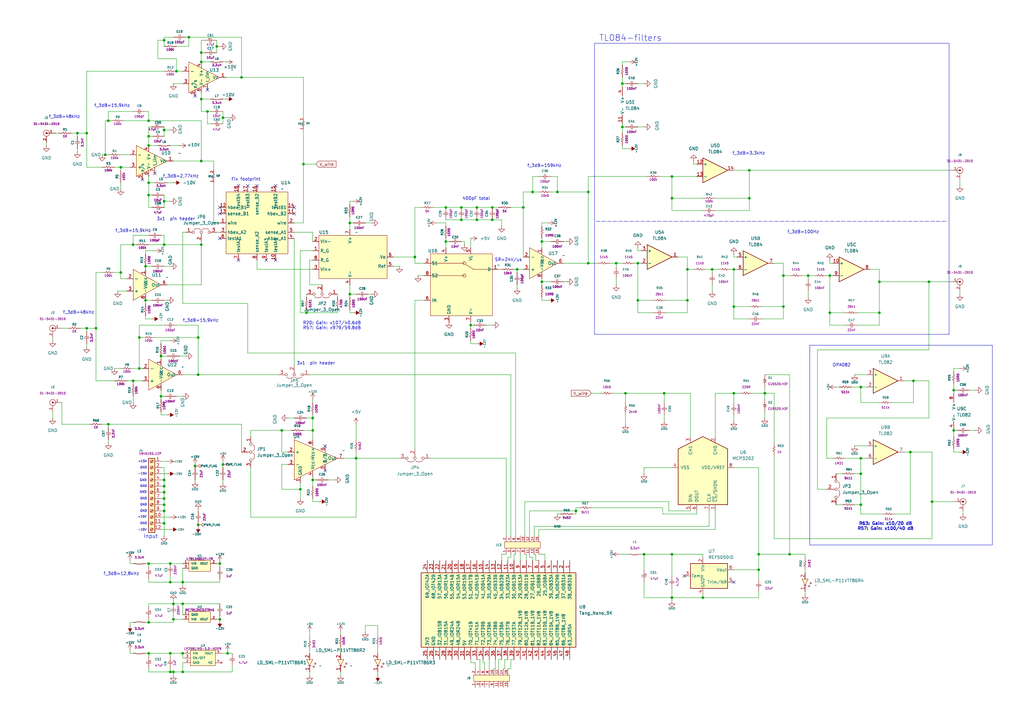
<source format=kicad_sch>
(kicad_sch (version 20231120) (generator "eeschema") (generator_version "8.0")
  (paper "A3")
  (lib_symbols
    (symbol "0my_project:Tang_Nano_9K"
      (property "Reference" "U" (at 19.558 4.064 0))
      (property "Value" "Tang_Nano_9K" (at 12.954 -62.738 0))
      (symbol "Tang_Nano_9K_1_1"
        (pin bidirectional line (at 0 0 0) (length 5.08) (name "38_IOB31B") (number "1"))
        (pin bidirectional line (at 0 -22.86 0) (length 5.08) (name "30_IOB13B") (number "10"))
        (pin bidirectional line (at 0 -25.4 0) (length 5.08) (name "33_IOB23A") (number "11"))
        (pin bidirectional line (at 0 -27.94 0) (length 5.08) (name "34_IOB23B") (number "12"))
        (pin bidirectional line (at 0 -30.48 0) (length 5.08) (name "40_IOB33B") (number "13"))
        (pin bidirectional line (at 0 -33.02 0) (length 5.08) (name "35_IOB29A") (number "14"))
        (pin bidirectional line (at 0 -35.56 0) (length 5.08) (name "41_IOB41A") (number "15"))
        (pin bidirectional line (at 0 -38.1 0) (length 5.08) (name "42_IOB41B") (number "16"))
        (pin bidirectional line (at 0 -40.64 0) (length 5.08) (name "51_IOR17B") (number "17"))
        (pin bidirectional line (at 0 -43.18 0) (length 5.08) (name "53_IOR15B") (number "18"))
        (pin bidirectional line (at 0 -45.72 0) (length 5.08) (name "54_IOR15A") (number "19"))
        (pin bidirectional line (at 0 -2.54 0) (length 5.08) (name "37_IOB31A") (number "2"))
        (pin bidirectional line (at 0 -48.26 0) (length 5.08) (name "55_IOR14B") (number "20"))
        (pin bidirectional line (at 0 -50.8 0) (length 5.08) (name "56_IOR14A") (number "21"))
        (pin bidirectional line (at 0 -53.34 0) (length 5.08) (name "57_IOR13A") (number "22"))
        (pin bidirectional line (at 0 -55.88 0) (length 5.08) (name "68_IOT42B") (number "23"))
        (pin bidirectional line (at 0 -58.42 0) (length 5.08) (name "69_IOT42A") (number "24"))
        (pin power_out line (at 40.64 -58.42 180) (length 5.08) (name "3V3") (number "25"))
        (pin power_out line (at 40.64 -55.88 180) (length 5.08) (name "GND") (number "26"))
        (pin bidirectional line (at 40.64 -53.34 180) (length 5.08) (name "32_IOB15B") (number "27"))
        (pin bidirectional line (at 40.64 -50.8 180) (length 5.08) (name "31_IOB15A") (number "28"))
        (pin bidirectional line (at 40.64 -48.26 180) (length 5.08) (name "49_IOR24A") (number "29"))
        (pin bidirectional line (at 0 -5.08 0) (length 5.08) (name "36_IOB29B") (number "3"))
        (pin bidirectional line (at 40.64 -45.72 180) (length 5.08) (name "48_IOR24B") (number "30"))
        (pin power_out line (at 40.64 -43.18 180) (length 5.08) (name "5V") (number "31"))
        (pin bidirectional line (at 40.64 -40.64 180) (length 5.08) (name "70_IOT41B") (number "32"))
        (pin bidirectional line (at 40.64 -38.1 180) (length 5.08) (name "71_IOT41A") (number "33"))
        (pin bidirectional line (at 40.64 -35.56 180) (length 5.08) (name "72_IOT39B") (number "34"))
        (pin bidirectional line (at 40.64 -33.02 180) (length 5.08) (name "73_IOT39A") (number "35"))
        (pin bidirectional line (at 40.64 -30.48 180) (length 5.08) (name "74_IOT38B") (number "36"))
        (pin bidirectional line (at 40.64 -27.94 180) (length 5.08) (name "75_IOT38A") (number "37"))
        (pin bidirectional line (at 40.64 -25.4 180) (length 5.08) (name "76_IOT37B") (number "38"))
        (pin bidirectional line (at 40.64 -22.86 180) (length 5.08) (name "77_IOT37A") (number "39"))
        (pin bidirectional line (at 0 -7.62 0) (length 5.08) (name "39_IOB33A") (number "4"))
        (pin bidirectional line (at 40.64 -20.32 180) (length 5.08) (name "79_IOT12B_1V8") (number "40"))
        (pin bidirectional line (at 40.64 -17.78 180) (length 5.08) (name "80_IOT12A_1V8") (number "41"))
        (pin bidirectional line (at 40.64 -15.24 180) (length 5.08) (name "81_IOT11B_1V8") (number "42"))
        (pin bidirectional line (at 40.64 -12.7 180) (length 5.08) (name "82_IOT11A_1V8") (number "43"))
        (pin bidirectional line (at 40.64 -10.16 180) (length 5.08) (name "83_IOT10B_1V8") (number "44"))
        (pin bidirectional line (at 40.64 -7.62 180) (length 5.08) (name "84_IOT10A_1V8") (number "45"))
        (pin bidirectional line (at 40.64 -5.08 180) (length 5.08) (name "85_IOT8B_1V8") (number "46"))
        (pin bidirectional line (at 40.64 -2.54 180) (length 5.08) (name "86_IOT8A_1V8") (number "47"))
        (pin bidirectional line (at 40.64 0 180) (length 5.08) (name "63_IOR5A") (number "48"))
        (pin bidirectional line (at 0 -10.16 0) (length 5.08) (name "25_IOB8A") (number "5"))
        (pin bidirectional line (at 0 -12.7 0) (length 5.08) (name "26_IOB8B") (number "6"))
        (pin bidirectional line (at 0 -15.24 0) (length 5.08) (name "27_IOB11A") (number "7"))
        (pin bidirectional line (at 0 -17.78 0) (length 5.08) (name "28_IOB11B") (number "8"))
        (pin bidirectional line (at 0 -20.32 0) (length 5.08) (name "29_IOB13A") (number "9"))
      )
    )
    (symbol "1-Capacitor:C_0402_100pF_50V_C0G_CID1.2.681" (pin_numbers hide) (pin_names (offset 0.889) hide)
      (property "Reference" "C" (at 0 -3.81 0))
      (property "Component value" "100pF" (at 0 -5.08 0))
      (symbol "C_0402_100pF_50V_C0G_CID1.2.681_1_1"
        (pin passive line (at 0 2.54 270) (length 1.8542) (name "~") (number "1"))
        (pin passive line (at 0 -2.54 90) (length 1.8542) (name "~") (number "2"))
      )
    )
    (symbol "1-Capacitor:C_0402_10nF_16V_X7R_CID1.2.2607" (pin_numbers hide) (pin_names hide)
      (property "Reference" "C" (at 0 -3.81 0))
      (property "Component value" "10nF" (at 0 -5.08 0))
      (symbol "C_0402_10nF_16V_X7R_CID1.2.2607_1_1"
        (pin passive line (at 0 2.54 270) (length 1.8542) (name "~") (number "1"))
        (pin passive line (at 0 -2.54 90) (length 1.8542) (name "~") (number "2"))
      )
    )
    (symbol "1-Capacitor:C_0402_22nF_16V_X7R_CID1.2.2613" (pin_numbers hide) (pin_names hide)
      (property "Reference" "C" (at 0 -3.81 0))
      (property "Component value" "22nF" (at 0 -5.08 0))
      (symbol "C_0402_22nF_16V_X7R_CID1.2.2613_1_1"
        (pin passive line (at 0 2.54 270) (length 1.8542) (name "~") (number "1"))
        (pin passive line (at 0 -2.54 90) (length 1.8542) (name "~") (number "2"))
      )
    )
    (symbol "1-Capacitor:C_0402_3.3nF_16V_X7R_CID1.2.2599" (pin_numbers hide) (pin_names hide)
      (property "Reference" "C" (at 0 -3.81 0))
      (property "Component value" "3.3nF" (at 0 -5.08 0))
      (symbol "C_0402_3.3nF_16V_X7R_CID1.2.2599_1_1"
        (pin passive line (at 0 2.54 270) (length 1.8542) (name "~") (number "1"))
        (pin passive line (at 0 -2.54 90) (length 1.8542) (name "~") (number "2"))
      )
    )
    (symbol "1-Capacitor:C_0402_470pF_50V_C0G_CID1.2.184" (pin_numbers hide) (pin_names (offset 0.889) hide)
      (property "Reference" "C" (at 0 -3.81 0))
      (property "Component value" "470pF" (at 0 -5.08 0))
      (symbol "C_0402_470pF_50V_C0G_CID1.2.184_1_1"
        (pin passive line (at 0 2.54 270) (length 1.8542) (name "~") (number "1"))
        (pin passive line (at 0 -2.54 90) (length 1.8542) (name "~") (number "2"))
      )
    )
    (symbol "1-Capacitor:C_0805_100nF_16V_X7R_CID1.2.3078" (pin_numbers hide) (pin_names hide)
      (property "Reference" "C" (at 0 -3.81 0))
      (property "Component value" "100nF" (at 0 -5.08 0))
      (symbol "C_0805_100nF_16V_X7R_CID1.2.3078_1_1"
        (pin passive line (at 0 2.54 270) (length 1.8542) (name "~") (number "1"))
        (pin passive line (at 0 -2.54 90) (length 1.8542) (name "~") (number "2"))
      )
    )
    (symbol "1-Capacitor:C_0805_1uF_16V_X7R_CID1.2.3095" (pin_numbers hide) (pin_names hide)
      (property "Reference" "C" (at 0 -3.81 0))
      (property "Component value" "1uF" (at 0 -5.08 0))
      (symbol "C_0805_1uF_16V_X7R_CID1.2.3095_1_1"
        (pin passive line (at 0 2.54 270) (length 1.8542) (name "~") (number "1"))
        (pin passive line (at 0 -2.54 90) (length 1.8542) (name "~") (number "2"))
      )
    )
    (symbol "1-Capacitor:C_0805_330nF_50V_X7R_CID1.2.632" (pin_numbers hide) (pin_names hide)
      (property "Reference" "C" (at 0 -3.81 0))
      (property "Component value" "330nF" (at 0 -5.08 0))
      (symbol "C_0805_330nF_50V_X7R_CID1.2.632_1_1"
        (pin passive line (at 0 2.54 270) (length 1.8542) (name "~") (number "1"))
        (pin passive line (at 0 -2.54 90) (length 1.8542) (name "~") (number "2"))
      )
    )
    (symbol "1-Capacitor:C_1812_4.7uF_25V_X7R_CID1.2.4026" (pin_numbers hide) (pin_names hide)
      (property "Reference" "C" (at 0 -3.81 0))
      (property "Component value" "4.7uF" (at 0 -5.08 0))
      (symbol "C_1812_4.7uF_25V_X7R_CID1.2.4026_1_1"
        (pin passive line (at 0 2.54 270) (length 1.8542) (name "~") (number "1"))
        (pin passive line (at 0 -2.54 90) (length 1.8542) (name "~") (number "2"))
      )
    )
    (symbol "1-Capacitor:C_2220_10uF_50V_X7R_CID1.2.4299" (pin_numbers hide) (pin_names hide)
      (property "Reference" "C" (at 0 -3.81 0))
      (property "Component value" "10uF" (at 0 -5.08 0))
      (symbol "C_2220_10uF_50V_X7R_CID1.2.4299_1_1"
        (pin passive line (at 0 2.54 270) (length 1.8542) (name "~") (number "1"))
        (pin passive line (at 0 -2.54 90) (length 1.8542) (name "~") (number "2"))
      )
    )
    (symbol "1-Capacitor:C_2220_22uF_25V_X7R_CID1.2.4254" (pin_numbers hide) (pin_names hide)
      (property "Reference" "C" (at 0 -3.81 0))
      (property "Component value" "22uF" (at 0 -5.08 0))
      (symbol "C_2220_22uF_25V_X7R_CID1.2.4254_1_1"
        (pin passive line (at 0 2.54 270) (length 1.8542) (name "~") (number "1"))
        (pin passive line (at 0 -2.54 90) (length 1.8542) (name "~") (number "2"))
      )
    )
    (symbol "1-Capacitor:C_2917_47uF_20V_20%_CID1.3.892" (pin_numbers hide) (pin_names hide)
      (property "Reference" "C" (at 0 -3.81 0))
      (property "Component value" "47uF" (at 0 -5.08 0))
      (symbol "C_2917_47uF_20V_20%_CID1.3.892_1_1"
        (pin passive line (at 0 2.54 270) (length 1.8542) (name "~") (number "1"))
        (pin passive line (at 0 -2.54 90) (length 1.8542) (name "~") (number "2"))
      )
    )
    (symbol "10-Resistor:RN_TO220_5R"
      (property "Reference" "R_TO220_5R" (at 0 2.54 0))
      (symbol "RN_TO220_5R_1_1"
        (pin passive line (at -2.54 0 0) (length 1.27) (name "~") (number "1"))
        (pin passive line (at 2.54 0 180) (length 1.27) (name "~") (number "2"))
      )
    )
    (symbol "10-Resistor:R_0402_470R_CID10.9.70" (pin_numbers hide) (pin_names (offset 0.889) hide)
      (property "Reference" "R" (at 0 -3.81 0))
      (property "Component value" "470R" (at 0 -5.08 0))
      (symbol "R_0402_470R_CID10.9.70_1_1"
        (pin passive line (at 0 2.54 270) (length 1.27) (name "~") (number "1"))
        (pin passive line (at 0 -2.54 90) (length 1.27) (name "~") (number "2"))
      )
    )
    (symbol "10-Resistor:R_0805_100k_CID10.9.5903" (pin_numbers hide) (pin_names hide)
      (property "Reference" "R" (at 0 -3.81 0))
      (property "Component value" "100k" (at 0 -5.08 0))
      (symbol "R_0805_100k_CID10.9.5903_1_1"
        (pin passive line (at 0 2.54 270) (length 1.27) (name "~") (number "1"))
        (pin passive line (at 0 -2.54 90) (length 1.27) (name "~") (number "2"))
      )
    )
    (symbol "10-Resistor:R_0805_10R0_CID10.9.4757" (pin_numbers hide) (pin_names hide)
      (property "Reference" "R" (at 0 -3.81 0))
      (property "Component value" "10R0" (at 0 -5.08 0))
      (symbol "R_0805_10R0_CID10.9.4757_1_1"
        (pin passive line (at 0 2.54 270) (length 1.27) (name "~") (number "1"))
        (pin passive line (at 0 -2.54 90) (length 1.27) (name "~") (number "2"))
      )
    )
    (symbol "10-Resistor:R_0805_10k0_CID10.9.476" (pin_numbers hide) (pin_names (offset 0.889) hide)
      (property "Reference" "R" (at 0 -3.81 0))
      (property "Component value" "10k0" (at 0 -5.08 0))
      (symbol "R_0805_10k0_CID10.9.476_1_1"
        (pin passive line (at 0 2.54 270) (length 1.27) (name "~") (number "1"))
        (pin passive line (at 0 -2.54 90) (length 1.27) (name "~") (number "2"))
      )
    )
    (symbol "10-Resistor:R_0805_10k5_CID10.9.5868" (pin_numbers hide) (pin_names hide)
      (property "Reference" "R" (at 0 -3.81 0))
      (property "Component value" "10k5" (at 0 -5.08 0))
      (symbol "R_0805_10k5_CID10.9.5868_1_1"
        (pin passive line (at 0 2.54 270) (length 1.27) (name "~") (number "1"))
        (pin passive line (at 0 -2.54 90) (length 1.27) (name "~") (number "2"))
      )
    )
    (symbol "10-Resistor:R_0805_11k5_CID10.9.5870" (pin_numbers hide) (pin_names hide)
      (property "Reference" "R" (at 0 -3.81 0))
      (property "Component value" "11k5" (at 0 -5.08 0))
      (symbol "R_0805_11k5_CID10.9.5870_1_1"
        (pin passive line (at 0 2.54 270) (length 1.27) (name "~") (number "1"))
        (pin passive line (at 0 -2.54 90) (length 1.27) (name "~") (number "2"))
      )
    )
    (symbol "10-Resistor:R_0805_1K_CID10.99.611" (pin_numbers hide) (pin_names (offset 0.889) hide)
      (property "Reference" "R" (at 0 -3.81 0))
      (property "Component value" "1K" (at 0 -5.08 0))
      (symbol "R_0805_1K_CID10.99.611_1_1"
        (pin passive line (at 0 2.54 270) (length 1.27) (name "~") (number "1"))
        (pin passive line (at 0 -2.54 90) (length 1.27) (name "~") (number "2"))
      )
    )
    (symbol "10-Resistor:R_0805_1M05_CID10.9.5947" (pin_numbers hide) (pin_names hide)
      (property "Reference" "R" (at 0 -3.81 0))
      (property "Component value" "1M05" (at 0 -5.08 0))
      (symbol "R_0805_1M05_CID10.9.5947_1_1"
        (pin passive line (at 0 2.54 270) (length 1.27) (name "~") (number "1"))
        (pin passive line (at 0 -2.54 90) (length 1.27) (name "~") (number "2"))
      )
    )
    (symbol "10-Resistor:R_0805_1M21_CID10.9.5950" (pin_numbers hide) (pin_names hide)
      (property "Reference" "R" (at 0 -3.81 0))
      (property "Component value" "1M21" (at 0 -5.08 0))
      (symbol "R_0805_1M21_CID10.9.5950_1_1"
        (pin passive line (at 0 2.54 270) (length 1.27) (name "~") (number "1"))
        (pin passive line (at 0 -2.54 90) (length 1.27) (name "~") (number "2"))
      )
    )
    (symbol "10-Resistor:R_0805_220R_CID10.9.602" (pin_numbers hide) (pin_names (offset 0.889) hide)
      (property "Reference" "R" (at 0 -3.81 0))
      (property "Component value" "220R" (at 0 -5.08 0))
      (symbol "R_0805_220R_CID10.9.602_1_1"
        (pin passive line (at 0 2.54 270) (length 1.27) (name "~") (number "1"))
        (pin passive line (at 0 -2.54 90) (length 1.27) (name "~") (number "2"))
      )
    )
    (symbol "10-Resistor:R_0805_26k1_CID10.9.5881" (pin_numbers hide) (pin_names hide)
      (property "Reference" "R" (at 0 -3.81 0))
      (property "Component value" "26k1" (at 0 -5.08 0))
      (symbol "R_0805_26k1_CID10.9.5881_1_1"
        (pin passive line (at 0 2.54 270) (length 1.27) (name "~") (number "1"))
        (pin passive line (at 0 -2.54 90) (length 1.27) (name "~") (number "2"))
      )
    )
    (symbol "10-Resistor:R_0805_2k49_CID10.9.5859" (pin_numbers hide) (pin_names hide)
      (property "Reference" "R" (at 0 -3.81 0))
      (property "Component value" "2k49" (at 0 -5.08 0))
      (symbol "R_0805_2k49_CID10.9.5859_1_1"
        (pin passive line (at 0 2.54 270) (length 1.27) (name "~") (number "1"))
        (pin passive line (at 0 -2.54 90) (length 1.27) (name "~") (number "2"))
      )
    )
    (symbol "10-Resistor:R_0805_3k83_CID10.9.461" (pin_numbers hide) (pin_names (offset 0.889) hide)
      (property "Reference" "R" (at 0 -3.81 0))
      (property "Component value" "3k83" (at 0 -5.08 0))
      (symbol "R_0805_3k83_CID10.9.461_1_1"
        (pin passive line (at 0 2.54 270) (length 1.27) (name "~") (number "1"))
        (pin passive line (at 0 -2.54 90) (length 1.27) (name "~") (number "2"))
      )
    )
    (symbol "10-Resistor:R_0805_511k_CID10.9.489" (pin_numbers hide) (pin_names (offset 0.889) hide)
      (property "Reference" "R" (at 0 -3.81 0))
      (property "Component value" "511k" (at 0 -5.08 0))
      (symbol "R_0805_511k_CID10.9.489_1_1"
        (pin passive line (at 0 2.54 270) (length 1.27) (name "~") (number "1"))
        (pin passive line (at 0 -2.54 90) (length 1.27) (name "~") (number "2"))
      )
    )
    (symbol "10-Resistor:R_0805_51R1_CID10.9.208" (pin_numbers hide) (pin_names (offset 0.889) hide)
      (property "Reference" "R" (at 0 -3.81 0))
      (property "Component value" "51R1" (at 0 -5.08 0))
      (symbol "R_0805_51R1_CID10.9.208_1_1"
        (pin passive line (at 0 2.54 270) (length 1.27) (name "~") (number "1"))
        (pin passive line (at 0 -2.54 90) (length 1.27) (name "~") (number "2"))
      )
    )
    (symbol "10-Resistor:R_0805_51k1_CID10.9.5890" (pin_numbers hide) (pin_names hide)
      (property "Reference" "R" (at 0 -3.81 0))
      (property "Component value" "51k1" (at 0 -5.08 0))
      (symbol "R_0805_51k1_CID10.9.5890_1_1"
        (pin passive line (at 0 2.54 270) (length 1.27) (name "~") (number "1"))
        (pin passive line (at 0 -2.54 90) (length 1.27) (name "~") (number "2"))
      )
    )
    (symbol "10-Resistor:R_0805_5K_CID10.99.612" (pin_numbers hide) (pin_names (offset 0.889) hide)
      (property "Reference" "R" (at 0 -3.81 0))
      (property "Component value" "5K" (at 0 -5.08 0))
      (symbol "R_0805_5K_CID10.99.612_1_1"
        (pin passive line (at 0 2.54 270) (length 1.27) (name "~") (number "1"))
        (pin passive line (at 0 -2.54 90) (length 1.27) (name "~") (number "2"))
      )
    )
    (symbol "10-Resistor:R_0805_5k11_CID10.9.467" (pin_numbers hide) (pin_names (offset 0.889) hide)
      (property "Reference" "R" (at 0 -3.81 0))
      (property "Component value" "5k11" (at 0 -5.08 0))
      (symbol "R_0805_5k11_CID10.9.467_1_1"
        (pin passive line (at 0 2.54 270) (length 1.27) (name "~") (number "1"))
        (pin passive line (at 0 -2.54 90) (length 1.27) (name "~") (number "2"))
      )
    )
    (symbol "10-Resistor:R_0805_5k62_CID10.9.159" (pin_numbers hide) (pin_names (offset 0.889) hide)
      (property "Reference" "R" (at 0 -3.81 0))
      (property "Component value" "5k62" (at 0 -5.08 0))
      (symbol "R_0805_5k62_CID10.9.159_1_1"
        (pin passive line (at 0 2.54 270) (length 1.27) (name "~") (number "1"))
        (pin passive line (at 0 -2.54 90) (length 1.27) (name "~") (number "2"))
      )
    )
    (symbol "10-Resistor:R_0805_9k53_CID10.9.5867" (pin_numbers hide) (pin_names hide)
      (property "Reference" "R" (at 0 -3.81 0))
      (property "Component value" "9k53" (at 0 -5.08 0))
      (symbol "R_0805_9k53_CID10.9.5867_1_1"
        (pin passive line (at 0 2.54 270) (length 1.27) (name "~") (number "1"))
        (pin passive line (at 0 -2.54 90) (length 1.27) (name "~") (number "2"))
      )
    )
    (symbol "2-Connectors:SFH11-PBPC-D08-ST-BK_CID2.2.662" (pin_names (offset 0.889))
      (property "Reference" "J" (at 0 -3.81 0))
      (symbol "SFH11-PBPC-D08-ST-BK_CID2.2.662_1_1"
        (pin passive line (at -3.81 5.715 0) (length 2.54) (name "~") (number "1"))
        (pin passive line (at 3.81 -1.905 180) (length 2.54) (name "~") (number "10"))
        (pin passive line (at -3.81 -3.81 0) (length 2.54) (name "~") (number "11"))
        (pin passive line (at 3.81 -3.81 180) (length 2.54) (name "~") (number "12"))
        (pin passive line (at -3.81 -5.715 0) (length 2.54) (name "~") (number "13"))
        (pin passive line (at 3.81 -5.715 180) (length 2.54) (name "~") (number "14"))
        (pin passive line (at -3.81 -7.62 0) (length 2.54) (name "~") (number "15"))
        (pin passive line (at 3.81 -7.62 180) (length 2.54) (name "~") (number "16"))
        (pin passive line (at 3.81 5.715 180) (length 2.54) (name "~") (number "2"))
        (pin passive line (at -3.81 3.81 0) (length 2.54) (name "~") (number "3"))
        (pin passive line (at 3.81 3.81 180) (length 2.54) (name "~") (number "4"))
        (pin passive line (at -3.81 1.905 0) (length 2.54) (name "~") (number "5"))
        (pin passive line (at 3.81 1.905 180) (length 2.54) (name "~") (number "6"))
        (pin passive line (at -3.81 0 0) (length 2.54) (name "~") (number "7"))
        (pin passive line (at 3.81 0 180) (length 2.54) (name "~") (number "8"))
        (pin passive line (at -3.81 -1.905 0) (length 2.54) (name "~") (number "9"))
      )
    )
    (symbol "23-Lamp:LD_SML-P11VTT86R"
      (property "Reference" "LD_SML-P11VTT86R1" (at -0.254 -23.114 90))
      (property "Value" "~" (at 1.27 3.81 90))
      (symbol "LD_SML-P11VTT86R_1_1"
        (pin passive line (at 3.81 0 180) (length 2.54) (name "") (number "1"))
        (pin passive line (at -3.81 0 0) (length 2.54) (name "") (number "2"))
      )
    )
    (symbol "7-Inductor:L_3.3uH_870mA_CID7.3.944" (pin_numbers hide) (pin_names (offset 0.889) hide)
      (property "Reference" "L" (at 0 -3.81 0))
      (property "Component value" "3.3uH" (at 0 -5.08 0))
      (symbol "L_3.3uH_870mA_CID7.3.944_1_1"
        (pin passive line (at 0 2.54 270) (length 1.27) (name "~") (number "1"))
        (pin passive line (at 0 -2.54 90) (length 1.27) (name "~") (number "2"))
      )
    )
    (symbol "8-Microcircuits:DG419"
      (property "Reference" "S1" (at 15.24 10.0332 0))
      (property "Value" "~" (at 15.24 8.1281 0))
      (symbol "DG419_1_1"
        (pin output line (at 15.24 6.35 180) (length 2.54) (name "D") (number "1"))
        (pin input line (at -15.24 8.89 0) (length 2.54) (name "S1") (number "2"))
        (pin output line (at -5.08 -15.24 90) (length 2.54) (name "GND") (number "3"))
        (pin input line (at -6.35 15.24 270) (length 2.54) (name "V+") (number "4"))
        (pin input line (at 3.81 15.24 270) (length 2.54) (name "VL") (number "5"))
        (pin input line (at -15.24 -6.35 0) (length 2.54) (name "IN") (number "6"))
        (pin input line (at 3.81 -15.24 90) (length 2.54) (name "V-") (number "7"))
        (pin input line (at -15.24 3.81 0) (length 2.54) (name "S2") (number "8"))
      )
    )
    (symbol "8-Microcircuits:INA11_DIP"
      (property "Reference" "U_INA111" (at -8.382 6.35 0))
      (symbol "INA11_DIP_1_1"
        (pin passive line (at -15.24 -1.27 0) (length 2.54) (name "R_G") (number "1"))
        (pin input line (at -15.24 2.54 0) (length 2.54) (name "Vin-") (number "2"))
        (pin input line (at -15.24 -8.89 0) (length 2.54) (name "Vin+") (number "3"))
        (pin input line (at 0 -15.24 90) (length 2.54) (name "V-") (number "4"))
        (pin input line (at 17.78 -7.62 180) (length 2.54) (name "Ref") (number "5"))
        (pin output line (at 17.78 -3.81 180) (length 2.54) (name "Vo") (number "6"))
        (pin input line (at 0 7.62 270) (length 2.54) (name "V+") (number "7"))
        (pin passive line (at -15.24 -5.08 0) (length 2.54) (name "R_G") (number "8"))
      )
    )
    (symbol "8-Microcircuits:LM311"
      (property "Reference" "U1" (at 15.24 5.0486 0))
      (property "Value" "~" (at 15.24 3.1435 0))
      (symbol "LM311_1_1"
        (pin input line (at -2.54 -10.16 90) (length 2.54) (name "GND") (number "1"))
        (pin input line (at -7.62 2.54 0) (length 2.54) (name "+") (number "2"))
        (pin input line (at -7.62 -2.54 0) (length 2.54) (name "-") (number "3"))
        (pin input line (at 2.54 -7.62 90) (length 2.54) (name "Vcc-") (number "4"))
        (pin input line (at 7.62 -5.08 90) (length 2.54) (name "B") (number "5"))
        (pin input line (at 7.62 5.08 270) (length 2.54) (name "S/B") (number "6"))
        (pin output line (at 15.24 0 180) (length 2.54) (name "Out") (number "7"))
        (pin input line (at 2.54 7.62 270) (length 2.54) (name "Vcc+") (number "8"))
      )
    )
    (symbol "8-Microcircuits:OPA548_TO-220"
      (property "Reference" "U" (at -4.572 7.874 0))
      (symbol "OPA548_TO-220_1_1"
        (pin output line (at 10.16 0 180) (length 2.54) (name "Vo") (number "1"))
        (pin input line (at -7.62 2.54 0) (length 2.54) (name "-") (number "2"))
        (pin input line (at -7.62 -2.54 0) (length 2.54) (name "+") (number "3"))
        (pin input line (at 0 6.35 270) (length 2.54) (name "V+") (number "4"))
        (pin input line (at -2.54 -7.62 90) (length 2.54) (name "e/s") (number "5"))
        (pin input line (at 0 -6.35 90) (length 2.54) (name "V-") (number "6"))
        (pin input line (at 2.54 -5.08 90) (length 2.54) (name "I_lim") (number "7"))
      )
    )
    (symbol "Amplifier_Operational:TL082" (pin_names (offset 0.127))
      (property "Reference" "U" (at 0 5.08 0))
      (property "Value" "TL082" (at 0 -5.08 0))
      (symbol "TL082_1_1"
        (pin output line (at 7.62 0 180) (length 2.54) (name "~") (number "1"))
        (pin input line (at -7.62 -2.54 0) (length 2.54) (name "-") (number "2"))
        (pin input line (at -7.62 2.54 0) (length 2.54) (name "+") (number "3"))
      )
      (symbol "TL082_2_1"
        (pin input line (at -7.62 2.54 0) (length 2.54) (name "+") (number "5"))
        (pin input line (at -7.62 -2.54 0) (length 2.54) (name "-") (number "6"))
        (pin output line (at 7.62 0 180) (length 2.54) (name "~") (number "7"))
      )
      (symbol "TL082_3_1"
        (pin power_in line (at -2.54 -7.62 90) (length 3.81) (name "V-") (number "4"))
        (pin power_in line (at -2.54 7.62 270) (length 3.81) (name "V+") (number "8"))
      )
    )
    (symbol "Amplifier_Operational:TL084" (pin_names (offset 0.127))
      (property "Reference" "U" (at 0 5.08 0))
      (property "Value" "TL084" (at 0 -5.08 0))
      (symbol "TL084_1_1"
        (pin output line (at 7.62 0 180) (length 2.54) (name "~") (number "1"))
        (pin input line (at -7.62 -2.54 0) (length 2.54) (name "-") (number "2"))
        (pin input line (at -7.62 2.54 0) (length 2.54) (name "+") (number "3"))
      )
      (symbol "TL084_2_1"
        (pin input line (at -7.62 2.54 0) (length 2.54) (name "+") (number "5"))
        (pin input line (at -7.62 -2.54 0) (length 2.54) (name "-") (number "6"))
        (pin output line (at 7.62 0 180) (length 2.54) (name "~") (number "7"))
      )
      (symbol "TL084_3_1"
        (pin input line (at -7.62 2.54 0) (length 2.54) (name "+") (number "10"))
        (pin output line (at 7.62 0 180) (length 2.54) (name "~") (number "8"))
        (pin input line (at -7.62 -2.54 0) (length 2.54) (name "-") (number "9"))
      )
      (symbol "TL084_4_1"
        (pin input line (at -7.62 2.54 0) (length 2.54) (name "+") (number "12"))
        (pin input line (at -7.62 -2.54 0) (length 2.54) (name "-") (number "13"))
        (pin output line (at 7.62 0 180) (length 2.54) (name "~") (number "14"))
      )
      (symbol "TL084_5_1"
        (pin power_in line (at -2.54 -7.62 90) (length 3.81) (name "V-") (number "11"))
        (pin power_in line (at -2.54 7.62 270) (length 3.81) (name "V+") (number "4"))
      )
    )
    (symbol "Analog_ADC:MCP3202" (pin_names (offset 1.016))
      (property "Reference" "U" (at -6.35 11.43 0))
      (property "Value" "MCP3202" (at 11.43 11.43 0))
      (symbol "MCP3202_1_1"
        (pin input line (at 17.78 5.08 180) (length 2.54) (name "~{CS}/SHDN") (number "1"))
        (pin passive line (at -12.7 5.08 0) (length 2.54) (name "CH0") (number "2"))
        (pin passive line (at -12.7 -5.08 0) (length 2.54) (name "CH1") (number "3"))
        (pin power_in line (at 0 -12.7 90) (length 2.54) (name "VSS") (number "4"))
        (pin input line (at 17.78 -5.08 180) (length 2.54) (name "DIN") (number "5"))
        (pin output line (at 17.78 -2.54 180) (length 2.54) (name "DOUT") (number "6"))
        (pin input line (at 17.78 2.54 180) (length 2.54) (name "CLK") (number "7"))
        (pin power_in line (at 0 12.7 270) (length 2.54) (name "VDD/VREF") (number "8"))
      )
    )
    (symbol "Jumper:Jumper_3_Open" (pin_names (offset 0) hide) (exclude_from_sim yes) (in_bom no)
      (property "Reference" "JP" (at -2.54 -2.54 0))
      (property "Value" "Jumper_3_Open" (at 0 2.794 0))
      (symbol "Jumper_3_Open_1_1"
        (pin passive line (at -6.35 0 0) (length 2.54) (name "A") (number "1"))
        (pin passive line (at 0 -3.81 90) (length 2.54) (name "C") (number "2"))
        (pin passive line (at 6.35 0 180) (length 2.54) (name "B") (number "3"))
      )
    )
    (symbol "LD_SML-P11VTT86R_1"
      (property "Reference" "LD_SML-P11VTT86R1" (at -0.254 -23.114 90))
      (property "Value" "~" (at 1.27 3.81 90))
      (symbol "LD_SML-P11VTT86R_1_1_1"
        (pin passive line (at 3.81 0 180) (length 2.54) (name "") (number "1"))
        (pin passive line (at -3.81 0 0) (length 2.54) (name "") (number "2"))
      )
    )
    (symbol "LISA_LDO_v2.2-rescue:+5.5V-dtuspace-power" (power) (pin_names (offset 0))
      (property "Value" "+5.5V-dtuspace-power" (at 0 3.556 0))
      (symbol "+5.5V-dtuspace-power_1_1"
        (pin power_in line (at 0 0 90) (length 0) hide (name "+5VA") (number "1"))
      )
    )
    (symbol "LISA_LDO_v2.2-rescue:1945193_12P_CID2.2.928-dtuspace" (pin_names (offset 0.889))
      (property "Reference" "J" (at -1.27 0 0))
      (property "MPN" "1945193_12P" (at 1.27 0 0))
      (symbol "1945193_12P_CID2.2.928-dtuspace_1_1"
        (pin passive line (at 0 0 0) (length 2.54) (name "~") (number "1"))
        (pin passive line (at 0 -22.86 0) (length 2.54) (name "~") (number "10"))
        (pin passive line (at 0 -25.4 0) (length 2.54) (name "~") (number "11"))
        (pin passive line (at 0 -27.94 0) (length 2.54) (name "~") (number "12"))
        (pin passive line (at 0 -2.54 0) (length 2.54) (name "~") (number "2"))
        (pin passive line (at 0 -5.08 0) (length 2.54) (name "~") (number "3"))
        (pin passive line (at 0 -7.62 0) (length 2.54) (name "~") (number "4"))
        (pin passive line (at 0 -10.16 0) (length 2.54) (name "~") (number "5"))
        (pin passive line (at 0 -12.7 0) (length 2.54) (name "~") (number "6"))
        (pin passive line (at 0 -15.24 0) (length 2.54) (name "~") (number "7"))
        (pin passive line (at 0 -17.78 0) (length 2.54) (name "~") (number "8"))
        (pin passive line (at 0 -20.32 0) (length 2.54) (name "~") (number "9"))
      )
    )
    (symbol "LISA_LDO_v2.2-rescue:L7812ABD2T-TR_CID8.52.934-dtuspace" (pin_names (offset 0.889))
      (property "Reference" "U" (at 0 1.27 0))
      (property "MPN" "L7812ABD2T-TR" (at 0 -1.27 0))
      (symbol "L7812ABD2T-TR_CID8.52.934-dtuspace_1_1"
        (pin power_in line (at -6.985 1.905 0) (length 2.54) (name "VIN") (number "1"))
        (pin power_out line (at 6.985 1.905 180) (length 2.54) (name "VOUT") (number "2"))
        (pin power_in line (at -6.985 0 0) (length 2.54) (name "GND") (number "3"))
      )
    )
    (symbol "LISA_LDO_v2.2-rescue:LP2981IM5-5.0-NOPB_CID8.52.176-dtuspace" (pin_names (offset 0.889))
      (property "Reference" "U" (at 0 1.27 0))
      (property "MPN" "LP2981IM5-5.0-NOPB" (at 0 -1.27 0))
      (symbol "LP2981IM5-5.0-NOPB_CID8.52.176-dtuspace_1_1"
        (pin power_in line (at -7.62 1.905 0) (length 2.54) (name "VIN") (number "1"))
        (pin power_in line (at -7.62 -1.905 0) (length 2.54) (name "GND") (number "2"))
        (pin power_in line (at -7.62 0 0) (length 2.54) (name "ON/OFF") (number "3"))
        (pin no_connect line (at 7.62 -1.905 180) (length 2.54) (name "NC") (number "4"))
        (pin power_out line (at 7.62 1.905 180) (length 2.54) (name "VOUT") (number "5"))
      )
    )
    (symbol "LISA_LDO_v2.2-rescue:MC7912ACD2TR4G_CID8.52.429-dtuspace" (pin_names (offset 0.889))
      (property "Reference" "U2" (at 0 -5.08 0))
      (property "MPN" "MC7912ACD2TR4G" (at 0 -3.81 0))
      (symbol "MC7912ACD2TR4G_CID8.52.429-dtuspace_1_1"
        (pin power_in line (at -6.985 -1.905 0) (length 2.54) (name "GND") (number "1"))
        (pin power_out line (at 6.985 0 180) (length 2.54) (name "VOUT") (number "2"))
        (pin power_in line (at -6.985 0 0) (length 2.54) (name "VIN") (number "3"))
      )
    )
    (symbol "R_0805_10k0_CID10.9.476_2" (pin_numbers hide) (pin_names (offset 0.889) hide)
      (property "Reference" "R" (at 0 -3.81 0))
      (property "Component value" "10k0" (at 0 -5.08 0))
      (symbol "R_0805_10k0_CID10.9.476_2_1_1"
        (pin passive line (at 0 2.54 270) (length 1.27) (name "~") (number "1"))
        (pin passive line (at 0 -2.54 90) (length 1.27) (name "~") (number "2"))
      )
    )
    (symbol "Reference_Voltage:REF5050ID" (pin_names (offset 0.254))
      (property "Reference" "U" (at -1.27 8.255 0))
      (property "Value" "REF5050ID" (at -1.27 6.35 0))
      (symbol "REF5050ID_1_1"
        (pin no_connect line (at -7.62 2.54 0) (length 2.54) hide (name "DNC") (number "1"))
        (pin power_in line (at -2.54 7.62 270) (length 2.54) (name "Vin") (number "2"))
        (pin passive line (at -10.16 0 0) (length 2.54) (name "Temp") (number "3"))
        (pin power_in line (at -2.54 -7.62 90) (length 2.54) (name "GND") (number "4"))
        (pin passive line (at 10.16 -2.54 180) (length 2.54) (name "Trim/NR") (number "5"))
        (pin power_out line (at 10.16 2.54 180) (length 2.54) (name "Vout") (number "6"))
        (pin no_connect line (at -5.08 -5.08 90) (length 2.54) hide (name "NC") (number "7"))
        (pin no_connect line (at 7.62 0 180) (length 2.54) hide (name "DNC") (number "8"))
      )
    )
    (symbol "THS4051_1"
      (property "Reference" "U" (at -4.572 7.874 0))
      (symbol "THS4051_1_1_1"
        (pin input line (at 2.54 6.35 270) (length 2.54) (name "Vcc") (number "1"))
        (pin input line (at -5.08 2.54 0) (length 2.54) (name "-") (number "2"))
        (pin input line (at -5.08 -2.54 0) (length 2.54) (name "+") (number "3"))
        (pin input line (at 11.43 0 180) (length 2.54) (name "Out") (number "6"))
        (pin input line (at 2.54 -6.35 90) (length 2.54) (name "-Vcc") (number "8"))
      )
    )
    (symbol "dtuspace-power:+12V" (power) (pin_names (offset 0))
      (property "Value" "+12V" (at 0 3.556 0))
      (symbol "+12V_1_1"
        (pin power_in line (at 0 0 90) (length 0) hide (name "+12V") (number "1"))
      )
    )
    (symbol "dtuspace-power:+15V" (power) (pin_names (offset 0))
      (property "Value" "+15V" (at 0 3.556 0))
      (symbol "+15V_1_1"
        (pin power_in line (at 0 0 90) (length 0) hide (name "+15V") (number "1"))
      )
    )
    (symbol "dtuspace-power:+5V" (power) (pin_names (offset 0))
      (property "Value" "+5V" (at 0 3.556 0))
      (symbol "+5V_1_1"
        (pin power_in line (at 0 0 90) (length 0) hide (name "+5V") (number "1"))
      )
    )
    (symbol "dtuspace-power:-12V" (pin_names (offset 0))
      (property "Value" "-12V" (at 0 3.81 0))
      (symbol "-12V_0_0"
        (pin power_in line (at 0 0 90) (length 0) hide (name "-12V") (number "1"))
      )
    )
    (symbol "dtuspace-power:-15V" (pin_names (offset 0))
      (property "Value" "-15V" (at 0 3.81 0))
      (symbol "-15V_0_0"
        (pin power_in line (at 0 0 90) (length 0) hide (name "-15V") (number "1"))
      )
    )
    (symbol "dtuspace-power:GND" (power) (pin_names (offset 0))
      (property "Value" "GND" (at 0 -3.175 0))
      (symbol "GND_1_1"
        (pin power_in line (at 0 0 270) (length 0) hide (name "GND") (number "1"))
      )
    )
    (symbol "dtuspace-power:PWR_FLAG" (power) (pin_numbers hide) (pin_names (offset 0) hide)
      (property "Value" "PWR_FLAG" (at 0 3.175 0))
      (symbol "PWR_FLAG_0_0"
        (pin power_out line (at 0 0 90) (length 0) (name "pwr") (number "1"))
      )
    )
    (symbol "dtuspace:31-5431-2010_CID2.5.196" (pin_names (offset 0.889))
      (property "Reference" "J" (at -1.27 0 0))
      (property "MPN" "31-5431-2010" (at 1.27 0 0))
      (symbol "31-5431-2010_CID2.5.196_1_1"
        (pin passive line (at 3.81 0 180) (length 3.81) (name "~") (number "1"))
        (pin passive line (at 0 -3.81 90) (length 2.54) (name "~") (number "2"))
      )
    )
    (symbol "dtuspace:CUS520,H3F_CID4.2.447" (pin_numbers hide) (pin_names (offset 0.889) hide)
      (property "Reference" "D" (at -1.27 0 90))
      (property "MPN" "CUS520,H3F" (at 1.27 0 90))
      (symbol "CUS520,H3F_CID4.2.447_1_1"
        (pin passive line (at 0 2.54 270) (length 1.27) (name "~") (number "A"))
        (pin passive line (at 0 -2.54 90) (length 1.27) (name "~") (number "C"))
      )
    )
    (symbol "hb_chip_placeholder_1"
      (property "Reference" "U_hb" (at 10.922 14.224 0))
      (symbol "hb_chip_placeholder_1_1_1"
        (pin input line (at -15.24 0 0) (length 2.54) (name "wire") (number "1"))
        (pin output line (at 7.62 -15.24 90) (length 2.54) (name "testA4") (number "10"))
        (pin input line (at 15.24 3.81 180) (length 2.54) (name "hbex_B2") (number "11"))
        (pin output line (at -15.24 6.35 0) (length 2.54) (name "hbex_B1") (number "12"))
        (pin output line (at -15.24 3.81 0) (length 2.54) (name "sense_B1") (number "13"))
        (pin output line (at 15.24 6.35 180) (length 2.54) (name "testB1") (number "14"))
        (pin output line (at 7.62 15.24 270) (length 2.54) (name "testB2") (number "15"))
        (pin output line (at 0 15.24 270) (length 2.54) (name "sense_B2") (number "16"))
        (pin output line (at -3.81 15.24 270) (length 2.54) (name "testB3") (number "17"))
        (pin output line (at -7.62 15.24 270) (length 2.54) (name "testB4") (number "18"))
        (pin output line (at 15.24 0 180) (length 2.54) (name "wire") (number "2"))
        (pin input line (at -15.24 -3.81 0) (length 2.54) (name "hbex_A2") (number "3"))
        (pin output line (at 15.24 -6.35 180) (length 2.54) (name "hbex_A1") (number "4"))
        (pin output line (at 15.24 -3.81 180) (length 2.54) (name "sense_A1") (number "5"))
        (pin output line (at -15.24 -6.35 0) (length 2.54) (name "testA1") (number "6"))
        (pin output line (at -7.62 -15.24 90) (length 2.54) (name "testA2") (number "7"))
        (pin output line (at 0 -15.24 90) (length 2.54) (name "sense_A2") (number "8"))
        (pin output line (at 3.81 -15.24 90) (length 2.54) (name "testA3") (number "9"))
      )
    )
    (symbol "power:+10V" (power) (pin_numbers hide) (pin_names (offset 0) hide)
      (property "Value" "+10V" (at 0 3.556 0))
      (symbol "+10V_1_1"
        (pin power_in line (at 0 0 90) (length 0) (name "~") (number "1"))
      )
    )
    (symbol "power:+5V" (power) (pin_numbers hide) (pin_names (offset 0) hide)
      (property "Value" "+5V" (at 0 3.556 0))
      (symbol "+5V_1_1"
        (pin power_in line (at 0 0 90) (length 0) (name "~") (number "1"))
      )
    )
    (symbol "power:-10V" (power) (pin_numbers hide) (pin_names (offset 0) hide)
      (property "Value" "-10V" (at 0 3.556 0))
      (symbol "-10V_0_0"
        (pin power_in line (at 0 0 90) (length 0) (name "~") (number "1"))
      )
    )
    (symbol "power:GND" (power) (pin_numbers hide) (pin_names (offset 0) hide)
      (property "Value" "GND" (at 0 -3.81 0))
      (symbol "GND_1_1"
        (pin power_in line (at 0 0 270) (length 0) (name "~") (number "1"))
      )
    )
  )
  (junction (at 67.31 209.55))
  (junction (at 60.96 59.69))
  (junction (at 99.06 31.75))
  (junction (at 35.56 54.61))
  (junction (at 281.94 110.49))
  (junction (at 252.73 107.95))
  (junction (at 353.06 207.01))
  (junction (at 60.96 74.93))
  (junction (at 59.69 123.19))
  (junction (at 81.28 138.43))
  (junction (at 82.55 100.33))
  (junction (at 374.65 156.21))
  (junction (at 60.96 267.97))
  (junction (at 222.25 99.06))
  (junction (at 195.58 85.09))
  (junction (at 256.54 161.29))
  (junction (at 381 115.57))
  (junction (at 67.31 207.01))
  (junction (at 74.93 275.59))
  (junction (at 128.27 176.53))
  (junction (at 307.34 69.85))
  (junction (at 212.09 110.49))
  (junction (at 255.27 52.07))
  (junction (at 201.93 85.09))
  (junction (at 74.93 267.97))
  (junction (at 71.12 275.59))
  (junction (at 69.85 238.76))
  (junction (at 93.345 267.97))
  (junction (at 288.29 245.11))
  (junction (at 82.55 21.59))
  (junction (at 60.96 255.27))
  (junction (at 82.55 66.04))
  (junction (at 49.53 111.76))
  (junction (at 67.31 82.55))
  (junction (at 300.99 125.73))
  (junction (at 67.31 199.39))
  (junction (at 261.62 123.19))
  (junction (at 128.27 171.45))
  (junction (at 44.45 173.99))
  (junction (at 300.99 161.29))
  (junction (at 67.31 16.51))
  (junction (at 49.53 68.58))
  (junction (at 143.51 120.65))
  (junction (at 241.3 107.95))
  (junction (at 360.68 115.57))
  (junction (at 35.56 134.62))
  (junction (at 69.85 267.97))
  (junction (at 241.3 78.74))
  (junction (at 311.15 233.68))
  (junction (at 125.73 128.27))
  (junction (at 382.27 205.74))
  (junction (at 90.17 254))
  (junction (at 353.06 158.75))
  (junction (at 182.88 85.09))
  (junction (at 69.85 231.14))
  (junction (at 300.99 110.49))
  (junction (at 143.51 91.44))
  (junction (at 80.01 191.135))
  (junction (at 340.36 113.03))
  (junction (at 321.31 125.73))
  (junction (at 124.46 67.31))
  (junction (at 128.27 196.85))
  (junction (at 373.38 185.42))
  (junction (at 82.55 25.4))
  (junction (at 272.415 161.29))
  (junction (at 264.16 227.33))
  (junction (at 60.96 231.14))
  (junction (at 57.15 151.13))
  (junction (at 261.62 107.95))
  (junction (at 146.05 187.96))
  (junction (at 255.27 34.29))
  (junction (at 67.31 53.34))
  (junction (at 67.31 201.93))
  (junction (at 54.61 100.33))
  (junction (at 353.06 187.96))
  (junction (at 60.96 49.53))
  (junction (at 67.31 196.85))
  (junction (at 82.55 40.64))
  (junction (at 43.18 63.5))
  (junction (at 218.44 78.74))
  (junction (at 189.23 90.17))
  (junction (at 72.39 29.21))
  (junction (at 360.68 128.27))
  (junction (at 331.47 113.03))
  (junction (at 69.85 275.59))
  (junction (at 170.18 105.41))
  (junction (at 123.19 200.66))
  (junction (at 66.04 162.56))
  (junction (at 67.31 214.63))
  (junction (at 74.93 247.65))
  (junction (at 340.36 128.27))
  (junction (at 57.15 138.43))
  (junction (at 313.69 161.29))
  (junction (at 115.57 176.53))
  (junction (at 91.44 48.26))
  (junction (at 91.44 190.5))
  (junction (at 81.28 153.67))
  (junction (at 353.06 194.31))
  (junction (at 67.31 100.33))
  (junction (at 214.63 85.09))
  (junction (at 236.22 209.55))
  (junction (at 74.93 238.76))
  (junction (at 39.37 134.62))
  (junction (at 323.85 227.33))
  (junction (at 31.75 54.61))
  (junction (at 71.12 247.65))
  (junction (at 195.58 90.17))
  (junction (at 222.25 115.57))
  (junction (at 90.17 231.14))
  (junction (at 60.96 80.01))
  (junction (at 321.31 113.03))
  (junction (at 275.59 81.28))
  (junction (at 275.59 227.33))
  (junction (at 77.47 15.24))
  (junction (at 67.31 204.47))
  (junction (at 66.04 146.05))
  (junction (at 275.59 245.11))
  (junction (at 391.16 176.53))
  (junction (at 85.09 45.72))
  (junction (at 228.6 78.74))
  (junction (at 60.96 55.88))
  (junction (at 193.04 133.35))
  (junction (at 281.94 123.19))
  (junction (at 59.69 109.22))
  (junction (at 44.45 49.53))
  (junction (at 81.28 215.265))
  (junction (at 189.23 85.09))
  (junction (at 201.93 90.17))
  (junction (at 307.34 81.28))
  (junction (at 292.1 110.49))
  (junction (at 391.16 160.02))
  (junction (at 71.12 254))
  (junction (at 182.88 99.06))
  (junction (at 275.59 72.39))
  (junction (at 54.61 156.21))
  (junction (at 311.15 227.33))
  (junction (at 88.9 19.05))
  (no_connect (at 109.22 106.68))
  (no_connect (at 58.42 73.66))
  (no_connect (at 101.6 76.2))
  (no_connect (at 90.17 85.09))
  (no_connect (at 97.79 76.2))
  (no_connect (at 300.99 238.76))
  (no_connect (at 113.03 76.2))
  (no_connect (at 97.79 106.68))
  (no_connect (at 133.35 193.04))
  (no_connect (at 105.41 76.2))
  (no_connect (at 280.67 236.22))
  (no_connect (at 133.35 182.88))
  (no_connect (at 90.17 87.63))
  (no_connect (at 85.09 36.83))
  (no_connect (at 80.01 39.37))
  (no_connect (at 113.03 106.68))
  (no_connect (at 63.5 71.12))
  (no_connect (at 90.17 97.79))
  (no_connect (at 120.65 85.09))
  (no_connect (at 120.65 87.63))
  (wire (pts (xy 214.63 85.09) (xy 214.63 105.41)))
  (wire (pts (xy 71.12 66.04) (xy 82.55 66.04)))
  (wire (pts (xy 308.61 161.29) (xy 313.69 161.29)))
  (wire (pts (xy 193.04 132.08) (xy 193.04 133.35)))
  (wire (pts (xy 256.54 34.29) (xy 255.27 34.29)))
  (wire (pts (xy 205.74 270.51) (xy 204.47 270.51)))
  (wire (pts (xy 193.04 271.78) (xy 193.04 270.51)))
  (wire (pts (xy 59.69 109.22) (xy 59.69 110.49)))
  (wire (pts (xy 88.9 95.25) (xy 90.17 95.25)))
  (wire (pts (xy 101.6 124.46) (xy 101.6 144.78)))
  (wire (pts (xy 149.86 259.08) (xy 149.86 256.54)))
  (wire (pts (xy 313.69 153.67) (xy 323.85 153.67)))
  (wire (pts (xy 138.43 128.27) (xy 138.43 127)))
  (wire (pts (xy 391.16 176.53) (xy 391.16 179.07)))
  (wire (pts (xy 35.56 29.21) (xy 67.31 29.21)))
  (wire (pts (xy 124.46 91.44) (xy 120.65 91.44)))
  (wire (pts (xy 255.27 52.07) (xy 255.27 54.61)))
  (wire (pts (xy 127 116.84) (xy 127 106.68)))
  (wire (pts (xy 140.97 187.96) (xy 146.05 187.96)))
  (wire (pts (xy 43.18 63.5) (xy 44.45 63.5)))
  (wire (pts (xy 72.39 24.13) (xy 72.39 29.21)))
  (wire (pts (xy 91.44 190.5) (xy 91.44 191.77)))
  (wire (pts (xy 198.755 271.78) (xy 198.755 274.32)))
  (wire (pts (xy 74.93 271.78) (xy 74.93 275.59)))
  (wire (pts (xy 189.23 90.17) (xy 195.58 90.17)))
  (wire (pts (xy 236.22 209.55) (xy 236.22 210.82)))
  (wire (pts (xy 193.04 133.35) (xy 193.04 134.62)))
  (wire (pts (xy 60.96 275.59) (xy 60.96 274.32)))
  (wire (pts (xy 222.25 99.06) (xy 222.25 101.6)))
  (wire (pts (xy 391.16 160.02) (xy 391.16 161.29)))
  (wire (pts (xy 381 143.51) (xy 335.28 143.51)))
  (wire (pts (xy 74.93 95.25) (xy 74.93 124.46)))
  (wire (pts (xy 391.16 185.42) (xy 393.7 185.42)))
  (wire (pts (xy 67.31 96.52) (xy 67.31 100.33)))
  (wire (pts (xy 177.8 85.09) (xy 182.88 85.09)))
  (wire (pts (xy 199.39 133.35) (xy 201.93 133.35)))
  (wire (pts (xy 222.25 115.57) (xy 222.25 116.84)))
  (wire (pts (xy 223.52 227.33) (xy 220.98 227.33)))
  (wire (pts (xy 102.87 176.53) (xy 102.87 179.07)))
  (wire (pts (xy 49.53 68.58) (xy 53.34 68.58)))
  (wire (pts (xy 44.45 49.53) (xy 45.72 49.53)))
  (wire (pts (xy 255.27 60.96) (xy 257.81 60.96)))
  (wire (pts (xy 391.16 175.26) (xy 391.16 176.53)))
  (wire (pts (xy 222.25 115.57) (xy 226.06 115.57)))
  (wire (pts (xy 67.31 199.39) (xy 67.31 201.93)))
  (wire (pts (xy 312.42 125.73) (xy 321.31 125.73)))
  (wire (pts (xy 219.075 215.9) (xy 290.83 215.9)))
  (wire (pts (xy 74.93 124.46) (xy 101.6 124.46)))
  (wire (pts (xy 285.75 67.31) (xy 284.48 67.31)))
  (wire (pts (xy 49.53 114.3) (xy 52.07 114.3)))
  (wire (pts (xy 264.16 238.76) (xy 264.16 245.11)))
  (wire (pts (xy 215.265 227.33) (xy 215.9 227.33)))
  (wire (pts (xy 118.11 190.5) (xy 115.57 190.5)))
  (wire (pts (xy 87.63 74.93) (xy 87.63 91.44)))
  (wire (pts (xy 69.85 275.59) (xy 60.96 275.59)))
  (wire (pts (xy 293.37 179.07) (xy 293.37 161.29)))
  (wire (pts (xy 270.51 72.39) (xy 275.59 72.39)))
  (wire (pts (xy 290.83 215.9) (xy 290.83 209.55)))
  (wire (pts (xy 64.77 24.13) (xy 64.77 16.51)))
  (wire (pts (xy 351.79 128.27) (xy 360.68 128.27)))
  (wire (pts (xy 397.51 176.53) (xy 400.05 176.53)))
  (wire (pts (xy 220.98 217.17) (xy 293.37 217.17)))
  (wire (pts (xy 74.93 238.76) (xy 90.17 238.76)))
  (wire (pts (xy 198.755 271.78) (xy 198.12 271.78)))
  (wire (pts (xy 125.73 128.27) (xy 138.43 128.27)))
  (wire (pts (xy 91.44 25.4) (xy 92.71 25.4)))
  (wire (pts (xy 44.45 49.53) (xy 44.45 45.72)))
  (wire (pts (xy 241.3 78.74) (xy 241.3 107.95)))
  (wire (pts (xy 63.5 138.43) (xy 81.28 138.43)))
  (wire (pts (xy 360.68 110.49) (xy 360.68 115.57)))
  (wire (pts (xy 67.31 53.34) (xy 67.31 55.88)))
  (wire (pts (xy 66.04 212.09) (xy 69.85 212.09)))
  (wire (pts (xy 22.86 54.61) (xy 24.13 54.61)))
  (wire (pts (xy 170.18 85.09) (xy 172.72 85.09)))
  (wire (pts (xy 60.96 55.88) (xy 62.23 55.88)))
  (wire (pts (xy 193.04 140.97) (xy 195.58 140.97)))
  (wire (pts (xy 57.15 133.35) (xy 57.15 138.43)))
  (wire (pts (xy 91.44 40.64) (xy 92.71 40.64)))
  (wire (pts (xy 68.58 74.93) (xy 71.12 74.93)))
  (wire (pts (xy 300.99 233.68) (xy 311.15 233.68)))
  (wire (pts (xy 60.96 45.72) (xy 60.96 49.53)))
  (wire (pts (xy 255.27 50.8) (xy 255.27 52.07)))
  (wire (pts (xy 60.96 247.65) (xy 71.12 247.65)))
  (wire (pts (xy 373.38 185.42) (xy 373.38 210.82)))
  (wire (pts (xy 273.05 128.27) (xy 281.94 128.27)))
  (wire (pts (xy 64.77 24.13) (xy 72.39 24.13)))
  (wire (pts (xy 66.04 168.91) (xy 66.04 170.18)))
  (wire (pts (xy 74.93 267.97) (xy 74.93 269.875)))
  (wire (pts (xy 255.27 59.69) (xy 255.27 60.96)))
  (wire (pts (xy 69.85 231.14) (xy 74.93 231.14)))
  (wire (pts (xy 68.58 194.31) (xy 66.04 194.31)))
  (wire (pts (xy 21.59 138.43) (xy 21.59 139.7)))
  (wire (pts (xy 41.91 173.99) (xy 44.45 173.99)))
  (wire (pts (xy 66.04 201.93) (xy 67.31 201.93)))
  (wire (pts (xy 57.15 138.43) (xy 57.15 151.13)))
  (wire (pts (xy 74.93 95.25) (xy 76.2 95.25)))
  (wire (pts (xy 391.16 152.4) (xy 391.16 151.13)))
  (wire (pts (xy 72.39 162.56) (xy 74.93 162.56)))
  (wire (pts (xy 69.85 238.76) (xy 60.96 238.76)))
  (wire (pts (xy 154.94 256.54) (xy 154.94 260.35)))
  (wire (pts (xy 317.5 220.98) (xy 317.5 186.69)))
  (wire (pts (xy 60.96 100.33) (xy 67.31 100.33)))
  (wire (pts (xy 67.31 214.63) (xy 67.31 219.71)))
  (wire (pts (xy 35.56 29.21) (xy 35.56 54.61)))
  (wire (pts (xy 118.11 171.45) (xy 120.65 171.45)))
  (wire (pts (xy 25.4 165.1) (xy 25.4 173.99)))
  (wire (pts (xy 85.09 45.72) (xy 85.09 50.8)))
  (wire (pts (xy 105.41 106.68) (xy 105.41 110.49)))
  (wire (pts (xy 92.71 31.75) (xy 99.06 31.75)))
  (wire (pts (xy 381 171.45) (xy 339.09 171.45)))
  (wire (pts (xy 69.85 275.59) (xy 69.85 274.32)))
  (wire (pts (xy 128.27 205.74) (xy 130.81 205.74)))
  (wire (pts (xy 350.52 182.88) (xy 355.6 182.88)))
  (wire (pts (xy 60.96 59.69) (xy 64.77 59.69)))
  (wire (pts (xy 132.08 116.84) (xy 127 116.84)))
  (wire (pts (xy 226.06 78.74) (xy 228.6 78.74)))
  (wire (pts (xy 82.55 100.33) (xy 82.55 116.84)))
  (wire (pts (xy 123.19 200.66) (xy 123.19 204.47)))
  (wire (pts (xy 74.93 269.875) (xy 75.565 269.875)))
  (wire (pts (xy 49.53 68.58) (xy 49.53 69.85)))
  (wire (pts (xy 218.44 78.74) (xy 214.63 78.74)))
  (wire (pts (xy 170.18 105.41) (xy 170.18 107.95)))
  (wire (pts (xy 210.82 227.33) (xy 210.82 229.87)))
  (wire (pts (xy 272.415 170.18) (xy 272.415 172.72)))
  (wire (pts (xy 127 259.08) (xy 127 261.62)))
  (wire (pts (xy 300.99 170.18) (xy 300.99 172.72)))
  (wire (pts (xy 193.04 101.6) (xy 193.04 97.79)))
  (wire (pts (xy 374.65 156.21) (xy 370.84 156.21)))
  (wire (pts (xy 353.06 158.75) (xy 355.6 158.75)))
  (wire (pts (xy 67.31 15.24) (xy 67.31 16.51)))
  (wire (pts (xy 66.04 139.7) (xy 66.04 140.97)))
  (wire (pts (xy 342.9 158.75) (xy 344.17 158.75)))
  (wire (pts (xy 54.61 100.33) (xy 54.61 96.52)))
  (wire (pts (xy 212.09 110.49) (xy 212.09 111.76)))
  (wire (pts (xy 341.63 113.03) (xy 340.36 113.03)))
  (wire (pts (xy 341.63 107.95) (xy 340.36 107.95)))
  (wire (pts (xy 339.09 171.45) (xy 339.09 187.96)))
  (wire (pts (xy 281.94 128.27) (xy 281.94 123.19)))
  (wire (pts (xy 80.01 196.85) (xy 80.01 197.485)))
  (wire (pts (xy 128.27 204.47) (xy 128.27 205.74)))
  (wire (pts (xy 93.345 267.97) (xy 90.805 267.97)))
  (wire (pts (xy 313.69 168.91) (xy 313.69 171.45)))
  (wire (pts (xy 88.9 19.05) (xy 90.17 19.05)))
  (wire (pts (xy 255.27 25.4) (xy 257.81 25.4)))
  (wire (pts (xy 350.52 207.01) (xy 353.06 207.01)))
  (wire (pts (xy 75.565 271.78) (xy 74.93 271.78)))
  (wire (pts (xy 281.94 110.49) (xy 284.48 110.49)))
  (wire (pts (xy 139.7 265.43) (xy 139.7 267.97)))
  (wire (pts (xy 275.59 86.36) (xy 288.29 86.36)))
  (wire (pts (xy 267.97 128.27) (xy 261.62 128.27)))
  (wire (pts (xy 60.96 74.93) (xy 60.96 80.01)))
  (wire (pts (xy 52.07 156.21) (xy 54.61 156.21)))
  (wire (pts (xy 264.16 227.33) (xy 264.16 233.68)))
  (wire (pts (xy 349.25 158.75) (xy 353.06 158.75)))
  (wire (pts (xy 161.29 109.22) (xy 163.83 109.22)))
  (wire (pts (xy 300.99 110.49) (xy 300.99 125.73)))
  (wire (pts (xy 193.04 139.7) (xy 193.04 140.97)))
  (wire (pts (xy 184.15 99.06) (xy 182.88 99.06)))
  (wire (pts (xy 293.37 217.17) (xy 293.37 209.55)))
  (wire (pts (xy 87.63 66.04) (xy 87.63 69.85)))
  (wire (pts (xy 57.15 133.35) (xy 67.31 133.35)))
  (wire (pts (xy 321.31 125.73) (xy 321.31 113.03)))
  (wire (pts (xy 300.99 191.77) (xy 311.15 191.77)))
  (polyline (pts (xy 244.475 90.805) (xy 388.62 90.805)) (stroke (width 0) (type dash)))
  (wire (pts (xy 146.05 185.42) (xy 146.05 187.96)))
  (wire (pts (xy 299.72 110.49) (xy 300.99 110.49)))
  (wire (pts (xy 397.51 160.02) (xy 400.05 160.02)))
  (wire (pts (xy 49.53 63.5) (xy 53.34 63.5)))
  (wire (pts (xy 330.2 228.6) (xy 330.2 227.33)))
  (wire (pts (xy 392.43 160.02) (xy 391.16 160.02)))
  (wire (pts (xy 254 227.33) (xy 257.81 227.33)))
  (wire (pts (xy 222.25 91.44) (xy 224.79 91.44)))
  (wire (pts (xy 66.04 189.23) (xy 68.58 189.23)))
  (wire (pts (xy 275.59 227.33) (xy 288.29 227.33)))
  (wire (pts (xy 88.9 254) (xy 90.17 254)))
  (wire (pts (xy 182.88 99.06) (xy 182.88 97.79)))
  (wire (pts (xy 102.87 191.77) (xy 102.87 212.09)))
  (wire (pts (xy 53.34 267.97) (xy 53.34 266.7)))
  (wire (pts (xy 154.94 275.59) (xy 154.94 276.86)))
  (wire (pts (xy 71.12 252.73) (xy 71.12 254)))
  (wire (pts (xy 218.44 78.74) (xy 220.98 78.74)))
  (wire (pts (xy 307.34 130.81) (xy 300.99 130.81)))
  (wire (pts (xy 125.73 128.27) (xy 125.73 127)))
  (wire (pts (xy 283.21 161.29) (xy 283.21 179.07)))
  (wire (pts (xy 307.34 69.85) (xy 389.89 69.85)))
  (wire (pts (xy 115.57 190.5) (xy 115.57 200.66)))
  (wire (pts (xy 264.16 245.11) (xy 275.59 245.11)))
  (wire (pts (xy 25.4 134.62) (xy 27.94 134.62)))
  (wire (pts (xy 82.55 21.59) (xy 82.55 25.4)))
  (wire (pts (xy 60.96 74.93) (xy 63.5 74.93)))
  (wire (pts (xy 124.46 176.53) (xy 128.27 176.53)))
  (wire (pts (xy 67.31 52.07) (xy 67.31 53.34)))
  (wire (pts (xy 209.55 153.67) (xy 209.55 219.71)))
  (wire (pts (xy 353.06 207.01) (xy 353.06 210.82)))
  (wire (pts (xy 123.19 128.27) (xy 125.73 128.27)))
  (wire (pts (xy 353.06 194.31) (xy 353.06 207.01)))
  (wire (pts (xy 179.07 91.44) (xy 182.88 91.44)))
  (wire (pts (xy 69.85 267.97) (xy 69.85 269.24)))
  (wire (pts (xy 234.95 210.82) (xy 236.22 210.82)))
  (wire (pts (xy 60.96 267.97) (xy 69.85 267.97)))
  (wire (pts (xy 274.32 205.74) (xy 215.265 205.74)))
  (wire (pts (xy 35.56 68.58) (xy 35.56 54.61)))
  (wire (pts (xy 72.39 19.05) (xy 77.47 19.05)))
  (wire (pts (xy 288.29 227.33) (xy 288.29 228.6)))
  (wire (pts (xy 241.3 107.95) (xy 245.11 107.95)))
  (wire (pts (xy 209.55 270.51) (xy 209.55 274.32)))
  (wire (pts (xy 222.25 121.92) (xy 222.25 123.19)))
  (wire (pts (xy 222.25 92.71) (xy 222.25 91.44)))
  (wire (pts (xy 222.25 97.79) (xy 222.25 99.06)))
  (wire (pts (xy 203.2 270.51) (xy 203.2 274.32)))
  (wire (pts (xy 67.31 196.85) (xy 67.31 199.39)))
  (wire (pts (xy 82.55 66.04) (xy 87.63 66.04)))
  (wire (pts (xy 189.23 99.06) (xy 190.5 99.06)))
  (wire (pts (xy 49.53 111.76) (xy 49.53 114.3)))
  (wire (pts (xy 374.65 165.1) (xy 374.65 156.21)))
  (wire (pts (xy 143.51 120.65) (xy 146.05 120.65)))
  (wire (pts (xy 88.9 19.05) (xy 88.9 21.59)))
  (wire (pts (xy 123.19 102.87) (xy 128.27 102.87)))
  (wire (pts (xy 128.27 95.25) (xy 128.27 99.06)))
  (wire (pts (xy 67.31 209.55) (xy 66.04 209.55)))
  (wire (pts (xy 275.59 72.39) (xy 285.75 72.39)))
  (wire (pts (xy 264.16 191.77) (xy 264.16 194.31)))
  (wire (pts (xy 39.37 111.76) (xy 41.91 111.76)))
  (wire (pts (xy 350.52 153.67) (xy 355.6 153.67)))
  (wire (pts (xy 381 115.57) (xy 389.89 115.57)))
  (wire (pts (xy 360.68 110.49) (xy 356.87 110.49)))
  (wire (pts (xy 95.25 275.59) (xy 74.93 275.59)))
  (wire (pts (xy 67.31 209.55) (xy 67.31 214.63)))
  (wire (pts (xy 246.38 161.29) (xy 242.57 161.29)))
  (wire (pts (xy 49.53 100.33) (xy 49.53 111.76)))
  (wire (pts (xy 262.89 107.95) (xy 261.62 107.95)))
  (wire (pts (xy 250.19 107.95) (xy 252.73 107.95)))
  (wire (pts (xy 241.3 78.74) (xy 241.3 72.39)))
  (wire (pts (xy 218.44 78.74) (xy 218.44 72.39)))
  (wire (pts (xy 302.26 105.41) (xy 300.99 105.41)))
  (wire (pts (xy 205.74 90.17) (xy 205.74 92.71)))
  (wire (pts (xy 74.93 267.97) (xy 75.565 267.97)))
  (wire (pts (xy 275.59 81.28) (xy 275.59 86.36)))
  (wire (pts (xy 90.17 237.49) (xy 90.17 238.76)))
  (wire (pts (xy 99.06 173.99) (xy 99.06 185.42)))
  (wire (pts (xy 204.47 110.49) (xy 205.74 110.49)))
  (wire (pts (xy 261.62 123.19) (xy 261.62 128.27)))
  (wire (pts (xy 91.44 48.26) (xy 91.44 50.8)))
  (wire (pts (xy 367.03 210.82) (xy 373.38 210.82)))
  (wire (pts (xy 139.7 259.08) (xy 139.7 260.35)))
  (wire (pts (xy 59.69 109.22) (xy 62.23 109.22)))
  (wire (pts (xy 293.37 86.36) (xy 307.34 86.36)))
  (wire (pts (xy 60.96 255.27) (xy 60.96 254)))
  (wire (pts (xy 214.63 78.74) (xy 214.63 85.09)))
  (wire (pts (xy 161.29 105.41) (xy 170.18 105.41)))
  (wire (pts (xy 59.69 129.54) (xy 59.69 130.81)))
  (wire (pts (xy 353.06 187.96) (xy 355.6 187.96)))
  (wire (pts (xy 59.69 255.27) (xy 60.96 255.27)))
  (wire (pts (xy 95.25 267.97) (xy 93.345 267.97)))
  (wire (pts (xy 31.75 54.61) (xy 31.75 55.88)))
  (wire (pts (xy 182.88 85.09) (xy 189.23 85.09)))
  (wire (pts (xy 173.99 107.95) (xy 170.18 107.95)))
  (wire (pts (xy 236.22 209.55) (xy 236.22 208.28)))
  (wire (pts (xy 393.7 119.38) (xy 393.7 120.65)))
  (wire (pts (xy 275.59 241.3) (xy 275.59 245.11)))
  (wire (pts (xy 330.2 242.57) (xy 330.2 243.84)))
  (wire (pts (xy 241.3 72.39) (xy 265.43 72.39)))
  (wire (pts (xy 67.31 204.47) (xy 67.31 207.01)))
  (wire (pts (xy 170.18 123.19) (xy 170.18 184.15)))
  (wire (pts (xy 60.96 72.39) (xy 60.96 74.93)))
  (wire (pts (xy 91.44 196.85) (xy 91.44 198.12)))
  (wire (pts (xy 207.01 270.51) (xy 208.28 270.51)))
  (wire (pts (xy 194.945 271.78) (xy 193.04 271.78)))
  (wire (pts (xy 118.11 185.42) (xy 115.57 185.42)))
  (wire (pts (xy 127 106.68) (xy 128.27 106.68)))
  (wire (pts (xy 340.36 113.03) (xy 340.36 128.27)))
  (wire (pts (xy 365.76 165.1) (xy 374.65 165.1)))
  (wire (pts (xy 71.12 247.65) (xy 74.93 247.65)))
  (wire (pts (xy 392.43 176.53) (xy 391.16 176.53)))
  (wire (pts (xy 300.99 69.85) (xy 307.34 69.85)))
  (wire (pts (xy 74.93 240.03) (xy 74.93 238.76)))
  (wire (pts (xy 64.77 16.51) (xy 67.31 16.51)))
  (wire (pts (xy 353.06 158.75) (xy 353.06 165.1)))
  (wire (pts (xy 128.27 195.58) (xy 128.27 196.85)))
  (wire (pts (xy 346.71 187.96) (xy 353.06 187.96)))
  (wire (pts (xy 43.18 49.53) (xy 44.45 49.53)))
  (wire (pts (xy 66.04 217.17) (xy 69.85 217.17)))
  (wire (pts (xy 353.06 165.1) (xy 360.68 165.1)))
  (wire (pts (xy 71.12 254) (xy 74.93 254)))
  (wire (pts (xy 307.34 81.28) (xy 307.34 69.85)))
  (wire (pts (xy 219.71 227.33) (xy 219.71 229.87)))
  (wire (pts (xy 205.74 227.33) (xy 205.74 229.87)))
  (wire (pts (xy 67.31 109.22) (xy 69.85 109.22)))
  (wire (pts (xy 59.69 267.97) (xy 60.96 267.97)))
  (wire (pts (xy 209.55 228.6) (xy 209.55 227.33)))
  (wire (pts (xy 90.17 232.41) (xy 90.17 231.14)))
  (wire (pts (xy 143.51 116.84) (xy 143.51 120.65)))
  (wire (pts (xy 311.15 233.68) (xy 311.15 237.49)))
  (wire (pts (xy 39.37 156.21) (xy 46.99 156.21)))
  (wire (pts (xy 82.55 40.64) (xy 86.36 40.64)))
  (wire (pts (xy 311.15 242.57) (xy 311.15 245.11)))
  (wire (pts (xy 67.31 82.55) (xy 67.31 85.09)))
  (wire (pts (xy 391.16 157.48) (xy 391.16 160.02)))
  (wire (pts (xy 81.28 208.915) (xy 81.28 209.55)))
  (wire (pts (xy 198.12 271.78) (xy 198.12 270.51)))
  (wire (pts (xy 381 115.57) (xy 381 143.51)))
  (wire (pts (xy 31.75 54.61) (xy 35.56 54.61)))
  (wire (pts (xy 317.5 181.61) (xy 317.5 161.29)))
  (wire (pts (xy 143.51 91.44) (xy 143.51 93.98)))
  (wire (pts (xy 260.35 107.95) (xy 261.62 107.95)))
  (wire (pts (xy 195.58 85.09) (xy 201.93 85.09)))
  (wire (pts (xy 215.265 205.74) (xy 215.265 219.71)))
  (wire (pts (xy 85.09 45.72) (xy 86.36 45.72)))
  (wire (pts (xy 67.31 123.19) (xy 68.58 123.19)))
  (wire (pts (xy 93.345 267.335) (xy 93.345 267.97)))
  (wire (pts (xy 60.96 231.14) (xy 69.85 231.14)))
  (wire (pts (xy 256.54 161.29) (xy 256.54 165.1)))
  (wire (pts (xy 81.28 138.43) (xy 81.28 153.67)))
  (wire (pts (xy 342.9 207.01) (xy 345.44 207.01)))
  (wire (pts (xy 382.27 185.42) (xy 382.27 205.74)))
  (wire (pts (xy 323.85 153.67) (xy 323.85 227.33)))
  (wire (pts (xy 102.87 176.53) (xy 115.57 176.53)))
  (wire (pts (xy 90.17 231.14) (xy 90.17 230.505)))
  (wire (pts (xy 67.31 199.39) (xy 66.04 199.39)))
  (wire (pts (xy 195.58 90.17) (xy 201.93 90.17)))
  (wire (pts (xy 60.96 80.01) (xy 62.23 80.01)))
  (wire (pts (xy 331.47 113.03) (xy 334.01 113.03)))
  (wire (pts (xy 50.8 49.53) (xy 60.96 49.53)))
  (wire (pts (xy 82.55 99.06) (xy 82.55 100.33)))
  (wire (pts (xy 143.51 120.65) (xy 143.51 121.92)))
  (wire (pts (xy 300.99 105.41) (xy 300.99 104.14)))
  (wire (pts (xy 127 153.67) (xy 209.55 153.67)))
  (wire (pts (xy 284.48 67.31) (xy 284.48 66.04)))
  (wire (pts (xy 90.17 252.73) (xy 90.17 254)))
  (wire (pts (xy 149.86 91.44) (xy 152.4 91.44)))
  (wire (pts (xy 82.55 25.4) (xy 86.36 25.4)))
  (wire (pts (xy 220.98 217.17) (xy 220.98 219.71)))
  (wire (pts (xy 312.42 130.81) (xy 321.31 130.81)))
  (wire (pts (xy 102.87 212.09) (xy 146.05 212.09)))
  (wire (pts (xy 231.14 107.95) (xy 241.3 107.95)))
  (wire (pts (xy 66.04 139.7) (xy 69.85 139.7)))
  (wire (pts (xy 212.09 116.84) (xy 212.09 118.11)))
  (wire (pts (xy 149.86 256.54) (xy 154.94 256.54)))
  (wire (pts (xy 213.36 227.33) (xy 213.36 229.87)))
  (wire (pts (xy 373.38 185.42) (xy 382.27 185.42)))
  (wire (pts (xy 211.455 144.78) (xy 211.455 219.71)))
  (wire (pts (xy 394.97 209.55) (xy 394.97 210.82)))
  (wire (pts (xy 210.82 110.49) (xy 212.09 110.49)))
  (wire (pts (xy 222.25 114.3) (xy 222.25 115.57)))
  (wire (pts (xy 228.6 78.74) (xy 241.3 78.74)))
  (wire (pts (xy 256.54 161.29) (xy 272.415 161.29)))
  (wire (pts (xy 261.62 123.19) (xy 267.97 123.19)))
  (wire (pts (xy 95.25 273.05) (xy 95.25 275.59)))
  (wire (pts (xy 60.96 55.88) (xy 60.96 52.07)))
  (wire (pts (xy 44.45 173.99) (xy 44.45 175.26)))
  (wire (pts (xy 127 266.7) (xy 127 267.97)))
  (wire (pts (xy 115.57 200.66) (xy 123.19 200.66)))
  (wire (pts (xy 82.55 49.53) (xy 82.55 66.04)))
  (wire (pts (xy 60.96 85.09) (xy 62.23 85.09)))
  (wire (pts (xy 292.1 110.49) (xy 294.64 110.49)))
  (wire (pts (xy 293.37 81.28) (xy 307.34 81.28)))
  (wire (pts (xy 340.36 107.95) (xy 340.36 106.68)))
  (wire (pts (xy 331.47 119.38) (xy 331.47 121.92)))
  (wire (pts (xy 292.1 116.84) (xy 292.1 119.38)))
  (wire (pts (xy 255.27 26.67) (xy 255.27 25.4)))
  (wire (pts (xy 66.04 170.18) (xy 68.58 170.18)))
  (wire (pts (xy 182.88 91.44) (xy 182.88 92.71)))
  (wire (pts (xy 59.69 231.14) (xy 60.96 231.14)))
  (wire (pts (xy 200.66 270.51) (xy 200.66 274.32)))
  (wire (pts (xy 60.96 247.65) (xy 60.96 248.92)))
  (wire (pts (xy 370.84 185.42) (xy 373.38 185.42)))
  (wire (pts (xy 66.04 162.56) (xy 67.31 162.56)))
  (wire (pts (xy 283.21 161.29) (xy 272.415 161.29)))
  (wire (pts (xy 66.04 207.01) (xy 67.31 207.01)))
  (wire (pts (xy 71.12 246.38) (xy 71.12 247.65)))
  (wire (pts (xy 331.47 113.03) (xy 331.47 114.3)))
  (wire (pts (xy 72.39 29.21) (xy 74.93 29.21)))
  (wire (pts (xy 222.25 123.19) (xy 224.79 123.19)))
  (wire (pts (xy 194.945 271.78) (xy 194.945 274.32)))
  (wire (pts (xy 90.17 254.635) (xy 90.17 254)))
  (wire (pts (xy 66.04 191.77) (xy 67.31 191.77)))
  (wire (pts (xy 229.87 210.82) (xy 228.6 210.82)))
  (wire (pts (xy 201.93 90.17) (xy 205.74 90.17)))
  (wire (pts (xy 44.45 180.34) (xy 44.45 181.61)))
  (wire (pts (xy 313.69 158.75) (xy 313.69 161.29)))
  (wire (pts (xy 351.79 133.35) (xy 360.68 133.35)))
  (wire (pts (xy 54.61 151.13) (xy 57.15 151.13)))
  (wire (pts (xy 31.75 60.96) (xy 31.75 62.23)))
  (wire (pts (xy 53.34 231.14) (xy 53.34 229.87)))
  (wire (pts (xy 222.25 99.06) (xy 226.06 99.06)))
  (wire (pts (xy 311.15 191.77) (xy 311.15 227.33)))
  (wire (pts (xy 80.01 191.135) (xy 80.01 191.77)))
  (wire (pts (xy 74.93 233.045) (xy 74.93 238.76)))
  (wire (pts (xy 60.96 267.97) (xy 60.96 269.24)))
  (wire (pts (xy 143.51 88.9) (xy 143.51 91.44)))
  (wire (pts (xy 128.27 163.83) (xy 128.27 165.1)))
  (wire (pts (xy 173.99 123.19) (xy 170.18 123.19)))
  (wire (pts (xy 143.51 128.27) (xy 144.78 128.27)))
  (wire (pts (xy 71.12 275.59) (xy 74.93 275.59)))
  (wire (pts (xy 218.44 72.39) (xy 220.98 72.39)))
  (wire (pts (xy 393.7 73.66) (xy 393.7 76.2)))
  (wire (pts (xy 19.05 58.42) (xy 19.05 59.69)))
  (wire (pts (xy 115.57 176.53) (xy 115.57 185.42)))
  (wire (pts (xy 328.93 113.03) (xy 331.47 113.03)))
  (wire (pts (xy 340.36 128.27) (xy 346.71 128.27)))
  (wire (pts (xy 129.54 196.85) (xy 128.27 196.85)))
  (wire (pts (xy 67.31 201.93) (xy 67.31 204.47)))
  (wire (pts (xy 35.56 134.62) (xy 39.37 134.62)))
  (wire (pts (xy 232.41 99.06) (xy 231.14 99.06)))
  (wire (pts (xy 311.15 227.33) (xy 323.85 227.33)))
  (wire (pts (xy 54.61 267.97) (xy 53.34 267.97)))
  (wire (pts (xy 228.6 72.39) (xy 228.6 78.74)))
  (wire (pts (xy 33.02 134.62) (xy 35.56 134.62)))
  (wire (pts (xy 146.05 173.99) (xy 146.05 180.34)))
  (wire (pts (xy 275.59 72.39) (xy 275.59 81.28)))
  (wire (pts (xy 21.59 168.91) (xy 21.59 171.45)))
  (wire (pts (xy 330.2 233.68) (xy 330.2 234.95)))
  (wire (pts (xy 146.05 187.96) (xy 163.83 187.96)))
  (wire (pts (xy 321.31 107.95) (xy 317.5 107.95)))
  (wire (pts (xy 54.61 255.27) (xy 53.34 255.27)))
  (wire (pts (xy 382.27 220.98) (xy 317.5 220.98)))
  (wire (pts (xy 285.75 210.82) (xy 271.78 210.82)))
  (wire (pts (xy 321.31 107.95) (xy 321.31 113.03)))
  (wire (pts (xy 154.94 265.43) (xy 154.94 267.97)))
  (wire (pts (xy 256.54 170.18) (xy 256.54 173.99)))
  (wire (pts (xy 335.28 143.51) (xy 335.28 200.66)))
  (wire (pts (xy 85.09 50.8) (xy 86.36 50.8)))
  (wire (pts (xy 67.31 100.33) (xy 82.55 100.33)))
  (wire (pts (xy 208.28 274.32) (xy 209.55 274.32)))
  (wire (pts (xy 237.49 208.28) (xy 236.22 208.28)))
  (wire (pts (xy 288.29 245.11) (xy 288.29 243.84)))
  (wire (pts (xy 170.18 105.41) (xy 170.18 85.09)))
  (wire (pts (xy 176.53 187.96) (xy 207.645 187.96)))
  (wire (pts (xy 350.52 194.31) (xy 353.06 194.31)))
  (wire (pts (xy 271.78 208.28) (xy 242.57 208.28)))
  (wire (pts (xy 69.85 238.76) (xy 74.93 238.76)))
  (wire (pts (xy 69.85 59.69) (xy 73.66 59.69)))
  (wire (pts (xy 99.06 31.75) (xy 124.46 31.75)))
  (wire (pts (xy 281.94 105.41) (xy 281.94 110.49)))
  (wire (pts (xy 151.13 120.65) (xy 152.4 120.65)))
  (wire (pts (xy 307.34 86.36) (xy 307.34 81.28)))
  (wire (pts (xy 54.61 231.14) (xy 53.34 231.14)))
  (wire (pts (xy 300.99 125.73) (xy 307.34 125.73)))
  (wire (pts (xy 81.28 133.35) (xy 81.28 138.43)))
  (wire (pts (xy 48.26 119.38) (xy 52.07 119.38)))
  (wire (pts (xy 82.55 16.51) (xy 82.55 21.59)))
  (wire (pts (xy 207.01 274.32) (xy 206.375 274.32)))
  (wire (pts (xy 59.69 45.72) (xy 60.96 45.72)))
  (wire (pts (xy 275.59 227.33) (xy 275.59 236.22)))
  (wire (pts (xy 353.06 187.96) (xy 353.06 194.31)))
  (wire (pts (xy 39.37 111.76) (xy 39.37 134.62)))
  (wire (pts (xy 105.41 110.49) (xy 128.27 110.49)))
  (wire (pts (xy 67.31 15.24) (xy 71.12 15.24)))
  (wire (pts (xy 44.45 45.72) (xy 54.61 45.72)))
  (wire (pts (xy 60.96 52.07) (xy 62.23 52.07)))
  (wire (pts (xy 232.41 115.57) (xy 231.14 115.57)))
  (wire (pts (xy 128.27 196.85) (xy 128.27 199.39)))
  (wire (pts (xy 53.34 255.27) (xy 53.34 256.54)))
  (wire (pts (xy 46.99 68.58) (xy 49.53 68.58)))
  (wire (pts (xy 391.16 184.15) (xy 391.16 185.42)))
  (wire (pts (xy 360.68 115.57) (xy 381 115.57)))
  (wire (pts (xy 125.73 171.45) (xy 128.27 171.45)))
  (wire (pts (xy 335.28 200.66) (xy 339.09 200.66)))
  (wire (pts (xy 313.69 161.29) (xy 313.69 163.83)))
  (wire (pts (xy 226.06 72.39) (xy 228.6 72.39)))
  (wire (pts (xy 209.55 85.09) (xy 214.63 85.09)))
  (wire (pts (xy 71.12 255.27) (xy 71.12 254)))
  (wire (pts (xy 143.51 127) (xy 143.51 128.27)))
  (wire (pts (xy 71.12 275.59) (xy 69.85 275.59)))
  (wire (pts (xy 66.04 146.05) (xy 68.58 146.05)))
  (wire (pts (xy 182.88 90.17) (xy 189.23 90.17)))
  (wire (pts (xy 236.22 209.55) (xy 217.17 209.55)))
  (wire (pts (xy 99.06 15.24) (xy 99.06 31.75)))
  (wire (pts (xy 66.04 160.02) (xy 66.04 162.56)))
  (wire (pts (xy 120.65 149.86) (xy 120.65 97.79)))
  (wire (pts (xy 293.37 161.29) (xy 300.99 161.29)))
  (wire (pts (xy 143.51 83.82) (xy 143.51 82.55)))
  (wire (pts (xy 54.61 156.21) (xy 58.42 156.21)))
  (wire (pts (xy 25.4 173.99) (xy 36.83 173.99)))
  (wire (pts (xy 46.99 111.76) (xy 49.53 111.76)))
  (wire (pts (xy 67.31 82.55) (xy 69.85 82.55)))
  (wire (pts (xy 82.55 21.59) (xy 83.82 21.59)))
  (wire (pts (xy 339.09 187.96) (xy 341.63 187.96)))
  (wire (pts (xy 275.59 245.11) (xy 288.29 245.11)))
  (wire (pts (xy 139.7 275.59) (xy 139.7 276.86)))
  (wire (pts (xy 74.93 247.65) (xy 74.93 252.095)))
  (wire (pts (xy 374.65 156.21) (xy 381 156.21)))
  (wire (pts (xy 353.06 210.82) (xy 361.95 210.82)))
  (wire (pts (xy 39.37 156.21) (xy 39.37 134.62)))
  (wire (pts (xy 71.12 34.29) (xy 74.93 34.29)))
  (wire (pts (xy 143.51 82.55) (xy 144.78 82.55)))
  (wire (pts (xy 77.47 15.24) (xy 77.47 19.05)))
  (wire (pts (xy 262.89 227.33) (xy 264.16 227.33)))
  (wire (pts (xy 261.62 107.95) (xy 261.62 123.19)))
  (wire (pts (xy 49.53 100.33) (xy 54.61 100.33)))
  (wire (pts (xy 67.31 191.77) (xy 67.31 196.85)))
  (wire (pts (xy 261.62 52.07) (xy 264.16 52.07)))
  (wire (pts (xy 272.415 161.29) (xy 272.415 165.1)))
  (wire (pts (xy 54.61 100.33) (xy 55.88 100.33)))
  (wire (pts (xy 275.59 191.77) (xy 264.16 191.77)))
  (wire (pts (xy 59.69 123.19) (xy 62.23 123.19)))
  (wire (pts (xy 125.73 120.65) (xy 125.73 121.92)))
  (wire (pts (xy 43.18 49.53) (xy 43.18 63.5)))
  (wire (pts (xy 54.61 162.56) (xy 54.61 165.1)))
  (wire (pts (xy 223.52 227.33) (xy 223.52 229.87)))
  (wire (pts (xy 321.31 130.81) (xy 321.31 125.73)))
  (wire (pts (xy 171.45 113.03) (xy 173.99 113.03)))
  (wire (pts (xy 360.68 133.35) (xy 360.68 128.27)))
  (wire (pts (xy 71.12 276.86) (xy 71.12 275.59)))
  (wire (pts (xy 218.44 228.6) (xy 217.17 228.6)))
  (wire (pts (xy 252.73 107.95) (xy 252.73 109.22)))
  (wire (pts (xy 67.31 16.51) (xy 67.31 19.05)))
  (wire (pts (xy 81.28 214.63) (xy 81.28 215.265)))
  (wire (pts (xy 271.78 210.82) (xy 271.78 208.28)))
  (wire (pts (xy 196.85 270.51) (xy 195.58 270.51)))
  (wire (pts (xy 262.89 102.87) (xy 261.62 102.87)))
  (wire (pts (xy 90.17 231.14) (xy 88.9 231.14)))
  (wire (pts (xy 124.46 53.34) (xy 124.46 67.31)))
  (wire (pts (xy 49.53 74.93) (xy 49.53 77.47)))
  (wire (pts (xy 138.43 120.65) (xy 138.43 121.92)))
  (wire (pts (xy 339.09 113.03) (xy 340.36 113.03)))
  (wire (pts (xy 67.31 53.34) (xy 69.85 53.34)))
  (wire (pts (xy 72.39 133.35) (xy 81.28 133.35)))
  (wire (pts (xy 124.46 67.31) (xy 124.46 91.44)))
  (wire (pts (xy 219.71 227.33) (xy 219.075 227.33)))
  (wire (pts (xy 274.32 209.55) (xy 274.32 205.74)))
  (wire (pts (xy 182.88 99.06) (xy 182.88 101.6)))
  (wire (pts (xy 69.85 236.22) (xy 69.85 238.76)))
  (wire (pts (xy 189.23 85.09) (xy 195.58 85.09)))
  (wire (pts (xy 60.96 238.76) (xy 60.96 237.49)))
  (wire (pts (xy 285.75 209.55) (xy 285.75 210.82)))
  (wire (pts (xy 217.17 228.6) (xy 217.17 227.33)))
  (wire (pts (xy 207.645 227.33) (xy 205.74 227.33)))
  (wire (pts (xy 220.98 229.87) (xy 219.71 229.87)))
  (wire (pts (xy 146.05 212.09) (xy 146.05 187.96)))
  (wire (pts (xy 208.28 229.87) (xy 208.28 228.6)))
  (wire (pts (xy 83.82 16.51) (xy 82.55 16.51)))
  (wire (pts (xy 124.46 31.75) (xy 124.46 48.26)))
  (wire (pts (xy 311.15 227.33) (xy 311.15 233.68)))
  (wire (pts (xy 91.44 189.23) (xy 91.44 190.5)))
  (wire (pts (xy 256.54 52.07) (xy 255.27 52.07)))
  (wire (pts (xy 66.04 204.47) (xy 67.31 204.47)))
  (wire (pts (xy 321.31 113.03) (xy 323.85 113.03)))
  (wire (pts (xy 292.1 110.49) (xy 292.1 111.76)))
  (wire (pts (xy 193.04 133.35) (xy 194.31 133.35)))
  (wire (pts (xy 82.55 38.1) (xy 82.55 40.64)))
  (wire (pts (xy 261.62 102.87) (xy 261.62 101.6)))
  (wire (pts (xy 81.28 153.67) (xy 114.3 153.67)))
  (wire (pts (xy 273.05 123.19) (xy 281.94 123.19)))
  (wire (pts (xy 207.01 270.51) (xy 207.01 274.32)))
  (wire (pts (xy 346.71 133.35) (xy 340.36 133.35)))
  (wire (pts (xy 91.44 48.26) (xy 91.44 45.72)))
  (wire (pts (xy 256.54 161.29) (xy 251.46 161.29)))
  (wire (pts (xy 60.96 231.14) (xy 60.96 232.41)))
  (wire (pts (xy 264.16 227.33) (xy 275.59 227.33)))
  (wire (pts (xy 123.19 102.87) (xy 123.19 128.27)))
  (wire (pts (xy 252.73 107.95) (xy 255.27 107.95)))
  (wire (pts (xy 115.57 176.53) (xy 119.38 176.53)))
  (wire (pts (xy 57.15 151.13) (xy 58.42 151.13)))
  (wire (pts (xy 74.93 153.67) (xy 81.28 153.67)))
  (wire (pts (xy 143.51 91.44) (xy 144.78 91.44)))
  (wire (pts (xy 67.31 207.01) (xy 67.31 209.55)))
  (wire (pts (xy 281.94 123.19) (xy 281.94 110.49)))
  (wire (pts (xy 41.91 68.58) (xy 35.56 68.58)))
  (wire (pts (xy 300.99 125.73) (xy 300.99 130.81)))
  (wire (pts (xy 60.96 255.27) (xy 71.12 255.27)))
  (wire (pts (xy 289.56 110.49) (xy 292.1 110.49)))
  (wire (pts (xy 123.19 198.12) (xy 123.19 200.66)))
  (wire (pts (xy 67.31 214.63) (xy 66.04 214.63)))
  (wire (pts (xy 87.63 91.44) (xy 90.17 91.44)))
  (wire (pts (xy 255.27 31.75) (xy 255.27 34.29)))
  (wire (pts (xy 382.27 205.74) (xy 391.16 205.74)))
  (wire (pts (xy 210.82 227.33) (xy 211.455 227.33)))
  (wire (pts (xy 128.27 170.18) (xy 128.27 171.45)))
  (wire (pts (xy 340.36 128.27) (xy 340.36 133.35)))
  (wire (pts (xy 218.44 229.87) (xy 218.44 228.6)))
  (wire (pts (xy 360.68 128.27) (xy 360.68 115.57)))
  (wire (pts (xy 128.27 171.45) (xy 128.27 176.53)))
  (wire (pts (xy 134.62 196.85) (xy 137.16 196.85)))
  (wire (pts (xy 255.27 34.29) (xy 255.27 35.56)))
  (wire (pts (xy 76.2 15.24) (xy 77.47 15.24)))
  (wire (pts (xy 124.46 67.31) (xy 129.54 67.31)))
  (wire (pts (xy 44.45 173.99) (xy 99.06 173.99)))
  (wire (pts (xy 128.27 176.53) (xy 128.27 180.34)))
  (wire (pts (xy 101.6 144.78) (xy 211.455 144.78)))
  (wire (pts (xy 77.47 15.24) (xy 99.06 15.24)))
  (wire (pts (xy 300.99 161.29) (xy 300.99 165.1)))
  (wire (pts (xy 66.04 162.56) (xy 66.04 163.83)))
  (wire (pts (xy 54.61 156.21) (xy 54.61 157.48)))
  (wire (pts (xy 209.55 270.51) (xy 210.82 270.51)))
  (wire (pts (xy 311.15 245.11) (xy 288.29 245.11)))
  (wire (pts (xy 29.21 54.61) (xy 31.75 54.61)))
  (wire (pts (xy 300.99 161.29) (xy 303.53 161.29)))
  (wire (pts (xy 57.15 138.43) (xy 58.42 138.43)))
  (wire (pts (xy 215.9 227.33) (xy 215.9 229.87)))
  (wire (pts (xy 217.17 209.55) (xy 217.17 219.71)))
  (wire (pts (xy 317.5 161.29) (xy 313.69 161.29)))
  (wire (pts (xy 82.55 40.64) (xy 82.55 45.72)))
  (wire (pts (xy 207.645 187.96) (xy 207.645 219.71)))
  (wire (pts (xy 81.28 215.9) (xy 81.28 215.265)))
  (wire (pts (xy 54.61 96.52) (xy 60.96 96.52)))
  (wire (pts (xy 66.04 146.05) (xy 66.04 147.32)))
  (wire (pts (xy 219.075 215.9) (xy 219.075 219.71)))
  (wire (pts (xy 252.73 114.3) (xy 252.73 116.84)))
  (wire (pts (xy 196.85 270.51) (xy 196.85 274.32)))
  (wire (pts (xy 60.96 80.01) (xy 60.96 85.09)))
  (wire (pts (xy 91.44 48.26) (xy 93.98 48.26)))
  (wire (pts (xy 190.5 99.06) (xy 190.5 100.33)))
  (wire (pts (xy 59.69 130.81) (xy 62.23 130.81)))
  (wire (pts (xy 203.2 274.32) (xy 202.565 274.32)))
  (wire (pts (xy 391.16 151.13) (xy 393.7 151.13)))
  (wire (pts (xy 342.9 194.31) (xy 345.44 194.31)))
  (wire (pts (xy 69.85 267.97) (xy 74.93 267.97)))
  (wire (pts (xy 68.58 116.84) (xy 82.55 116.84)))
  (wire (pts (xy 208.28 228.6) (xy 209.55 228.6)))
  (wire (pts (xy 275.59 246.38) (xy 275.59 245.11)))
  (wire (pts (xy 59.69 102.87) (xy 59.69 104.14)))
  (wire (pts (xy 73.66 146.05) (xy 76.2 146.05)))
  (wire (pts (xy 204.47 270.51) (xy 204.47 274.32)))
  (wire (pts (xy 35.56 134.62) (xy 35.56 135.89)))
  (wire (pts (xy 275.59 81.28) (xy 288.29 81.28)))
  (wire (pts (xy 382.27 205.74) (xy 382.27 220.98)))
  (wire (pts (xy 120.65 95.25) (xy 128.27 95.25)))
  (wire (pts (xy 261.62 34.29) (xy 264.16 34.29)))
  (wire (pts (xy 41.91 63.5) (xy 43.18 63.5)))
  (wire (pts (xy 323.85 227.33) (xy 330.2 227.33)))
  (wire (pts (xy 212.09 110.49) (xy 214.63 110.49)))
  (wire (pts (xy 66.04 196.85) (xy 67.31 196.85)))
  (wire (pts (xy 82.55 45.72) (xy 85.09 45.72)))
  (wire (pts (xy 127 275.59) (xy 127 276.86)))
  (wire (pts (xy 60.96 55.88) (xy 60.96 59.69)))
  (wire (pts (xy 46.99 151.13) (xy 49.53 151.13)))
  (wire (pts (xy 302.26 110.49) (xy 300.99 110.49)))
  (wire (pts (xy 201.93 85.09) (xy 204.47 85.09)))
  (wire (pts (xy 60.96 49.53) (xy 82.55 49.53)))
  (wire (pts (xy 74.93 247.65) (xy 90.17 247.65)))
  (wire (pts (xy 281.94 105.41) (xy 278.13 105.41)))
  (wire (pts (xy 66.04 96.52) (xy 67.31 96.52)))
  (wire (pts (xy 283.21 209.55) (xy 274.32 209.55)))
  (wire (pts (xy 59.69 102.87) (xy 63.5 102.87)))
  (wire (pts (xy 59.69 124.46) (xy 59.69 123.19)))
  (wire (pts (xy 35.56 140.97) (xy 35.56 142.24)))
  (wire (pts (xy 381 156.21) (xy 381 171.45)))
  (wire (pts (xy 67.31 82.55) (xy 67.31 80.01)))
  (wire (pts (xy 88.9 16.51) (xy 88.9 19.05)))
  (wire (pts (xy 80.01 190.5) (xy 80.01 191.135)))
  (rectangle (start 243.84 17.78) (end 389.255 137.16))
  (rectangle (start 332.105 141.605) (end 407.035 223.52))
  (text "3x1  pin header" (at 129.54 149.098 0) (effects (font (size 1.27 1.27))))
  (text "SR=24V/us" (at 208.534 106.68 0) (effects (font (size 1.27 1.27))))
  (text "f_3dB=48kHz\n" (at 26.416 48.006 0) (effects (font (size 1.27 1.27))))
  (text "Input" (at 64.77 220.98 0) (effects (font (size 1.4986 1.4986)) (justify right bottom)))
  (text "GND" (at 60.198 197.612 0) (effects (font (size 0.889 0.889)) (justify right bottom)))
  (text "GND" (at 60.325 205.105 0) (effects (font (size 0.889 0.889)) (justify right bottom)))
  (text "+15V" (at 60.325 189.865 0) (effects (font (size 0.889 0.889)) (justify right bottom)))
  (text "Fix footprint\n" (at 100.838 73.66 0) (effects (font (size 1.27 1.27))))
  (text "-15V" (at 60.325 194.945 0) (effects (font (size 0.889 0.889)) (justify right bottom)))
  (text "f_3dB=100Hz\n" (at 329.438 95.25 0) (effects (font (size 1.27 1.27))))
  (text "GND" (at 60.198 202.438 0) (effects (font (size 0.889 0.889)) (justify right bottom)))
  (text "GND" (at 60.325 215.265 0) (effects (font (size 0.889 0.889)) (justify right bottom)))
  (text "OPA082" (at 345.186 149.86 0) (effects (font (size 1.27 1.27))))
  (text "f_3dB=48kHz\n" (at 32.258 128.27 0) (effects (font (size 1.27 1.27))))
  (text "GND" (at 60.325 207.645 0) (effects (font (size 0.889 0.889)) (justify right bottom)))
  (text "f_3dB=159kHz\n" (at 223.266 68.072 0) (effects (font (size 1.27 1.27))))
  (text "3x1  pin header" (at 72.136 89.916 0) (effects (font (size 1.27 1.27))))
  (text "-10V" (at 60.198 217.932 0) (effects (font (size 0.889 0.889)) (justify right bottom)))
  (text "f_3dB=15,9kHz\n" (at 45.974 43.434 0) (effects (font (size 1.27 1.27))))
  (text "GND" (at 60.325 210.185 0) (effects (font (size 0.889 0.889)) (justify right bottom)))
  (text "f_3dB=15,9kHz\n" (at 82.296 131.572 0) (effects (font (size 1.27 1.27))))
  (text "TL084-filters" (at 258.572 15.748 0) (effects (font (size 2.54 2.54))))
  (text "f_3dB=15,9kHz\n" (at 54.61 94.742 0) (effects (font (size 1.27 1.27))))
  (text "GND" (at 60.325 200.025 0) (effects (font (size 0.889 0.889)) (justify right bottom)))
  (text "+10V\n" (at 60.198 212.598 0) (effects (font (size 0.889 0.889)) (justify right bottom)))
  (text "f_3dB=3.3kHz\n" (at 307.086 62.992 0) (effects (font (size 1.27 1.27))))
  (text "400pF total" (at 195.326 81.534 0) (effects (font (size 1.27 1.27))))
  (text "R63: Gain: x10/20 dB\nR57: Gain: x100/40 dB\n" (at 363.22 215.9 0) (effects (font (size 1.27 1.27) (thickness 0.254) (bold yes))))
  (text "f_3dB=12,8kHz\n" (at 49.784 235.458 0) (effects (font (size 1.27 1.27))))
  (text "R20: Gain: x107/40.6dB\nR57: Gain: x979/59.8dB\n" (at 136.144 133.604 0) (effects (font (size 1.27 1.27))))
  (text "f_3dB=2,77kHz\n" (at 74.168 72.39 0) (effects (font (size 1.27 1.27))))
  (text "GND" (at 60.325 192.405 0) (effects (font (size 0.889 0.889)) (justify right bottom)))
  (global_label "V_wire" (shape input) (at 242.57 161.29 180) (property "Intersheetrefs" "${INTERSHEET_REFS}" (effects (hide yes))))
  (global_label "V_wire" (shape input) (at 129.54 67.31 0) (property "Intersheetrefs" "${INTERSHEET_REFS}" (effects (hide yes))))
  (symbol (lib_id "10-Resistor:R_0805_10R0_CID10.9.4757") (at 391.16 154.94 180) (unit 1)
    (property "Reference" "R65" (at 389.382 154.94 90) (effects (font (size 0.889 0.889))))
    (property "Value" "R_0805_10R0_CID10.9.4757" (effects (hide yes)))
    (property "Footprint" "R0805_RESC200X125X50L35N" (effects (hide yes)))
    (property "Datasheet" "N/A" (effects (hide yes)))
    (property "Description" "RES SMD 10R0 1% 0.125W 0805 100 ppm FM" (effects (hide yes)))
    (property "Resistance" "10.0 Ohm" (effects (hide yes)))
    (property "Tolerance" "1.0 %" (effects (hide yes)))
    (property "TCR" "100 ppm" (effects (hide yes)))
    (property "Voltage" "50.0 V" (effects (hide yes)))
    (property "Material" "Thick film" (effects (hide yes)))
    (property "Case size" "0805" (effects (hide yes)))
    (property "Specification" "ESCC QPL 4001/026" (effects (hide yes)))
    (property "MPN" "40010260210R0F4" (effects (hide yes)))
    (property "COTS MPN" "CRCW080510R0FKEA" (effects (hide yes)))
    (property "Reviewed" "No" (effects (hide yes)))
    (property "Component value" "10R0" (at 392.938 154.94 90) (effects (font (size 0.889 0.889))))
    (property "MPN_1" "40010260210R0F4" (effects (hide yes)))
  )
  (symbol (lib_name "THS4051_1") (lib_id "8-Microcircuits:THS4051") (at 57.15 116.84 0) (unit 1)
    (property "Reference" "U11" (at 64.262 112.776 0))
    (property "Value" "~" (at 68.58 113.6965 0))
    (property "Footprint" "Package_SO:SOIC-8_3.9x4.9mm_P1.27mm" (effects (hide yes)))
  )
  (symbol (lib_id "power:GND") (at 123.19 204.47 0) (unit 1)
    (property "Reference" "#PWR051" (effects (hide yes)))
    (property "Value" "GND" (at 123.19 209.55 0))
    (property "Description" "Power symbol creates a global label with name \"GND\" , ground" (effects (hide yes)))
  )
  (symbol (lib_id "dtuspace-power:GND") (at 149.86 259.08 0) (unit 1)
    (property "Reference" "#PWR057" (effects (hide yes)))
    (property "Value" "GND" (at 149.86 262.255 0) (effects (font (size 0.889 0.889))))
  )
  (symbol (lib_id "dtuspace-power:+5V") (at 127 259.08 0) (unit 1)
    (property "Reference" "#PWR048" (effects (hide yes)))
    (property "Value" "+5V" (at 127 255.905 0) (effects (font (size 0.889 0.889))))
  )
  (symbol (lib_id "1-Capacitor:C_0402_100pF_50V_C0G_CID1.2.681") (at 182.88 87.63 180) (unit 1)
    (property "Reference" "C29" (at 180.594 87.63 90) (effects (font (size 0.889 0.889))))
    (property "Value" "C_0402_100pF_50V_C0G_CID1.2.681" (effects (hide yes)))
    (property "Footprint" "C0402_CAPC100X50X61L25N" (effects (hide yes)))
    (property "Datasheet" "http://partkeepr.local.space.dtu.dk/api/part_attachments/1437/getFile" (effects (hide yes)))
    (property "Description" "CAP CER 100pF 50V C0G 0402 5.0 %" (effects (hide yes)))
    (property "Capacitance" "100.0 pF" (effects (hide yes)))
    (property "Case/Package" "0402" (effects (hide yes)))
    (property "Case Code (Imperial)" "0402" (effects (hide yes)))
    (property "Case Code (Metric)" "1005" (effects (hide yes)))
    (property "Contact Plating" "Tin" (effects (hide yes)))
    (property "Depth" "500.0 μm" (effects (hide yes)))
    (property "Dielectric" "C0G" (effects (hide yes)))
    (property "Dissipation Factor" "2.5 %" (effects (hide yes)))
    (property "Height" "550.0 μm" (effects (hide yes)))
    (property "Insulation Resistance" "1.0 GΩ" (effects (hide yes)))
    (property "Lead Free" "Lead Free" (effects (hide yes)))
    (property "Length" "1.0 mm" (effects (hide yes)))
    (property "Lifecycle Status" "Production (Last Updated: 2 years ago)" (effects (hide yes)))
    (property "Manufacturer Lifecycle Status" "ACTIVE (Last Updated: 2 years ago)" (effects (hide yes)))
    (property "Material" "Ceramic" (effects (hide yes)))
    (property "Max Operating Temperature" "125.0 °C" (effects (hide yes)))
    (property "Min Operating Temperature" "-55.0 °C" (effects (hide yes)))
    (property "Mount" "PCB, Surface Mount" (effects (hide yes)))
    (property "Number of Pins" "2.0 " (effects (hide yes)))
    (property "Packaging" "Cut Tape" (effects (hide yes)))
    (property "Radiation Hardening" "No" (effects (hide yes)))
    (property "REACH SVHC" "No SVHC" (effects (hide yes)))
    (property "RoHS" "Compliant" (effects (hide yes)))
    (property "Temperature Coefficient" "30.0 ppm/°C" (effects (hide yes)))
    (property "Termination" "SMD/SMT" (effects (hide yes)))
    (property "Thickness" "558.8 μm" (effects (hide yes)))
    (property "Tolerance" "5.0 %" (effects (hide yes)))
    (property "Voltage" "50.0 V" (effects (hide yes)))
    (property "Voltage Rating" "50.0 V" (effects (hide yes)))
    (property "Voltage Rating (AC)" "50.0 V" (effects (hide yes)))
    (property "Voltage Rating (DC)" "50.0 V" (effects (hide yes)))
    (property "Width" "508.0 μm" (effects (hide yes)))
    (property "Reviewed" "No" (effects (hide yes)))
    (property "Component value" "100pF" (at 184.912 87.63 90) (effects (font (size 0.889 0.889))))
    (property "MPN" "04025A101JAT2A" (effects (hide yes)))
  )
  (symbol (lib_id "1-Capacitor:C_0805_100nF_16V_X7R_CID1.2.3078") (at 394.97 160.02 90) (unit 1)
    (property "Reference" "C56" (at 394.97 157.734 90) (effects (font (size 0.889 0.889))))
    (property "Value" "C_0805_100nF_16V_X7R_CID1.2.3078" (effects (hide yes)))
    (property "Footprint" "C0805_CAPC200X125X130L45N" (effects (hide yes)))
    (property "Datasheet" "N/A" (effects (hide yes)))
    (property "Description" "CAP CER 100nF 16V X7R 0805 5.0 % COTS" (effects (hide yes)))
    (property "Capacitance" "100.0 nF" (effects (hide yes)))
    (property "Tolerance" "5.0 %" (effects (hide yes)))
    (property "Voltage" "16.0 V" (effects (hide yes)))
    (property "Dielectric" "X7R" (effects (hide yes)))
    (property "Case size" "0805" (effects (hide yes)))
    (property "Specification" "COTS ESCC QPL 3009/041" (effects (hide yes)))
    (property "MPN" "0805YC104JAT2A" (effects (hide yes)))
    (property "Reviewed" "No" (effects (hide yes)))
    (property "Component value" "100nF" (at 394.97 162.052 90) (effects (font (size 0.889 0.889))))
    (property "MPN_1" "0805YC104JAT2A" (effects (hide yes)))
  )
  (symbol (lib_id "1-Capacitor:C_0805_1uF_16V_X7R_CID1.2.3095") (at 90.17 250.19 0) (unit 1)
    (property "Reference" "C21" (at 92.71 248.92 0) (effects (font (size 0.889 0.889)) (justify left)))
    (property "Value" "C_0805_1uF_16V_X7R_CID1.2.3095" (effects (hide yes)))
    (property "Footprint" "C0805_CAPC200X125X130L45N" (effects (hide yes)))
    (property "Datasheet" "N/A" (effects (hide yes)))
    (property "Description" "CAP CER 1uF 16V X7R 0805 5.0 % COTS" (effects (hide yes)))
    (property "Capacitance" "1.0 μF" (effects (hide yes)))
    (property "Tolerance" "5.0 %" (effects (hide yes)))
    (property "Voltage" "16.0 V" (effects (hide yes)))
    (property "Dielectric" "X7R" (effects (hide yes)))
    (property "Case size" "0805" (effects (hide yes)))
    (property "Specification" "COTS ESCC QPL 3009/041" (effects (hide yes)))
    (property "MPN" "0805YC105JAT2A" (effects (hide yes)))
    (property "Reviewed" "No" (effects (hide yes)))
    (property "Component value" "1uF" (at 92.71 251.46 0) (effects (font (size 0.889 0.889)) (justify left)))
    (property "MPN_1" "0805YC105JAT2A" (effects (hide yes)))
  )
  (symbol (lib_id "power:GND") (at 21.59 139.7 0) (unit 1)
    (property "Reference" "#PWR02" (effects (hide yes)))
    (property "Value" "GND" (at 21.59 144.78 0))
    (property "Description" "Power symbol creates a global label with name \"GND\" , ground" (effects (hide yes)))
  )
  (symbol (lib_id "10-Resistor:R_0805_100k_CID10.9.5903") (at 290.83 81.28 90) (unit 1)
    (property "Reference" "R42" (at 290.83 79.756 90) (effects (font (size 0.889 0.889))))
    (property "Value" "R_0805_100k_CID10.9.5903" (effects (hide yes)))
    (property "Footprint" "R0805_RESC200X125X50L35N" (effects (hide yes)))
    (property "Datasheet" "N/A" (effects (hide yes)))
    (property "Description" "RES SMD 100k 1% 0.125W 0805 100 ppm COTS" (effects (hide yes)))
    (property "Resistance" "100.0 kOhm" (effects (hide yes)))
    (property "Tolerance" "1.0 %" (effects (hide yes)))
    (property "TCR" "100 ppm" (effects (hide yes)))
    (property "Voltage" "50.0 V" (effects (hide yes)))
    (property "Material" "Thick film" (effects (hide yes)))
    (property "Case size" "0805" (effects (hide yes)))
    (property "Specification" "COTS ESCC QPL 4001/026" (effects (hide yes)))
    (property "MPN" "CRCW0805100KFKEA" (effects (hide yes)))
    (property "Reviewed" "No" (effects (hide yes)))
    (property "Component value" "100k" (at 290.83 82.55 90) (effects (font (size 0.889 0.889))))
    (property "MPN_1" "CRCW0805100KFKEA" (effects (hide yes)))
  )
  (symbol (lib_id "10-Resistor:R_0805_10R0_CID10.9.4757") (at 66.04 143.51 180) (unit 1)
    (property "Reference" "R16" (at 64.516 143.51 90) (effects (font (size 0.889 0.889))))
    (property "Value" "R_0805_10R0_CID10.9.4757" (effects (hide yes)))
    (property "Footprint" "R0805_RESC200X125X50L35N" (effects (hide yes)))
    (property "Datasheet" "N/A" (effects (hide yes)))
    (property "Description" "RES SMD 10R0 1% 0.125W 0805 100 ppm FM" (effects (hide yes)))
    (property "Resistance" "10.0 Ohm" (effects (hide yes)))
    (property "Tolerance" "1.0 %" (effects (hide yes)))
    (property "TCR" "100 ppm" (effects (hide yes)))
    (property "Voltage" "50.0 V" (effects (hide yes)))
    (property "Material" "Thick film" (effects (hide yes)))
    (property "Case size" "0805" (effects (hide yes)))
    (property "Specification" "ESCC QPL 4001/026" (effects (hide yes)))
    (property "MPN" "40010260210R0F4" (effects (hide yes)))
    (property "COTS MPN" "CRCW080510R0FKEA" (effects (hide yes)))
    (property "Reviewed" "No" (effects (hide yes)))
    (property "Component value" "10R0" (at 67.564 143.51 90) (effects (font (size 0.889 0.889))))
    (property "MPN_1" "40010260210R0F4" (effects (hide yes)))
  )
  (symbol (lib_id "8-Microcircuits:LM311") (at 125.73 187.96 0) (unit 1)
    (property "Reference" "U4" (at 121.666 179.07 0))
    (property "Value" "~" (at 140.97 184.8165 0))
    (property "Footprint" "Package_SO:SO-8_3.9x4.9mm_P1.27mm" (effects (hide yes)))
    (property "Datasheet" "https://docs.rs-online.com/e993/0900766b813e5569.pdf" (effects (hide yes)))
    (property "MPN" "LM311DT" (effects (hide yes)))
  )
  (symbol (lib_id "10-Resistor:R_0805_26k1_CID10.9.5881") (at 309.88 125.73 90) (unit 1)
    (property "Reference" "R46" (at 309.88 120.65 90) (effects (font (size 0.889 0.889))))
    (property "Value" "R_0805_26k1_CID10.9.5881" (effects (hide yes)))
    (property "Footprint" "R0805_RESC200X125X50L35N" (effects (hide yes)))
    (property "Datasheet" "N/A" (effects (hide yes)))
    (property "Description" "RES SMD 26k1 1% 0.125W 0805 100 ppm COTS" (effects (hide yes)))
    (property "Resistance" "26.1 kOhm" (effects (hide yes)))
    (property "Tolerance" "1.0 %" (effects (hide yes)))
    (property "TCR" "100 ppm" (effects (hide yes)))
    (property "Voltage" "50.0 V" (effects (hide yes)))
    (property "Material" "Thick film" (effects (hide yes)))
    (property "Case size" "0805" (effects (hide yes)))
    (property "Specification" "COTS ESCC QPL 4001/026" (effects (hide yes)))
    (property "MPN" "CRCW080526K1FKEA" (effects (hide yes)))
    (property "Reviewed" "No" (effects (hide yes)))
    (property "Component value" "26k1" (at 309.88 123.19 90) (effects (font (size 0.889 0.889))))
    (property "MPN_1" "CRCW080526K1FKEA" (effects (hide yes)))
  )
  (symbol (lib_id "1-Capacitor:C_0402_100pF_50V_C0G_CID1.2.681") (at 223.52 72.39 90) (unit 1)
    (property "Reference" "C36" (at 223.52 70.104 90) (effects (font (size 0.889 0.889))))
    (property "Value" "C_0402_100pF_50V_C0G_CID1.2.681" (effects (hide yes)))
    (property "Footprint" "C0402_CAPC100X50X61L25N" (effects (hide yes)))
    (property "Datasheet" "http://partkeepr.local.space.dtu.dk/api/part_attachments/1437/getFile" (effects (hide yes)))
    (property "Description" "CAP CER 100pF 50V C0G 0402 5.0 %" (effects (hide yes)))
    (property "Capacitance" "100.0 pF" (effects (hide yes)))
    (property "Case/Package" "0402" (effects (hide yes)))
    (property "Case Code (Imperial)" "0402" (effects (hide yes)))
    (property "Case Code (Metric)" "1005" (effects (hide yes)))
    (property "Contact Plating" "Tin" (effects (hide yes)))
    (property "Depth" "500.0 μm" (effects (hide yes)))
    (property "Dielectric" "C0G" (effects (hide yes)))
    (property "Dissipation Factor" "2.5 %" (effects (hide yes)))
    (property "Height" "550.0 μm" (effects (hide yes)))
    (property "Insulation Resistance" "1.0 GΩ" (effects (hide yes)))
    (property "Lead Free" "Lead Free" (effects (hide yes)))
    (property "Length" "1.0 mm" (effects (hide yes)))
    (property "Lifecycle Status" "Production (Last Updated: 2 years ago)" (effects (hide yes)))
    (property "Manufacturer Lifecycle Status" "ACTIVE (Last Updated: 2 years ago)" (effects (hide yes)))
    (property "Material" "Ceramic" (effects (hide yes)))
    (property "Max Operating Temperature" "125.0 °C" (effects (hide yes)))
    (property "Min Operating Temperature" "-55.0 °C" (effects (hide yes)))
    (property "Mount" "PCB, Surface Mount" (effects (hide yes)))
    (property "Number of Pins" "2.0 " (effects (hide yes)))
    (property "Packaging" "Cut Tape" (effects (hide yes)))
    (property "Radiation Hardening" "No" (effects (hide yes)))
    (property "REACH SVHC" "No SVHC" (effects (hide yes)))
    (property "RoHS" "Compliant" (effects (hide yes)))
    (property "Temperature Coefficient" "30.0 ppm/°C" (effects (hide yes)))
    (property "Termination" "SMD/SMT" (effects (hide yes)))
    (property "Thickness" "558.8 μm" (effects (hide yes)))
    (property "Tolerance" "5.0 %" (effects (hide yes)))
    (property "Voltage" "50.0 V" (effects (hide yes)))
    (property "Voltage Rating" "50.0 V" (effects (hide yes)))
    (property "Voltage Rating (AC)" "50.0 V" (effects (hide yes)))
    (property "Voltage Rating (DC)" "50.0 V" (effects (hide yes)))
    (property "Width" "508.0 μm" (effects (hide yes)))
    (property "Reviewed" "No" (effects (hide yes)))
    (property "Component value" "100pF" (at 223.52 74.422 90) (effects (font (size 0.889 0.889))))
    (property "MPN" "04025A101JAT2A" (effects (hide yes)))
  )
  (symbol (lib_id "1-Capacitor:C_0805_100nF_16V_X7R_CID1.2.3078") (at 147.32 91.44 90) (unit 1)
    (property "Reference" "C27" (at 147.32 89.154 90) (effects (font (size 0.889 0.889))))
    (property "Value" "C_0805_100nF_16V_X7R_CID1.2.3078" (effects (hide yes)))
    (property "Footprint" "C0805_CAPC200X125X130L45N" (effects (hide yes)))
    (property "Datasheet" "N/A" (effects (hide yes)))
    (property "Description" "CAP CER 100nF 16V X7R 0805 5.0 % COTS" (effects (hide yes)))
    (property "Capacitance" "100.0 nF" (effects (hide yes)))
    (property "Tolerance" "5.0 %" (effects (hide yes)))
    (property "Voltage" "16.0 V" (effects (hide yes)))
    (property "Dielectric" "X7R" (effects (hide yes)))
    (property "Case size" "0805" (effects (hide yes)))
    (property "Specification" "COTS ESCC QPL 3009/041" (effects (hide yes)))
    (property "MPN" "0805YC104JAT2A" (effects (hide yes)))
    (property "Reviewed" "No" (effects (hide yes)))
    (property "Component value" "100nF" (at 147.32 93.472 90) (effects (font (size 0.889 0.889))))
    (property "MPN_1" "0805YC104JAT2A" (effects (hide yes)))
  )
  (symbol (lib_id "power:+10V") (at 69.85 212.09 270) (unit 1)
    (property "Reference" "#PWR017" (effects (hide yes)))
    (property "Value" "+10V" (at 72.644 212.09 90) (effects (font (size 0.889 0.889)) (justify left)))
    (property "Description" "Power symbol creates a global label with name \"+10V\"" (effects (hide yes)))
  )
  (symbol (lib_id "10-Resistor:R_0805_26k1_CID10.9.5881") (at 349.25 128.27 90) (unit 1)
    (property "Reference" "R47" (at 349.25 123.19 90) (effects (font (size 0.889 0.889))))
    (property "Value" "R_0805_26k1_CID10.9.5881" (effects (hide yes)))
    (property "Footprint" "R0805_RESC200X125X50L35N" (effects (hide yes)))
    (property "Datasheet" "N/A" (effects (hide yes)))
    (property "Description" "RES SMD 26k1 1% 0.125W 0805 100 ppm COTS" (effects (hide yes)))
    (property "Resistance" "26.1 kOhm" (effects (hide yes)))
    (property "Tolerance" "1.0 %" (effects (hide yes)))
    (property "TCR" "100 ppm" (effects (hide yes)))
    (property "Voltage" "50.0 V" (effects (hide yes)))
    (property "Material" "Thick film" (effects (hide yes)))
    (property "Case size" "0805" (effects (hide yes)))
    (property "Specification" "COTS ESCC QPL 4001/026" (effects (hide yes)))
    (property "MPN" "CRCW080526K1FKEA" (effects (hide yes)))
    (property "Reviewed" "No" (effects (hide yes)))
    (property "Component value" "26k1" (at 349.25 125.73 90) (effects (font (size 0.889 0.889))))
    (property "MPN_1" "CRCW080526K1FKEA" (effects (hide yes)))
  )
  (symbol (lib_id "dtuspace-power:+12V") (at 69.85 139.7 270) (unit 1)
    (property "Reference" "#PWR032" (effects (hide yes)))
    (property "Value" "+12V" (at 73.025 139.7 0) (effects (font (size 0.889 0.889))))
  )
  (symbol (lib_id "LISA_LDO_v2.2-rescue:+5.5V-dtuspace-power") (at 91.44 189.23 0) (unit 1)
    (property "Reference" "#PWR045" (effects (hide yes)))
    (property "Value" "+5V" (at 91.44 186.055 0) (effects (font (size 0.889 0.889))))
  )
  (symbol (lib_id "1-Capacitor:C_0805_100nF_16V_X7R_CID1.2.3078") (at 259.08 34.29 90) (unit 1)
    (property "Reference" "C40" (at 259.08 32.004 90) (effects (font (size 0.889 0.889))))
    (property "Value" "C_0805_100nF_16V_X7R_CID1.2.3078" (effects (hide yes)))
    (property "Footprint" "C0805_CAPC200X125X130L45N" (effects (hide yes)))
    (property "Datasheet" "N/A" (effects (hide yes)))
    (property "Description" "CAP CER 100nF 16V X7R 0805 5.0 % COTS" (effects (hide yes)))
    (property "Capacitance" "100.0 nF" (effects (hide yes)))
    (property "Tolerance" "5.0 %" (effects (hide yes)))
    (property "Voltage" "16.0 V" (effects (hide yes)))
    (property "Dielectric" "X7R" (effects (hide yes)))
    (property "Case size" "0805" (effects (hide yes)))
    (property "Specification" "COTS ESCC QPL 3009/041" (effects (hide yes)))
    (property "MPN" "0805YC104JAT2A" (effects (hide yes)))
    (property "Reviewed" "No" (effects (hide yes)))
    (property "Component value" "100nF" (at 259.08 36.322 90) (effects (font (size 0.889 0.889))))
    (property "MPN_1" "0805YC104JAT2A" (effects (hide yes)))
  )
  (symbol (lib_id "1-Capacitor:C_0805_100nF_16V_X7R_CID1.2.3078") (at 252.73 111.76 0) (unit 1)
    (property "Reference" "C45" (at 255.27 110.49 0) (effects (font (size 0.889 0.889)) (justify left)))
    (property "Value" "C_0805_100nF_16V_X7R_CID1.2.3078" (effects (hide yes)))
    (property "Footprint" "C0805_CAPC200X125X130L45N" (effects (hide yes)))
    (property "Datasheet" "N/A" (effects (hide yes)))
    (property "Description" "CAP CER 100nF 16V X7R 0805 5.0 % COTS" (effects (hide yes)))
    (property "Capacitance" "100.0 nF" (effects (hide yes)))
    (property "Tolerance" "5.0 %" (effects (hide yes)))
    (property "Voltage" "16.0 V" (effects (hide yes)))
    (property "Dielectric" "X7R" (effects (hide yes)))
    (property "Case size" "0805" (effects (hide yes)))
    (property "Specification" "COTS ESCC QPL 3009/041" (effects (hide yes)))
    (property "MPN" "0805YC104JAT2A" (effects (hide yes)))
    (property "Reviewed" "No" (effects (hide yes)))
    (property "Component value" "100nF" (at 255.27 113.03 0) (effects (font (size 0.889 0.889)) (justify left)))
    (property "MPN_1" "0805YC104JAT2A" (effects (hide yes)))
  )
  (symbol (lib_id "10-Resistor:R_0805_10k5_CID10.9.5868") (at 139.7 262.89 180) (unit 1)
    (property "Reference" "R21" (at 138.176 262.89 90) (effects (font (size 0.889 0.889))))
    (property "Value" "R_0805_10k5_CID10.9.5868" (effects (hide yes)))
    (property "Footprint" "R0805_RESC200X125X50L35N" (effects (hide yes)))
    (property "Datasheet" "N/A" (effects (hide yes)))
    (property "Description" "RES SMD 10k5 1% 0.125W 0805 100 ppm COTS" (effects (hide yes)))
    (property "Resistance" "10.5 kOhm" (effects (hide yes)))
    (property "Tolerance" "1.0 %" (effects (hide yes)))
    (property "TCR" "100 ppm" (effects (hide yes)))
    (property "Voltage" "50.0 V" (effects (hide yes)))
    (property "Material" "Thick film" (effects (hide yes)))
    (property "Case size" "0805" (effects (hide yes)))
    (property "Specification" "COTS ESCC QPL 4001/026" (effects (hide yes)))
    (property "MPN" "CRCW080510K5FKEA" (effects (hide yes)))
    (property "Reviewed" "No" (effects (hide yes)))
    (property "Component value" "10k5" (at 140.97 262.89 90) (effects (font (size 0.889 0.889))))
    (property "MPN_1" "CRCW080510K5FKEA" (effects (hide yes)))
  )
  (symbol (lib_id "dtuspace-power:-12V") (at 62.23 130.81 270) (mirror x) (unit 1)
    (property "Reference" "#PWR23" (effects (hide yes)))
    (property "Value" "-12V" (at 66.04 130.048 0) (effects (font (size 0.889 0.889))))
  )
  (symbol (lib_id "dtuspace-power:GND") (at 256.54 173.99 0) (mirror y) (unit 1)
    (property "Reference" "#PWR020" (effects (hide yes)))
    (property "Value" "GND" (at 256.54 177.165 0) (effects (font (size 0.889 0.889))))
  )
  (symbol (lib_id "power:GND") (at 90.17 19.05 90) (unit 1)
    (property "Reference" "#PWR041" (effects (hide yes)))
    (property "Value" "GND" (at 94.488 19.05 0))
    (property "Description" "Power symbol creates a global label with name \"GND\" , ground" (effects (hide yes)))
  )
  (symbol (lib_id "1-Capacitor:C_2220_22uF_25V_X7R_CID1.2.4254") (at 91.44 194.31 180) (unit 1)
    (property "Reference" "C22" (at 89.154 194.056 90) (effects (font (size 0.889 0.889))))
    (property "Value" "C_2220_22uF_25V_X7R_CID1.2.4254" (effects (hide yes)))
    (property "Footprint" "C2220_CAPC570X500X270L60N" (effects (hide yes)))
    (property "Datasheet" "N/A" (effects (hide yes)))
    (property "Description" "CAP CER 22uF 25V X7R 2220 5.0 % COTS" (effects (hide yes)))
    (property "Capacitance" "22.0 μF" (effects (hide yes)))
    (property "Tolerance" "5.0 %" (effects (hide yes)))
    (property "Voltage" "25.0 V" (effects (hide yes)))
    (property "Dielectric" "X7R" (effects (hide yes)))
    (property "Case size" "2220" (effects (hide yes)))
    (property "Specification" "COTS ESCC QPL 3009/041" (effects (hide yes)))
    (property "MPN" "22203C226JAT2A" (effects (hide yes)))
    (property "Reviewed" "No" (effects (hide yes)))
    (property "Component value" "22uF" (at 93.98 194.31 90) (effects (font (size 0.889 0.889))))
    (property "MPN_1" "22203C226JAT2A" (effects (hide yes)))
  )
  (symbol (lib_id "7-Inductor:L_3.3uH_870mA_CID7.3.944") (at 57.15 231.14 90) (unit 1)
    (property "Reference" "L3" (at 57.15 226.06 90) (effects (font (size 0.889 0.889))))
    (property "Value" "L_3.3uH_870mA_CID7.3.944" (effects (hide yes)))
    (property "Footprint" "L0805_INDC200X125X140L50N" (effects (hide yes)))
    (property "Datasheet" "http://partkeepr.local.space.dtu.dk/api/part_attachments/1841/getFile" (effects (hide yes)))
    (property "Description" "IND SMD 3.3uH 870mA 0.221R" (effects (hide yes)))
    (property "Reviewed" "No" (effects (hide yes)))
    (property "Component value" "3.3uH" (at 57.15 228.6 90) (effects (font (size 0.889 0.889))))
    (property "MPN" "BRC2012T3R3MD" (effects (hide yes)))
  )
  (symbol (lib_id "10-Resistor:R_0805_5k62_CID10.9.159") (at 146.05 182.88 180) (unit 1)
    (property "Reference" "R26" (at 144.272 182.88 90) (effects (font (size 0.889 0.889))))
    (property "Value" "R_0805_5k62_CID10.9.159" (effects (hide yes)))
    (property "Footprint" "R0805_RESC200X125X50L35N" (effects (hide yes)))
    (property "Datasheet" "http://partkeepr.local.space.dtu.dk/api/part_attachments/568/getFile" (effects (hide yes)))
    (property "Description" "RES SMD 5k62 1% 0.125W 0805 100 ppm COTS" (effects (hide yes)))
    (property "Case/Package" "0805" (effects (hide yes)))
    (property "Case/Package (SI)" "2012" (effects (hide yes)))
    (property "Lead-Free Status" "Lead Free" (effects (hide yes)))
    (property "Mounting Style" "Surface Mount" (effects (hide yes)))
    (property "Packaging" "Tape & Reel (TR)" (effects (hide yes)))
    (property "Number of Pins" "2.0 " (effects (hide yes)))
    (property "Power Rating" "125.0 mW" (effects (hide yes)))
    (property "REACH SVHC Compliance" "No SVHC" (effects (hide yes)))
    (property "Resistance" "5.62 kOhm" (effects (hide yes)))
    (property "Resistance Tolerance" "±1%" (effects (hide yes)))
    (property "RoHS" "Compliant" (effects (hide yes)))
    (property "Size-Height" "450.0 μm" (effects (hide yes)))
    (property "Size-Length" "2.0 mm" (effects (hide yes)))
    (property "Size-Width" "1.25 mm" (effects (hide yes)))
    (property "Voltage Rating (DC)" "150.0 V" (effects (hide yes)))
    (property "Tolerance" "1.0 %" (effects (hide yes)))
    (property "TCR" "100 ppm" (effects (hide yes)))
    (property "Voltage" "50.0 V" (effects (hide yes)))
    (property "Material" "Thick film" (effects (hide yes)))
    (property "Case size" "0805" (effects (hide yes)))
    (property "Specification" "COTS ESCC QPL 4001/026" (effects (hide yes)))
    (property "MPN" "CRCW08055K62FKEA" (effects (hide yes)))
    (property "Reviewed" "No" (effects (hide yes)))
    (property "Component value" "5k62" (at 147.574 182.88 90) (effects (font (size 0.889 0.889))))
    (property "MPN_1" "CRCW08055K62FKEA" (effects (hide yes)))
  )
  (symbol (lib_id "power:+5V") (at 193.04 97.79 270) (unit 1)
    (property "Reference" "#PWR068" (effects (hide yes)))
    (property "Value" "+5V" (at 196.85 97.7899 90) (effects (justify left)))
    (property "Description" "Power symbol creates a global label with name \"+5V\"" (effects (hide yes)))
  )
  (symbol (lib_id "10-Resistor:R_0805_100k_CID10.9.5903") (at 44.45 68.58 90) (unit 1)
    (property "Reference" "R3" (at 44.45 67.056 90) (effects (font (size 0.889 0.889))))
    (property "Value" "R_0805_100k_CID10.9.5903" (effects (hide yes)))
    (property "Footprint" "R0805_RESC200X125X50L35N" (effects (hide yes)))
    (property "Datasheet" "N/A" (effects (hide yes)))
    (property "Description" "RES SMD 100k 1% 0.125W 0805 100 ppm COTS" (effects (hide yes)))
    (property "Resistance" "100.0 kOhm" (effects (hide yes)))
    (property "Tolerance" "1.0 %" (effects (hide yes)))
    (property "TCR" "100 ppm" (effects (hide yes)))
    (property "Voltage" "50.0 V" (effects (hide yes)))
    (property "Material" "Thick film" (effects (hide yes)))
    (property "Case size" "0805" (effects (hide yes)))
    (property "Specification" "COTS ESCC QPL 4001/026" (effects (hide yes)))
    (property "MPN" "CRCW0805100KFKEA" (effects (hide yes)))
    (property "Reviewed" "No" (effects (hide yes)))
    (property "Component value" "100k" (at 44.45 69.85 90) (effects (font (size 0.889 0.889))))
    (property "MPN_1" "CRCW0805100KFKEA" (effects (hide yes)))
  )
  (symbol (lib_id "1-Capacitor:C_0805_1uF_16V_X7R_CID1.2.3095") (at 69.85 271.78 0) (unit 1)
    (property "Reference" "C6" (at 67.818 273.05 90) (effects (font (size 0.889 0.889)) (justify left)))
    (property "Value" "C_0805_1uF_16V_X7R_CID1.2.3095" (effects (hide yes)))
    (property "Footprint" "C0805_CAPC200X125X130L45N" (effects (hide yes)))
    (property "Datasheet" "N/A" (effects (hide yes)))
    (property "Description" "CAP CER 1uF 16V X7R 0805 5.0 % COTS" (effects (hide yes)))
    (property "Capacitance" "1.0 μF" (effects (hide yes)))
    (property "Tolerance" "5.0 %" (effects (hide yes)))
    (property "Voltage" "16.0 V" (effects (hide yes)))
    (property "Dielectric" "X7R" (effects (hide yes)))
    (property "Case size" "0805" (effects (hide yes)))
    (property "Specification" "COTS ESCC QPL 3009/041" (effects (hide yes)))
    (property "MPN" "0805YC105JAT2A" (effects (hide yes)))
    (property "Reviewed" "No" (effects (hide yes)))
    (property "Component value" "1uF" (at 71.628 273.05 90) (effects (font (size 0.889 0.889)) (justify left)))
    (property "MPN_1" "0805YC105JAT2A" (effects (hide yes)))
  )
  (symbol (lib_id "power:GND") (at 393.7 76.2 0) (mirror y) (unit 1)
    (property "Reference" "#PWR089" (effects (hide yes)))
    (property "Value" "GND" (at 393.7 81.28 0))
    (property "Description" "Power symbol creates a global label with name \"GND\" , ground" (effects (hide yes)))
  )
  (symbol (lib_id "10-Resistor:R_0805_11k5_CID10.9.5870") (at 287.02 110.49 90) (unit 1)
    (property "Reference" "R41" (at 287.02 105.41 90) (effects (font (size 0.889 0.889))))
    (property "Value" "R_0805_11k5_CID10.9.5870" (effects (hide yes)))
    (property "Footprint" "R0805_RESC200X125X50L35N" (effects (hide yes)))
    (property "Datasheet" "N/A" (effects (hide yes)))
    (property "Description" "RES SMD 11k5 1% 0.125W 0805 100 ppm COTS" (effects (hide yes)))
    (property "Resistance" "11.5 kOhm" (effects (hide yes)))
    (property "Tolerance" "1.0 %" (effects (hide yes)))
    (property "TCR" "100 ppm" (effects (hide yes)))
    (property "Voltage" "50.0 V" (effects (hide yes)))
    (property "Material" "Thick film" (effects (hide yes)))
    (property "Case size" "0805" (effects (hide yes)))
    (property "Specification" "COTS ESCC QPL 4001/026" (effects (hide yes)))
    (property "MPN" "CRCW080511K5FKEA" (effects (hide yes)))
    (property "Reviewed" "No" (effects (hide yes)))
    (property "Component value" "11k5" (at 287.02 107.95 90) (effects (font (size 0.889 0.889))))
    (property "MPN_1" "CRCW080511K5FKEA" (effects (hide yes)))
  )
  (symbol (lib_id "7-Inductor:L_3.3uH_870mA_CID7.3.944") (at 57.15 267.97 90) (unit 1)
    (property "Reference" "L2" (at 57.15 262.89 90) (effects (font (size 0.889 0.889))))
    (property "Value" "L_3.3uH_870mA_CID7.3.944" (effects (hide yes)))
    (property "Footprint" "L0805_INDC200X125X140L50N" (effects (hide yes)))
    (property "Datasheet" "http://partkeepr.local.space.dtu.dk/api/part_attachments/1841/getFile" (effects (hide yes)))
    (property "Description" "IND SMD 3.3uH 870mA 0.221R" (effects (hide yes)))
    (property "Reviewed" "No" (effects (hide yes)))
    (property "Component value" "3.3uH" (at 57.15 265.43 90) (effects (font (size 0.889 0.889))))
    (property "MPN" "BRC2012T3R3MD" (effects (hide yes)))
  )
  (symbol (lib_id "10-Resistor:R_0805_11k5_CID10.9.5870") (at 247.65 107.95 90) (unit 1)
    (property "Reference" "R38" (at 247.65 102.87 90) (effects (font (size 0.889 0.889))))
    (property "Value" "R_0805_11k5_CID10.9.5870" (effects (hide yes)))
    (property "Footprint" "R0805_RESC200X125X50L35N" (effects (hide yes)))
    (property "Datasheet" "N/A" (effects (hide yes)))
    (property "Description" "RES SMD 11k5 1% 0.125W 0805 100 ppm COTS" (effects (hide yes)))
    (property "Resistance" "11.5 kOhm" (effects (hide yes)))
    (property "Tolerance" "1.0 %" (effects (hide yes)))
    (property "TCR" "100 ppm" (effects (hide yes)))
    (property "Voltage" "50.0 V" (effects (hide yes)))
    (property "Material" "Thick film" (effects (hide yes)))
    (property "Case size" "0805" (effects (hide yes)))
    (property "Specification" "COTS ESCC QPL 4001/026" (effects (hide yes)))
    (property "MPN" "CRCW080511K5FKEA" (effects (hide yes)))
    (property "Reviewed" "No" (effects (hide yes)))
    (property "Component value" "11k5" (at 247.65 105.41 90) (effects (font (size 0.889 0.889))))
    (property "MPN_1" "CRCW080511K5FKEA" (effects (hide yes)))
  )
  (symbol (lib_id "1-Capacitor:C_0805_100nF_16V_X7R_CID1.2.3078") (at 64.77 123.19 90) (unit 1)
    (property "Reference" "C11" (at 64.77 120.904 90) (effects (font (size 0.889 0.889))))
    (property "Value" "C_0805_100nF_16V_X7R_CID1.2.3078" (effects (hide yes)))
    (property "Footprint" "C0805_CAPC200X125X130L45N" (effects (hide yes)))
    (property "Datasheet" "N/A" (effects (hide yes)))
    (property "Description" "CAP CER 100nF 16V X7R 0805 5.0 % COTS" (effects (hide yes)))
    (property "Capacitance" "100.0 nF" (effects (hide yes)))
    (property "Tolerance" "5.0 %" (effects (hide yes)))
    (property "Voltage" "16.0 V" (effects (hide yes)))
    (property "Dielectric" "X7R" (effects (hide yes)))
    (property "Case size" "0805" (effects (hide yes)))
    (property "Specification" "COTS ESCC QPL 3009/041" (effects (hide yes)))
    (property "MPN" "0805YC104JAT2A" (effects (hide yes)))
    (property "Reviewed" "No" (effects (hide yes)))
    (property "Component value" "100nF" (at 64.77 125.222 90) (effects (font (size 0.889 0.889))))
    (property "MPN_1" "0805YC104JAT2A" (effects (hide yes)))
  )
  (symbol (lib_id "power:GND") (at 184.15 132.08 0) (unit 1)
    (property "Reference" "#PWR066" (effects (hide yes)))
    (property "Value" "GND" (at 184.15 137.16 0))
    (property "Description" "Power symbol creates a global label with name \"GND\" , ground" (effects (hide yes)))
  )
  (symbol (lib_id "dtuspace-power:GND") (at 80.01 197.485 0) (unit 1)
    (property "Reference" "#PWR034" (effects (hide yes)))
    (property "Value" "GND" (at 80.01 200.66 0) (effects (font (size 0.889 0.889))))
  )
  (symbol (lib_id "power:GND") (at 264.16 34.29 90) (mirror x) (unit 1)
    (property "Reference" "#PWR081" (effects (hide yes)))
    (property "Value" "GND" (at 268.986 34.29 0))
    (property "Description" "Power symbol creates a global label with name \"GND\" , ground" (effects (hide yes)))
  )
  (symbol (lib_id "10-Resistor:R_0805_10k5_CID10.9.5868") (at 154.94 262.89 180) (unit 1)
    (property "Reference" "R25" (at 153.416 262.89 90) (effects (font (size 0.889 0.889))))
    (property "Value" "R_0805_10k5_CID10.9.5868" (effects (hide yes)))
    (property "Footprint" "R0805_RESC200X125X50L35N" (effects (hide yes)))
    (property "Datasheet" "N/A" (effects (hide yes)))
    (property "Description" "RES SMD 10k5 1% 0.125W 0805 100 ppm COTS" (effects (hide yes)))
    (property "Resistance" "10.5 kOhm" (effects (hide yes)))
    (property "Tolerance" "1.0 %" (effects (hide yes)))
    (property "TCR" "100 ppm" (effects (hide yes)))
    (property "Voltage" "50.0 V" (effects (hide yes)))
    (property "Material" "Thick film" (effects (hide yes)))
    (property "Case size" "0805" (effects (hide yes)))
    (property "Specification" "COTS ESCC QPL 4001/026" (effects (hide yes)))
    (property "MPN" "CRCW080510K5FKEA" (effects (hide yes)))
    (property "Reviewed" "No" (effects (hide yes)))
    (property "Component value" "10k5" (at 156.21 262.89 90) (effects (font (size 0.889 0.889))))
    (property "MPN_1" "CRCW080510K5FKEA" (effects (hide yes)))
  )
  (symbol (lib_id "1-Capacitor:C_0402_3.3nF_16V_X7R_CID1.2.2599") (at 35.56 138.43 180) (unit 1)
    (property "Reference" "C2" (at 33.528 138.43 90) (effects (font (size 0.889 0.889))))
    (property "Value" "C_0402_3.3nF_16V_X7R_CID1.2.2599" (effects (hide yes)))
    (property "Footprint" "C0402_CAPC100X50X61L25N" (effects (hide yes)))
    (property "Datasheet" "N/A" (effects (hide yes)))
    (property "Description" "CAP CER 3.3nF 16V X7R 0402 5.0 % COTS" (effects (hide yes)))
    (property "Capacitance" "3.3 nF" (effects (hide yes)))
    (property "Tolerance" "5.0 %" (effects (hide yes)))
    (property "Voltage" "16.0 V" (effects (hide yes)))
    (property "Dielectric" "X7R" (effects (hide yes)))
    (property "Case size" "0402" (effects (hide yes)))
    (property "Specification" "COTS ESCC QPL 3009/041" (effects (hide yes)))
    (property "MPN" "0402YC332JAT2A" (effects (hide yes)))
    (property "Reviewed" "No" (effects (hide yes)))
    (property "Component value" "3.3nF" (at 37.592 138.43 90) (effects (font (size 0.889 0.889))))
    (property "MPN_1" "0402YC332JAT2A" (effects (hide yes)))
  )
  (symbol (lib_id "Amplifier_Operational:TL082") (at 393.7 168.91 0) (unit 3)
    (property "Reference" "U9" (at 392.43 167.6399 0) (effects (justify left)))
    (property "Value" "TL082" (at 392.43 170.1799 0) (effects (justify left)))
    (property "Footprint" "dtuspace_ipc:SOIC8P127_490X600X175L83X41N" (effects (hide yes)))
    (property "Datasheet" "http://www.ti.com/lit/ds/symlink/tl081.pdf" (effects (hide yes)))
    (property "Description" "Dual JFET-Input Operational Amplifiers, DIP-8/SOIC-8/SSOP-8" (effects (hide yes)))
  )
  (symbol (lib_id "power:GND") (at 201.93 133.35 90) (unit 1)
    (property "Reference" "#PWR070" (effects (hide yes)))
    (property "Value" "GND" (effects (hide yes)))
    (property "Description" "Power symbol creates a global label with name \"GND\" , ground" (effects (hide yes)))
  )
  (symbol (lib_id "1-Capacitor:C_0805_100nF_16V_X7R_CID1.2.3078") (at 64.77 109.22 90) (unit 1)
    (property "Reference" "C10" (at 64.77 106.934 90) (effects (font (size 0.889 0.889))))
    (property "Value" "C_0805_100nF_16V_X7R_CID1.2.3078" (effects (hide yes)))
    (property "Footprint" "C0805_CAPC200X125X130L45N" (effects (hide yes)))
    (property "Datasheet" "N/A" (effects (hide yes)))
    (property "Description" "CAP CER 100nF 16V X7R 0805 5.0 % COTS" (effects (hide yes)))
    (property "Capacitance" "100.0 nF" (effects (hide yes)))
    (property "Tolerance" "5.0 %" (effects (hide yes)))
    (property "Voltage" "16.0 V" (effects (hide yes)))
    (property "Dielectric" "X7R" (effects (hide yes)))
    (property "Case size" "0805" (effects (hide yes)))
    (property "Specification" "COTS ESCC QPL 3009/041" (effects (hide yes)))
    (property "MPN" "0805YC104JAT2A" (effects (hide yes)))
    (property "Reviewed" "No" (effects (hide yes)))
    (property "Component value" "100nF" (at 64.77 111.252 90) (effects (font (size 0.889 0.889))))
    (property "MPN_1" "0805YC104JAT2A" (effects (hide yes)))
  )
  (symbol (lib_id "dtuspace-power:GND") (at 313.69 171.45 0) (unit 1)
    (property "Reference" "#PWR098" (effects (hide yes)))
    (property "Value" "GND" (at 313.69 174.625 0) (effects (font (size 0.889 0.889))))
  )
  (symbol (lib_id "1-Capacitor:C_0402_470pF_50V_C0G_CID1.2.184") (at 290.83 86.36 90) (unit 1)
    (property "Reference" "C43" (at 290.83 84.582 90) (effects (font (size 0.889 0.889))))
    (property "Value" "C_0402_470pF_50V_C0G_CID1.2.184" (effects (hide yes)))
    (property "Footprint" "C0402_CAPC100X50X61L25N" (effects (hide yes)))
    (property "Datasheet" "http://partkeepr.local.space.dtu.dk/api/part_attachments/627/getFile" (effects (hide yes)))
    (property "Description" "CAP CER 470pF 50V C0G 0402" (effects (hide yes)))
    (property "Capacitance" "470.0 pF" (effects (hide yes)))
    (property "Capacitance Tolerance" "±5%" (effects (hide yes)))
    (property "Case/Package" "0402" (effects (hide yes)))
    (property "Dielectric Characteristic" "C0G/NP0" (effects (hide yes)))
    (property "Lead-Free Status" "Lead Free" (effects (hide yes)))
    (property "Packaging" "Tape & Reel (TR)" (effects (hide yes)))
    (property "RoHS" "Compliant" (effects (hide yes)))
    (property "Voltage Rating (DC)" "50.0 V" (effects (hide yes)))
    (property "Reviewed" "No" (effects (hide yes)))
    (property "Component value" "470pF" (at 290.83 88.392 90) (effects (font (size 0.889 0.889))))
    (property "MPN" "GCM1555C1H471JA16D" (effects (hide yes)))
  )
  (symbol (lib_id "dtuspace-power:+15V") (at 53.34 266.7 0) (unit 1)
    (property "Reference" "#PWR021" (effects (hide yes)))
    (property "Value" "+15V" (at 53.34 263.525 0) (effects (font (size 0.889 0.889))))
  )
  (symbol (lib_id "Jumper:Jumper_3_Open") (at 132.08 120.65 180) (unit 1) (exclude_from_sim yes) (in_bom no)
    (property "Reference" "JP2" (at 132.08 124.46 0))
    (property "Value" "Jumper_3_Open" (at 132.08 127 0))
    (property "Footprint" "dtuspace_ipc:HEADER-P254-1x3" (effects (hide yes)))
    (property "Description" "Jumper, 3-pole, both open" (effects (hide yes)))
  )
  (symbol (lib_id "Jumper:Jumper_3_Open") (at 342.9 200.66 270) (unit 1) (exclude_from_sim yes) (in_bom no)
    (property "Reference" "JP3" (at 345.44 199.3899 90) (effects (justify left)))
    (property "Value" "Jumper_3_Open" (at 345.44 201.9299 90) (effects (justify left)))
    (property "Footprint" "dtuspace_ipc:HEADER-P254-1x3" (effects (hide yes)))
    (property "Description" "Jumper, 3-pole, both open" (effects (hide yes)))
  )
  (symbol (lib_id "Amplifier_Operational:TL082") (at 363.22 185.42 0) (unit 2)
    (property "Reference" "U9" (at 363.22 175.26 0))
    (property "Value" "TL082" (at 363.22 177.8 0))
    (property "Footprint" "dtuspace_ipc:SOIC8P127_490X600X175L83X41N" (effects (hide yes)))
    (property "Datasheet" "http://www.ti.com/lit/ds/symlink/tl081.pdf" (effects (hide yes)))
    (property "Description" "Dual JFET-Input Operational Amplifiers, DIP-8/SOIC-8/SSOP-8" (effects (hide yes)))
  )
  (symbol (lib_id "10-Resistor:R_0805_511k_CID10.9.489") (at 346.71 158.75 90) (unit 1)
    (property "Reference" "R59" (at 346.71 156.718 90) (effects (font (size 0.889 0.889))))
    (property "Value" "R_0805_511k_CID10.9.489" (effects (hide yes)))
    (property "Footprint" "R0805_RESC200X125X50L35N" (effects (hide yes)))
    (property "Datasheet" "http://partkeepr.local.space.dtu.dk/api/part_attachments/1121/getFile" (effects (hide yes)))
    (property "Description" "RES SMD 511k 1% 0.125W 0805 100 ppm COTS" (effects (hide yes)))
    (property "Case/Package" "0805" (effects (hide yes)))
    (property "Case/Package (SI)" "2012" (effects (hide yes)))
    (property "Lead-Free Status" "Lead Free" (effects (hide yes)))
    (property "Mounting Style" "Surface Mount" (effects (hide yes)))
    (property "Packaging" "Cut Tape (CT)" (effects (hide yes)))
    (property "Number of Pins" "2.0 " (effects (hide yes)))
    (property "Power Rating" "125.0 mW" (effects (hide yes)))
    (property "REACH SVHC Compliance" "No SVHC" (effects (hide yes)))
    (property "Resistance" "511.0 kOhm" (effects (hide yes)))
    (property "Resistance Tolerance" "±1%" (effects (hide yes)))
    (property "RoHS" "Compliant" (effects (hide yes)))
    (property "Size-Height" "450.0 μm" (effects (hide yes)))
    (property "Size-Length" "2.0 mm" (effects (hide yes)))
    (property "Size-Width" "1.25 mm" (effects (hide yes)))
    (property "Voltage Rating (DC)" "150.0 V" (effects (hide yes)))
    (property "Tolerance" "1.0 %" (effects (hide yes)))
    (property "TCR" "100 ppm" (effects (hide yes)))
    (property "Voltage" "50.0 V" (effects (hide yes)))
    (property "Material" "Thick film" (effects (hide yes)))
    (property "Case size" "0805" (effects (hide yes)))
    (property "Specification" "COTS ESCC QPL 4001/026" (effects (hide yes)))
    (property "MPN" "CRCW0805511KFKEA" (effects (hide yes)))
    (property "Reviewed" "No" (effects (hide yes)))
    (property "Component value" "511k" (at 346.71 160.782 90) (effects (font (size 0.889 0.889))))
    (property "MPN_1" "CRCW0805511KFKEA" (effects (hide yes)))
  )
  (symbol (lib_id "dtuspace-power:-12V") (at 224.79 123.19 270) (mirror x) (unit 1)
    (property "Reference" "#PWR74" (effects (hide yes)))
    (property "Value" "-12V" (at 228.6 122.428 0) (effects (font (size 0.889 0.889))))
  )
  (symbol (lib_id "1-Capacitor:C_2917_47uF_20V_20%_CID1.3.892") (at 264.16 236.22 0) (unit 1)
    (property "Reference" "C51" (at 266.7 234.823 0) (effects (font (size 0.889 0.889)) (justify left)))
    (property "Value" "C_2917_47uF_20V_20%_CID1.3.892" (effects (hide yes)))
    (property "Footprint" "dtuspace_ipc:C2917_CAPC730X430X310L130N" (effects (hide yes)))
    (property "Datasheet" "N/A" (effects (hide yes)))
    (property "Description" "CAP TANT 47uF 20V 20% 2917" (effects (hide yes)))
    (property "Reviewed" "No" (effects (hide yes)))
    (property "Component value" "47uF" (at 266.7 237.363 0) (effects (font (size 0.889 0.889)) (justify left)))
    (property "MPN" "20TQC47MYFT" (effects (hide yes)))
  )
  (symbol (lib_id "1-Capacitor:C_1812_4.7uF_25V_X7R_CID1.2.4026") (at 275.59 238.76 0) (unit 1)
    (property "Reference" "C48" (at 273.304 240.03 90) (effects (font (size 0.889 0.889)) (justify left)))
    (property "Value" "C_1812_4.7uF_25V_X7R_CID1.2.4026" (effects (hide yes)))
    (property "Footprint" "C1812_CAPC450X320X280L60N" (effects (hide yes)))
    (property "Datasheet" "N/A" (effects (hide yes)))
    (property "Description" "CAP CER 4.7uF 25V X7R 1812 5.0 % COTS" (effects (hide yes)))
    (property "Capacitance" "4.7 μF" (effects (hide yes)))
    (property "Tolerance" "5.0 %" (effects (hide yes)))
    (property "Voltage" "25.0 V" (effects (hide yes)))
    (property "Dielectric" "X7R" (effects (hide yes)))
    (property "Case size" "1812" (effects (hide yes)))
    (property "Specification" "COTS ESCC QPL 3009/041" (effects (hide yes)))
    (property "MPN" "18123C475JAT2A" (effects (hide yes)))
    (property "Reviewed" "No" (effects (hide yes)))
    (property "Component value" "4.7uF" (at 277.876 240.538 90) (effects (font (size 0.889 0.889)) (justify left)))
    (property "MPN_1" "18123C475JAT2A" (effects (hide yes)))
  )
  (symbol (lib_id "dtuspace-power:PWR_FLAG") (at 81.28 215.265 270) (unit 1)
    (property "Reference" "#FLG02" (effects (hide yes)))
    (property "Value" "PWR_FLAG" (at 86.995 215.265 90) (effects (font (size 0.889 0.889))))
  )
  (symbol (lib_name "LD_SML-P11VTT86R_1") (lib_id "23-Lamp:LD_SML-P11VTT86R") (at 139.7 271.78 270) (unit 1)
    (property "Reference" "LD_SML-P11VTT86R2" (at 129.54 266.7 90) (effects (justify left)))
    (property "Value" "~" (at 143.51 273.05 90) (effects (justify left)))
    (property "Footprint" "dtuspace_ipc:SML_P11" (effects (hide yes)))
    (property "MPN" "SML-P11VTT86R" (effects (hide yes)))
  )
  (symbol (lib_id "10-Resistor:R_0805_3k83_CID10.9.461") (at 330.2 231.14 180) (unit 1)
    (property "Reference" "R50" (at 328.422 231.14 90) (effects (font (size 0.889 0.889))))
    (property "Value" "R_0805_3k83_CID10.9.461" (effects (hide yes)))
    (property "Footprint" "R0805_RESC200X125X50L35N" (effects (hide yes)))
    (property "Datasheet" "http://partkeepr.local.space.dtu.dk/api/part_attachments/1064/getFile" (effects (hide yes)))
    (property "Description" "RES SMD 3k83 1% 0.125W 0805 100 ppm COTS" (effects (hide yes)))
    (property "Case/Package" "0805" (effects (hide yes)))
    (property "Case/Package (SI)" "2012" (effects (hide yes)))
    (property "Lead-Free Status" "Lead Free" (effects (hide yes)))
    (property "Mounting Style" "Surface Mount" (effects (hide yes)))
    (property "Packaging" "Cut Tape (CT)" (effects (hide yes)))
    (property "Number of Pins" "2.0 " (effects (hide yes)))
    (property "Power Rating" "125.0 mW" (effects (hide yes)))
    (property "REACH SVHC Compliance" "No SVHC" (effects (hide yes)))
    (property "Resistance" "3.83 kOhm" (effects (hide yes)))
    (property "Resistance Tolerance" "±1%" (effects (hide yes)))
    (property "RoHS" "Compliant" (effects (hide yes)))
    (property "Size-Height" "450.0 μm" (effects (hide yes)))
    (property "Size-Length" "2.0 mm" (effects (hide yes)))
    (property "Size-Width" "1.25 mm" (effects (hide yes)))
    (property "Voltage Rating (DC)" "150.0 V" (effects (hide yes)))
    (property "Tolerance" "1.0 %" (effects (hide yes)))
    (property "TCR" "100 ppm" (effects (hide yes)))
    (property "Voltage" "50.0 V" (effects (hide yes)))
    (property "Material" "Thick film" (effects (hide yes)))
    (property "Case size" "0805" (effects (hide yes)))
    (property "Specification" "COTS ESCC QPL 4001/026" (effects (hide yes)))
    (property "MPN" "CRCW08053K83FKEA" (effects (hide yes)))
    (property "Reviewed" "No" (effects (hide yes)))
    (property "Component value" "3k83" (at 331.978 231.14 90) (effects (font (size 0.889 0.889))))
    (property "MPN_1" "CRCW08053K83FKEA" (effects (hide yes)))
  )
  (symbol (lib_id "power:GND") (at 284.48 66.04 180) (unit 1)
    (property "Reference" "#PWR083" (effects (hide yes)))
    (property "Value" "GND" (at 284.48 60.96 0))
    (property "Description" "Power symbol creates a global label with name \"GND\" , ground" (effects (hide yes)))
  )
  (symbol (lib_id "2-Connectors:SFH11-PBPC-D08-ST-BK_CID2.2.662") (at 213.36 223.52 90) (unit 1)
    (property "Reference" "J13" (at 205.74 223.52 90) (effects (font (size 0.889 0.889)) (justify left)))
    (property "Value" "2x8" (effects (hide yes)))
    (property "Footprint" "dtuspace_ipc:HEADER-P254-2x8" (effects (hide yes)))
  )
  (symbol (lib_id "dtuspace-power:+5V") (at 93.345 267.335 0) (unit 1)
    (property "Reference" "#PWR047" (effects (hide yes)))
    (property "Value" "+5V" (at 93.345 264.16 0) (effects (font (size 0.889 0.889))))
  )
  (symbol (lib_id "power:GND") (at 292.1 119.38 0) (unit 1)
    (property "Reference" "#PWR084" (effects (hide yes)))
    (property "Value" "GND" (at 292.1 124.46 0))
    (property "Description" "Power symbol creates a global label with name \"GND\" , ground" (effects (hide yes)))
  )
  (symbol (lib_id "1-Capacitor:C_0805_100nF_16V_X7R_CID1.2.3078") (at 300.99 167.64 180) (unit 1)
    (property "Reference" "C49" (at 298.704 167.64 90) (effects (font (size 0.889 0.889))))
    (property "Value" "C_0805_100nF_16V_X7R_CID1.2.3078" (effects (hide yes)))
    (property "Footprint" "C0805_CAPC200X125X130L45N" (effects (hide yes)))
    (property "Datasheet" "N/A" (effects (hide yes)))
    (property "Description" "CAP CER 100nF 16V X7R 0805 5.0 % COTS" (effects (hide yes)))
    (property "Capacitance" "100.0 nF" (effects (hide yes)))
    (property "Tolerance" "5.0 %" (effects (hide yes)))
    (property "Voltage" "16.0 V" (effects (hide yes)))
    (property "Dielectric" "X7R" (effects (hide yes)))
    (property "Case size" "0805" (effects (hide yes)))
    (property "Specification" "COTS ESCC QPL 3009/041" (effects (hide yes)))
    (property "MPN" "0805YC104JAT2A" (effects (hide yes)))
    (property "Reviewed" "No" (effects (hide yes)))
    (property "Component value" "100nF" (at 303.022 167.64 90) (effects (font (size 0.889 0.889))))
    (property "MPN_1" "0805YC104JAT2A" (effects (hide yes)))
  )
  (symbol (lib_id "1-Capacitor:C_2220_22uF_25V_X7R_CID1.2.4254") (at 81.28 212.09 180) (unit 1)
    (property "Reference" "C16" (at 78.994 211.836 90) (effects (font (size 0.889 0.889))))
    (property "Value" "C_2220_22uF_25V_X7R_CID1.2.4254" (effects (hide yes)))
    (property "Footprint" "C2220_CAPC570X500X270L60N" (effects (hide yes)))
    (property "Datasheet" "N/A" (effects (hide yes)))
    (property "Description" "CAP CER 22uF 25V X7R 2220 5.0 % COTS" (effects (hide yes)))
    (property "Capacitance" "22.0 μF" (effects (hide yes)))
    (property "Tolerance" "5.0 %" (effects (hide yes)))
    (property "Voltage" "25.0 V" (effects (hide yes)))
    (property "Dielectric" "X7R" (effects (hide yes)))
    (property "Case size" "2220" (effects (hide yes)))
    (property "Specification" "COTS ESCC QPL 3009/041" (effects (hide yes)))
    (property "MPN" "22203C226JAT2A" (effects (hide yes)))
    (property "Reviewed" "No" (effects (hide yes)))
    (property "Component value" "22uF" (at 83.82 212.09 90) (effects (font (size 0.889 0.889))))
    (property "MPN_1" "22203C226JAT2A" (effects (hide yes)))
  )
  (symbol (lib_id "1-Capacitor:C_0805_100nF_16V_X7R_CID1.2.3078") (at 148.59 120.65 90) (unit 1)
    (property "Reference" "C28" (at 148.59 118.364 90) (effects (font (size 0.889 0.889))))
    (property "Value" "C_0805_100nF_16V_X7R_CID1.2.3078" (effects (hide yes)))
    (property "Footprint" "C0805_CAPC200X125X130L45N" (effects (hide yes)))
    (property "Datasheet" "N/A" (effects (hide yes)))
    (property "Description" "CAP CER 100nF 16V X7R 0805 5.0 % COTS" (effects (hide yes)))
    (property "Capacitance" "100.0 nF" (effects (hide yes)))
    (property "Tolerance" "5.0 %" (effects (hide yes)))
    (property "Voltage" "16.0 V" (effects (hide yes)))
    (property "Dielectric" "X7R" (effects (hide yes)))
    (property "Case size" "0805" (effects (hide yes)))
    (property "Specification" "COTS ESCC QPL 3009/041" (effects (hide yes)))
    (property "MPN" "0805YC104JAT2A" (effects (hide yes)))
    (property "Reviewed" "No" (effects (hide yes)))
    (property "Component value" "100nF" (at 148.59 122.682 90) (effects (font (size 0.889 0.889))))
    (property "MPN_1" "0805YC104JAT2A" (effects (hide yes)))
  )
  (symbol (lib_id "10-Resistor:R_0805_100k_CID10.9.5903") (at 54.61 160.02 180) (unit 1)
    (property "Reference" "R10" (at 53.086 160.02 90) (effects (font (size 0.889 0.889))))
    (property "Value" "R_0805_100k_CID10.9.5903" (effects (hide yes)))
    (property "Footprint" "R0805_RESC200X125X50L35N" (effects (hide yes)))
    (property "Datasheet" "N/A" (effects (hide yes)))
    (property "Description" "RES SMD 100k 1% 0.125W 0805 100 ppm COTS" (effects (hide yes)))
    (property "Resistance" "100.0 kOhm" (effects (hide yes)))
    (property "Tolerance" "1.0 %" (effects (hide yes)))
    (property "TCR" "100 ppm" (effects (hide yes)))
    (property "Voltage" "50.0 V" (effects (hide yes)))
    (property "Material" "Thick film" (effects (hide yes)))
    (property "Case size" "0805" (effects (hide yes)))
    (property "Specification" "COTS ESCC QPL 4001/026" (effects (hide yes)))
    (property "MPN" "CRCW0805100KFKEA" (effects (hide yes)))
    (property "Reviewed" "No" (effects (hide yes)))
    (property "Component value" "100k" (at 55.88 160.02 90) (effects (font (size 0.889 0.889))))
    (property "MPN_1" "CRCW0805100KFKEA" (effects (hide yes)))
  )
  (symbol (lib_id "Jumper:Jumper_3_Open") (at 82.55 95.25 0) (unit 1) (exclude_from_sim yes) (in_bom no)
    (property "Reference" "JP6" (at 82.55 88.9 0))
    (property "Value" "Jumper_3_Open" (at 82.55 91.44 0))
    (property "Footprint" "dtuspace_ipc:HEADER-P254-1x3" (effects (hide yes)))
    (property "Description" "Jumper, 3-pole, both open" (effects (hide yes)))
  )
  (symbol (lib_id "power:GND") (at 46.99 151.13 0) (unit 1)
    (property "Reference" "#PWR08" (effects (hide yes)))
    (property "Value" "GND" (at 44.45 151.13 0))
    (property "Description" "Power symbol creates a global label with name \"GND\" , ground" (effects (hide yes)))
  )
  (symbol (lib_id "10-Resistor:R_0805_1M05_CID10.9.5947") (at 121.92 176.53 90) (unit 1)
    (property "Reference" "R49" (at 121.92 174.752 90) (effects (font (size 0.889 0.889))))
    (property "Value" "R_0805_1M05_CID10.9.5947" (effects (hide yes)))
    (property "Footprint" "R0805_RESC200X125X50L35N" (effects (hide yes)))
    (property "Datasheet" "N/A" (effects (hide yes)))
    (property "Description" "RES SMD 1M05 1% 0.125W 0805 100 ppm COTS" (effects (hide yes)))
    (property "Resistance" "1.05 MOhm" (effects (hide yes)))
    (property "Tolerance" "1.0 %" (effects (hide yes)))
    (property "TCR" "100 ppm" (effects (hide yes)))
    (property "Voltage" "50.0 V" (effects (hide yes)))
    (property "Material" "Thick film" (effects (hide yes)))
    (property "Case size" "0805" (effects (hide yes)))
    (property "Specification" "COTS ESCC QPL 4001/026" (effects (hide yes)))
    (property "MPN" "CRCW08051M05FKEA" (effects (hide yes)))
    (property "Reviewed" "No" (effects (hide yes)))
    (property "Component value" "1M05" (at 121.92 178.054 90) (effects (font (size 0.889 0.889))))
    (property "MPN_1" "CRCW08051M05FKEA" (effects (hide yes)))
  )
  (symbol (lib_id "power:GND") (at 152.4 120.65 90) (unit 1)
    (property "Reference" "#PWR062" (effects (hide yes)))
    (property "Value" "GND" (at 152.4 123.19 0))
    (property "Description" "Power symbol creates a global label with name \"GND\" , ground" (effects (hide yes)))
  )
  (symbol (lib_id "LISA_LDO_v2.2-rescue:LP2981IM5-5.0-NOPB_CID8.52.176-dtuspace") (at 83.185 269.875 0) (unit 1)
    (property "Reference" "U3" (at 83.185 264.795 0) (effects (font (size 0.889 0.889))))
    (property "Value" "LP2981IM5-5.0-NOPB_CID8.52.176" (effects (hide yes)))
    (property "Footprint" "dtuspace_ipc:SOT23-5P95_270X145L35X35N" (effects (hide yes)))
    (property "Datasheet" "http://partkeepr.local.space.dtu.dk/api/part_attachments/614/getFile" (effects (hide yes)))
    (property "MPN" "LP2981IM5-5.0-NOPB" (at 83.185 266.065 0) (effects (font (size 0.889 0.889))))
    (property "Component value" "LP2981IM5-5.0-NOPB_CID8.52.176" (effects (hide yes)))
    (property "Case/Package" "SOT-23" (effects (hide yes)))
    (property "Current Rating" "100.0mA" (effects (hide yes)))
    (property "Dropout Voltage" "200.0mV" (effects (hide yes)))
    (property "Input Voltage (DC)" "None" (effects (hide yes)))
    (property "Lead-Free Status" "Lead Free" (effects (hide yes)))
    (property "Lifecycle Status" "Active" (effects (hide yes)))
    (property "Mounting Style" "Surface Mount" (effects (hide yes)))
    (property "Number of Outputs" "1.0" (effects (hide yes)))
    (property "Number of Regulated Outputs" "1.0" (effects (hide yes)))
    (property "Operating Temperature" "None" (effects (hide yes)))
    (property "Output Capacitor Type" "Ceramic" (effects (hide yes)))
    (property "Output Current" "100.0mA" (effects (hide yes)))
    (property "Output Voltage" "5.0V" (effects (hide yes)))
    (property "Packaging" "Tape & Reel (TR)" (effects (hide yes)))
    (property "Number of Pins" "5.0" (effects (hide yes)))
    (property "Quiescent Current" "65.0μA" (effects (hide yes)))
    (property "REACH SVHC Compliance" "No SVHC" (effects (hide yes)))
    (property "RoHS" "Compliant" (effects (hide yes)))
    (property "Sim.Device" "SPICE" (effects (hide yes)))
    (property "Sim.Params" "type=\"U\" model=\"LP2981IM5-5.0-NOPB\" lib=\"\"" (effects (hide yes)))
    (property "Sim.Pins" "1=1 2=2 3=3 4=4 5=5" (effects (hide yes)))
  )
  (symbol (lib_id "10-Resistor:R_0805_10R0_CID10.9.4757") (at 391.16 181.61 180) (unit 1)
    (property "Reference" "R62" (at 389.382 181.61 90) (effects (font (size 0.889 0.889))))
    (property "Value" "R_0805_10R0_CID10.9.4757" (effects (hide yes)))
    (property "Footprint" "R0805_RESC200X125X50L35N" (effects (hide yes)))
    (property "Datasheet" "N/A" (effects (hide yes)))
    (property "Description" "RES SMD 10R0 1% 0.125W 0805 100 ppm FM" (effects (hide yes)))
    (property "Resistance" "10.0 Ohm" (effects (hide yes)))
    (property "Tolerance" "1.0 %" (effects (hide yes)))
    (property "TCR" "100 ppm" (effects (hide yes)))
    (property "Voltage" "50.0 V" (effects (hide yes)))
    (property "Material" "Thick film" (effects (hide yes)))
    (property "Case size" "0805" (effects (hide yes)))
    (property "Specification" "ESCC QPL 4001/026" (effects (hide yes)))
    (property "MPN" "40010260210R0F4" (effects (hide yes)))
    (property "COTS MPN" "CRCW080510R0FKEA" (effects (hide yes)))
    (property "Reviewed" "No" (effects (hide yes)))
    (property "Component value" "10R0" (at 392.938 181.61 90) (effects (font (size 0.889 0.889))))
    (property "MPN_1" "40010260210R0F4" (effects (hide yes)))
  )
  (symbol (lib_id "8-Microcircuits:OPA548_TO-220") (at 60.96 66.04 0) (unit 1)
    (property "Reference" "U10" (at 68.072 62.738 0))
    (property "Value" "~" (at 73.66 62.8965 0))
    (property "Footprint" "Package_TO_SOT_THT:TO-220-7_P2.54x3.8mm_StaggerOdd_Lead5.85mm_TabDown" (effects (hide yes)))
  )
  (symbol (lib_id "Amplifier_Operational:TL084") (at 349.25 110.49 0) (unit 3)
    (property "Reference" "U5" (at 349.25 100.33 0))
    (property "Value" "TL084" (at 349.25 102.87 0))
    (property "Footprint" "Package_SO:SOIC-14_3.9x8.7mm_P1.27mm" (effects (hide yes)))
    (property "Datasheet" "http://www.ti.com/lit/ds/symlink/tl081.pdf" (effects (hide yes)))
    (property "Description" "Quad JFET-Input Operational Amplifiers, DIP-14/SOIC-14/SSOP-14" (effects (hide yes)))
  )
  (symbol (lib_id "dtuspace-power:-12V") (at 90.17 254.635 0) (mirror x) (unit 1)
    (property "Reference" "#PWR44" (effects (hide yes)))
    (property "Value" "-12V" (at 90.17 257.81 0) (effects (font (size 0.889 0.889))))
  )
  (symbol (lib_id "10-Resistor:R_0805_10k0_CID10.9.476") (at 223.52 78.74 90) (unit 1)
    (property "Reference" "R34" (at 223.52 76.962 90) (effects (font (size 0.889 0.889))))
    (property "Value" "R_0805_10k0_CID10.9.476" (effects (hide yes)))
    (property "Footprint" "R0805_RESC200X125X50L35N" (effects (hide yes)))
    (property "Datasheet" "http://partkeepr.local.space.dtu.dk/api/part_attachments/1094/getFile" (effects (hide yes)))
    (property "Description" "RES SMD 10k0 1% 0.125W 0805 100 ppm COTS" (effects (hide yes)))
    (property "Case/Package" "0805" (effects (hide yes)))
    (property "Case/Package (SI)" "2012" (effects (hide yes)))
    (property "Lead-Free Status" "Lead Free" (effects (hide yes)))
    (property "Mounting Style" "Surface Mount" (effects (hide yes)))
    (property "Packaging" "Cut Tape (CT)" (effects (hide yes)))
    (property "Number of Pins" "2.0 " (effects (hide yes)))
    (property "Power Rating" "125.0 mW" (effects (hide yes)))
    (property "REACH SVHC Compliance" "No SVHC" (effects (hide yes)))
    (property "Resistance" "10.0 kOhm" (effects (hide yes)))
    (property "Resistance Tolerance" "±1%" (effects (hide yes)))
    (property "RoHS" "Compliant" (effects (hide yes)))
    (property "Size-Height" "450.0 μm" (effects (hide yes)))
    (property "Size-Length" "2.0 mm" (effects (hide yes)))
    (property "Size-Width" "1.25 mm" (effects (hide yes)))
    (property "Voltage Rating (DC)" "150.0 V" (effects (hide yes)))
    (property "Tolerance" "1.0 %" (effects (hide yes)))
    (property "TCR" "100 ppm" (effects (hide yes)))
    (property "Voltage" "50.0 V" (effects (hide yes)))
    (property "Material" "Thick film" (effects (hide yes)))
    (property "Case size" "0805" (effects (hide yes)))
    (property "Specification" "COTS ESCC QPL 4001/026" (effects (hide yes)))
    (property "MPN" "CRCW080510K0FKEA" (effects (hide yes)))
    (property "Reviewed" "No" (effects (hide yes)))
    (property "Component value" "10k0" (at 223.52 80.264 90) (effects (font (size 0.889 0.889))))
    (property "MPN_1" "CRCW080510K0FKEA" (effects (hide yes)))
  )
  (symbol (lib_id "10-Resistor:RN_TO220_5R") (at 87.63 72.39 90) (unit 1)
    (property "Reference" "R51" (at 85.344 72.39 90) (effects (font (size 0.762 0.762)) (justify right)))
    (property "Value" "5R" (at 88.646 72.136 90) (effects (font (size 0.762 0.762)) (justify right)))
    (property "Footprint" "Package_TO_SOT_THT:TO-220-2_Horizontal_TabDown" (effects (hide yes)))
    (property "MPN" "PWR220T-35-5R00F" (effects (hide yes)))
  )
  (symbol (lib_name "R_0805_10k0_CID10.9.476_2") (lib_id "10-Resistor:R_0805_10k0_CID10.9.476") (at 248.92 161.29 90) (unit 1)
    (property "Reference" "R56" (at 248.92 156.21 90) (effects (font (size 0.889 0.889))))
    (property "Value" "R_0805_10k0_CID10.9.476" (effects (hide yes)))
    (property "Footprint" "R0805_RESC200X125X50L35N" (effects (hide yes)))
    (property "Datasheet" "http://partkeepr.local.space.dtu.dk/api/part_attachments/1094/getFile" (effects (hide yes)))
    (property "Description" "RES SMD 10k0 1% 0.125W 0805 100 ppm COTS" (effects (hide yes)))
    (property "Case/Package" "0805" (effects (hide yes)))
    (property "Case/Package (SI)" "2012" (effects (hide yes)))
    (property "Lead-Free Status" "Lead Free" (effects (hide yes)))
    (property "Mounting Style" "Surface Mount" (effects (hide yes)))
    (property "Packaging" "Cut Tape (CT)" (effects (hide yes)))
    (property "Number of Pins" "2.0 " (effects (hide yes)))
    (property "Power Rating" "125.0 mW" (effects (hide yes)))
    (property "REACH SVHC Compliance" "No SVHC" (effects (hide yes)))
    (property "Resistance" "10.0 kOhm" (effects (hide yes)))
    (property "Resistance Tolerance" "±1%" (effects (hide yes)))
    (property "RoHS" "Compliant" (effects (hide yes)))
    (property "Size-Height" "450.0 μm" (effects (hide yes)))
    (property "Size-Length" "2.0 mm" (effects (hide yes)))
    (property "Size-Width" "1.25 mm" (effects (hide yes)))
    (property "Voltage Rating (DC)" "150.0 V" (effects (hide yes)))
    (property "Tolerance" "1.0 %" (effects (hide yes)))
    (property "TCR" "100 ppm" (effects (hide yes)))
    (property "Voltage" "50.0 V" (effects (hide yes)))
    (property "Material" "Thick film" (effects (hide yes)))
    (property "Case size" "0805" (effects (hide yes)))
    (property "Specification" "COTS ESCC QPL 4001/026" (effects (hide yes)))
    (property "MPN" "CRCW080510K0FKEA" (effects (hide yes)))
    (property "Reviewed" "No" (effects (hide yes)))
    (property "Component value" "10k0" (at 248.92 158.75 90) (effects (font (size 0.889 0.889))))
    (property "MPN_1" "CRCW080510K0FKEA" (effects (hide yes)))
  )
  (symbol (lib_id "dtuspace-power:+12V") (at 257.81 25.4 270) (unit 1)
    (property "Reference" "#PWR078" (effects (hide yes)))
    (property "Value" "+12V" (at 260.985 25.4 0) (effects (font (size 0.889 0.889))))
  )
  (symbol (lib_id "1-Capacitor:C_2917_47uF_20V_20%_CID1.3.892") (at 86.36 16.51 90) (unit 1)
    (property "Reference" "C61" (at 86.36 14.478 90) (effects (font (size 0.889 0.889))))
    (property "Value" "C_2917_47uF_20V_20%_CID1.3.892" (effects (hide yes)))
    (property "Footprint" "dtuspace_ipc:C2917_CAPC730X430X310L130N" (effects (hide yes)))
    (property "Datasheet" "N/A" (effects (hide yes)))
    (property "Description" "CAP TANT 47uF 20V 20% 2917" (effects (hide yes)))
    (property "Reviewed" "No" (effects (hide yes)))
    (property "Component value" "47uF" (at 86.36 18.288 90) (effects (font (size 0.889 0.889))))
    (property "MPN" "20TQC47MYFT" (effects (hide yes)))
  )
  (symbol (lib_id "LISA_LDO_v2.2-rescue:MC7912ACD2TR4G_CID8.52.429-dtuspace") (at 81.915 254 0) (mirror x) (unit 1)
    (property "Reference" "U2" (at 81.915 248.92 0) (effects (font (size 0.889 0.889))))
    (property "Value" "MC7912ACD2TR4G_CID8.52.429" (effects (hide yes)))
    (property "Footprint" "dtuspace_ipc:DPAK3P508_1419X457L172X97T635X1023N" (effects (hide yes)))
    (property "Datasheet" "http://partkeepr.local.space.dtu.dk/api/part_attachments/955/getFile" (effects (hide yes)))
    (property "MPN" "MC7912ACD2TR4G" (at 81.915 250.19 0) (effects (font (size 0.889 0.889))))
    (property "Component value" "MC7912ACD2TR4G_CID8.52.429" (effects (hide yes)))
    (property "Halogen Free Status" "Halogen Free" (effects (hide yes)))
    (property "Lead-Free Status" "Lead Free" (effects (hide yes)))
    (property "Lifecycle Status" "Active" (effects (hide yes)))
    (property "Mounting Style" "Surface Mount" (effects (hide yes)))
    (property "Packaging" "Tape & Reel (TR)" (effects (hide yes)))
    (property "Polarity" "N-Channel" (effects (hide yes)))
    (property "RoHS" "Compliant" (effects (hide yes)))
    (property "Sim.Device" "SPICE" (effects (hide yes)))
    (property "Sim.Params" "type=\"U\" model=\"MC7912ACD2TR4G\" lib=\"\"" (effects (hide yes)))
    (property "Sim.Pins" "1=1 2=2 3=3" (effects (hide yes)))
  )
  (symbol (lib_id "1-Capacitor:C_0805_1uF_16V_X7R_CID1.2.3095") (at 90.17 234.95 0) (unit 1)
    (property "Reference" "C20" (at 92.71 233.68 0) (effects (font (size 0.889 0.889)) (justify left)))
    (property "Value" "C_0805_1uF_16V_X7R_CID1.2.3095" (effects (hide yes)))
    (property "Footprint" "C0805_CAPC200X125X130L45N" (effects (hide yes)))
    (property "Datasheet" "N/A" (effects (hide yes)))
    (property "Description" "CAP CER 1uF 16V X7R 0805 5.0 % COTS" (effects (hide yes)))
    (property "Capacitance" "1.0 μF" (effects (hide yes)))
    (property "Tolerance" "5.0 %" (effects (hide yes)))
    (property "Voltage" "16.0 V" (effects (hide yes)))
    (property "Dielectric" "X7R" (effects (hide yes)))
    (property "Case size" "0805" (effects (hide yes)))
    (property "Specification" "COTS ESCC QPL 3009/041" (effects (hide yes)))
    (property "MPN" "0805YC105JAT2A" (effects (hide yes)))
    (property "Reviewed" "No" (effects (hide yes)))
    (property "Component value" "1uF" (at 92.71 236.22 0) (effects (font (size 0.889 0.889)) (justify left)))
    (property "MPN_1" "0805YC105JAT2A" (effects (hide yes)))
  )
  (symbol (lib_id "10-Resistor:R_0805_26k1_CID10.9.5881") (at 270.51 123.19 90) (unit 1)
    (property "Reference" "R35" (at 270.51 118.11 90) (effects (font (size 0.889 0.889))))
    (property "Value" "R_0805_26k1_CID10.9.5881" (effects (hide yes)))
    (property "Footprint" "R0805_RESC200X125X50L35N" (effects (hide yes)))
    (property "Datasheet" "N/A" (effects (hide yes)))
    (property "Description" "RES SMD 26k1 1% 0.125W 0805 100 ppm COTS" (effects (hide yes)))
    (property "Resistance" "26.1 kOhm" (effects (hide yes)))
    (property "Tolerance" "1.0 %" (effects (hide yes)))
    (property "TCR" "100 ppm" (effects (hide yes)))
    (property "Voltage" "50.0 V" (effects (hide yes)))
    (property "Material" "Thick film" (effects (hide yes)))
    (property "Case size" "0805" (effects (hide yes)))
    (property "Specification" "COTS ESCC QPL 4001/026" (effects (hide yes)))
    (property "MPN" "CRCW080526K1FKEA" (effects (hide yes)))
    (property "Reviewed" "No" (effects (hide yes)))
    (property "Component value" "26k1" (at 270.51 120.65 90) (effects (font (size 0.889 0.889))))
    (property "MPN_1" "CRCW080526K1FKEA" (effects (hide yes)))
  )
  (symbol (lib_id "1-Capacitor:C_2917_47uF_20V_20%_CID1.3.892") (at 64.77 52.07 90) (unit 1)
    (property "Reference" "C59" (at 64.77 50.292 90) (effects (font (size 0.889 0.889))))
    (property "Value" "C_2917_47uF_20V_20%_CID1.3.892" (effects (hide yes)))
    (property "Footprint" "dtuspace_ipc:C2917_CAPC730X430X310L130N" (effects (hide yes)))
    (property "Datasheet" "N/A" (effects (hide yes)))
    (property "Description" "CAP TANT 47uF 20V 20% 2917" (effects (hide yes)))
    (property "Reviewed" "No" (effects (hide yes)))
    (property "Component value" "47uF" (at 62.484 53.086 90) (effects (font (size 0.889 0.889))))
    (property "MPN" "20TQC47MYFT" (effects (hide yes)))
  )
  (symbol (lib_id "dtuspace:31-5431-2010_CID2.5.196") (at 19.05 54.61 0) (unit 1)
    (property "Reference" "J1" (at 19.05 48.26 0) (effects (font (size 0.889 0.889))))
    (property "Value" "31-5431-2010_CID2.5.196" (effects (hide yes)))
    (property "Footprint" "dtuspace_ipc:AMPHENOL_31-5431-2010" (effects (hide yes)))
    (property "Datasheet" "http://partkeepr.local.space.dtu.dk/api/part_attachments/653/getFile" (effects (hide yes)))
    (property "Description" "CONN BNC JACK R/A 50 OHM PCB" (effects (hide yes)))
    (property "Sim.Pins" "1=1 2=2" (effects (hide yes)))
    (property "Sim.Device" "SPICE" (effects (hide yes)))
    (property "Sim.Params" "type=\"J\" model=\"31-5431-2010\" lib=\"\"" (effects (hide yes)))
    (property "MPN" "31-5431-2010" (at 19.05 50.8 0) (effects (font (size 0.889 0.889))))
    (property "Component value" "31-5431-2010_CID2.5.196" (effects (hide yes)))
    (property "Contact Material" "Phosphor Bronze" (effects (hide yes)))
    (property "Contact Plating" "Gold" (effects (hide yes)))
    (property "Frequency" "None" (effects (hide yes)))
    (property "Lead-Free Status" "Lead Free" (effects (hide yes)))
    (property "Mounting Style" "Through Hole" (effects (hide yes)))
    (property "Packaging" "Bulk" (effects (hide yes)))
    (property "RoHS" "Compliant" (effects (hide yes)))
  )
  (symbol (lib_id "dtuspace:CUS520,H3F_CID4.2.447") (at 313.69 166.37 180) (unit 1)
    (property "Reference" "D2" (at 314.96 165.1 0) (effects (font (size 0.889 0.889)) (justify right)))
    (property "Value" "CUS520,H3F_CID4.2.447" (effects (hide yes)))
    (property "Footprint" "dtuspace_ipc:SOD250X130X120L30X30N" (effects (hide yes)))
    (property "Datasheet" "http://partkeepr.local.space.dtu.dk/api/part_attachments/1037/getFile" (effects (hide yes)))
    (property "Description" "DIODE SCHOTTKY 30V 0.2A SOD323" (effects (hide yes)))
    (property "Sim.Pins" "A=1 C=2" (effects (hide yes)))
    (property "Sim.Device" "SPICE" (effects (hide yes)))
    (property "Sim.Params" "type=\"D\" model=\"CUS520,H3F\" lib=\"\"" (effects (hide yes)))
    (property "MPN" "CUS520,H3F" (at 314.96 167.64 0) (effects (font (size 0.889 0.889)) (justify right)))
    (property "Component value" "CUS520,H3F_CID4.2.447" (effects (hide yes)))
    (property "Mounting Style" "Surface Mount" (effects (hide yes)))
    (property "Packaging" "Tape & Reel (TR)" (effects (hide yes)))
  )
  (symbol (lib_id "1-Capacitor:C_0402_3.3nF_16V_X7R_CID1.2.2599") (at 44.45 177.8 180) (unit 1)
    (property "Reference" "C57" (at 42.418 177.8 90) (effects (font (size 0.889 0.889))))
    (property "Value" "C_0402_3.3nF_16V_X7R_CID1.2.2599" (effects (hide yes)))
    (property "Footprint" "C0402_CAPC100X50X61L25N" (effects (hide yes)))
    (property "Datasheet" "N/A" (effects (hide yes)))
    (property "Description" "CAP CER 3.3nF 16V X7R 0402 5.0 % COTS" (effects (hide yes)))
    (property "Capacitance" "3.3 nF" (effects (hide yes)))
    (property "Tolerance" "5.0 %" (effects (hide yes)))
    (property "Voltage" "16.0 V" (effects (hide yes)))
    (property "Dielectric" "X7R" (effects (hide yes)))
    (property "Case size" "0402" (effects (hide yes)))
    (property "Specification" "COTS ESCC QPL 3009/041" (effects (hide yes)))
    (property "MPN" "0402YC332JAT2A" (effects (hide yes)))
    (property "Reviewed" "No" (effects (hide yes)))
    (property "Component value" "3.3nF" (at 46.482 177.8 90) (effects (font (size 0.889 0.889))))
    (property "MPN_1" "0402YC332JAT2A" (effects (hide yes)))
  )
  (symbol (lib_id "1-Capacitor:C_0402_22nF_16V_X7R_CID1.2.2613") (at 349.25 133.35 90) (unit 1)
    (property "Reference" "C47" (at 349.25 131.318 90) (effects (font (size 0.889 0.889))))
    (property "Value" "C_0402_22nF_16V_X7R_CID1.2.2613" (effects (hide yes)))
    (property "Footprint" "C0402_CAPC100X50X61L25N" (effects (hide yes)))
    (property "Datasheet" "N/A" (effects (hide yes)))
    (property "Description" "CAP CER 22nF 16V X7R 0402 5.0 % COTS" (effects (hide yes)))
    (property "Capacitance" "22.0 nF" (effects (hide yes)))
    (property "Tolerance" "5.0 %" (effects (hide yes)))
    (property "Voltage" "16.0 V" (effects (hide yes)))
    (property "Dielectric" "X7R" (effects (hide yes)))
    (property "Case size" "0402" (effects (hide yes)))
    (property "Specification" "COTS ESCC QPL 3009/041" (effects (hide yes)))
    (property "MPN" "0402YC223JAT2A" (effects (hide yes)))
    (property "Reviewed" "No" (effects (hide yes)))
    (property "Component value" "22nF" (at 349.25 135.382 90) (effects (font (size 0.889 0.889))))
    (property "MPN_1" "0402YC223JAT2A" (effects (hide yes)))
  )
  (symbol (lib_id "dtuspace-power:-12V") (at 130.81 205.74 270) (mirror x) (unit 1)
    (property "Reference" "#PWR54" (effects (hide yes)))
    (property "Value" "-12V" (at 133.985 205.74 0) (effects (font (size 0.889 0.889))))
  )
  (symbol (lib_id "dtuspace-power:GND") (at 330.2 243.84 0) (unit 1)
    (property "Reference" "#PWR094" (effects (hide yes)))
    (property "Value" "GND" (at 330.2 247.015 0) (effects (font (size 0.889 0.889))))
  )
  (symbol (lib_id "10-Resistor:R_0805_11k5_CID10.9.5870") (at 336.55 113.03 90) (unit 1)
    (property "Reference" "R45" (at 336.55 107.95 90) (effects (font (size 0.889 0.889))))
    (property "Value" "R_0805_11k5_CID10.9.5870" (effects (hide yes)))
    (property "Footprint" "R0805_RESC200X125X50L35N" (effects (hide yes)))
    (property "Datasheet" "N/A" (effects (hide yes)))
    (property "Description" "RES SMD 11k5 1% 0.125W 0805 100 ppm COTS" (effects (hide yes)))
    (property "Resistance" "11.5 kOhm" (effects (hide yes)))
    (property "Tolerance" "1.0 %" (effects (hide yes)))
    (property "TCR" "100 ppm" (effects (hide yes)))
    (property "Voltage" "50.0 V" (effects (hide yes)))
    (property "Material" "Thick film" (effects (hide yes)))
    (property "Case size" "0805" (effects (hide yes)))
    (property "Specification" "COTS ESCC QPL 4001/026" (effects (hide yes)))
    (property "MPN" "CRCW080511K5FKEA" (effects (hide yes)))
    (property "Reviewed" "No" (effects (hide yes)))
    (property "Component value" "11k5" (at 336.55 110.49 90) (effects (font (size 0.889 0.889))))
    (property "MPN_1" "CRCW080511K5FKEA" (effects (hide yes)))
  )
  (symbol (lib_id "dtuspace-power:GND") (at 127 276.86 0) (unit 1)
    (property "Reference" "#PWR049" (effects (hide yes)))
    (property "Value" "GND" (at 127 280.035 0) (effects (font (size 0.889 0.889))))
  )
  (symbol (lib_id "Jumper:Jumper_3_Open") (at 170.18 187.96 180) (unit 1) (exclude_from_sim yes) (in_bom no)
    (property "Reference" "JP4" (at 170.18 191.77 0))
    (property "Value" "Jumper_3_Open" (at 170.18 194.31 0))
    (property "Footprint" "dtuspace_ipc:HEADER-P254-1x3" (effects (hide yes)))
    (property "Description" "Jumper, 3-pole, both open" (effects (hide yes)))
  )
  (symbol (lib_id "10-Resistor:R_0805_1K_CID10.99.611") (at 30.48 134.62 90) (unit 1)
    (property "Reference" "R2" (at 30.48 133.096 90) (effects (font (size 0.889 0.889))))
    (property "Value" "R_0805_1K_CID10.99.611" (effects (hide yes)))
    (property "Footprint" "R0805_RESC200X125X50L35N" (effects (hide yes)))
    (property "Datasheet" "http://partkeepr.local.space.dtu.dk/api/part_attachments/1317/getFile" (effects (hide yes)))
    (property "Description" "RES SMD 1K 0.1% 0.1W 0805" (effects (hide yes)))
    (property "Reviewed" "No" (effects (hide yes)))
    (property "Component value" "1K" (at 30.48 135.89 90) (effects (font (size 0.889 0.889))))
    (property "MPN" "Y16291K00000B9R" (effects (hide yes)))
  )
  (symbol (lib_id "dtuspace-power:GND") (at 350.52 182.88 0) (unit 1)
    (property "Reference" "#PWR0100" (effects (hide yes)))
    (property "Value" "GND" (at 350.52 186.055 0) (effects (font (size 0.889 0.889))))
  )
  (symbol (lib_id "power:GND") (at 205.74 92.71 0) (unit 1)
    (property "Reference" "#PWR071" (effects (hide yes)))
    (property "Value" "GND" (at 205.74 97.79 0))
    (property "Description" "Power symbol creates a global label with name \"GND\" , ground" (effects (hide yes)))
  )
  (symbol (lib_id "1-Capacitor:C_2220_10uF_50V_X7R_CID1.2.4299") (at 86.36 21.59 90) (unit 1)
    (property "Reference" "C17" (at 86.36 19.812 90) (effects (font (size 0.889 0.889))))
    (property "Value" "C_2220_10uF_50V_X7R_CID1.2.4299" (effects (hide yes)))
    (property "Footprint" "C2220_CAPC570X500X270L60N" (effects (hide yes)))
    (property "Datasheet" "N/A" (effects (hide yes)))
    (property "Description" "CAP CER 10uF 50V X7R 2220 5.0 % COTS" (effects (hide yes)))
    (property "Capacitance" "10.0 μF" (effects (hide yes)))
    (property "Tolerance" "5.0 %" (effects (hide yes)))
    (property "Voltage" "50.0 V" (effects (hide yes)))
    (property "Dielectric" "X7R" (effects (hide yes)))
    (property "Case size" "2220" (effects (hide yes)))
    (property "Specification" "COTS ESCC QPL 3009/041" (effects (hide yes)))
    (property "MPN" "22205C106JAT2A" (effects (hide yes)))
    (property "Reviewed" "No" (effects (hide yes)))
    (property "Component value" "10uF" (at 86.36 23.622 90) (effects (font (size 0.889 0.889))))
    (property "MPN_1" "22205C106JAT2A" (effects (hide yes)))
  )
  (symbol (lib_id "dtuspace-power:GND") (at 91.44 198.12 0) (unit 1)
    (property "Reference" "#PWR046" (effects (hide yes)))
    (property "Value" "GND" (at 91.44 201.295 0) (effects (font (size 0.889 0.889))))
  )
  (symbol (lib_id "power:+5V") (at 146.05 173.99 0) (unit 1)
    (property "Reference" "#PWR058" (effects (hide yes)))
    (property "Value" "+5V" (at 146.05 168.91 0))
    (property "Description" "Power symbol creates a global label with name \"+5V\"" (effects (hide yes)))
  )
  (symbol (lib_id "dtuspace-power:+5V") (at 342.9 158.75 90) (unit 1)
    (property "Reference" "#PWR099" (effects (hide yes)))
    (property "Value" "+5V" (at 339.725 158.75 0) (effects (font (size 0.889 0.889))))
  )
  (symbol (lib_id "power:GND") (at 44.45 181.61 0) (unit 1)
    (property "Reference" "#PWR0108" (effects (hide yes)))
    (property "Value" "GND" (at 44.45 186.69 0))
    (property "Description" "Power symbol creates a global label with name \"GND\" , ground" (effects (hide yes)))
  )
  (symbol (lib_id "1-Capacitor:C_0402_3.3nF_16V_X7R_CID1.2.2599") (at 31.75 58.42 180) (unit 1)
    (property "Reference" "C1" (at 29.718 58.42 90) (effects (font (size 0.889 0.889))))
    (property "Value" "C_0402_3.3nF_16V_X7R_CID1.2.2599" (effects (hide yes)))
    (property "Footprint" "C0402_CAPC100X50X61L25N" (effects (hide yes)))
    (property "Datasheet" "N/A" (effects (hide yes)))
    (property "Description" "CAP CER 3.3nF 16V X7R 0402 5.0 % COTS" (effects (hide yes)))
    (property "Capacitance" "3.3 nF" (effects (hide yes)))
    (property "Tolerance" "5.0 %" (effects (hide yes)))
    (property "Voltage" "16.0 V" (effects (hide yes)))
    (property "Dielectric" "X7R" (effects (hide yes)))
    (property "Case size" "0402" (effects (hide yes)))
    (property "Specification" "COTS ESCC QPL 3009/041" (effects (hide yes)))
    (property "MPN" "0402YC332JAT2A" (effects (hide yes)))
    (property "Reviewed" "No" (effects (hide yes)))
    (property "Component value" "3.3nF" (at 33.782 58.42 90) (effects (font (size 0.889 0.889))))
    (property "MPN_1" "0402YC332JAT2A" (effects (hide yes)))
  )
  (symbol (lib_id "10-Resistor:R_0805_10R0_CID10.9.4757") (at 66.04 166.37 180) (unit 1)
    (property "Reference" "R17" (at 64.77 166.37 90) (effects (font (size 0.889 0.889))))
    (property "Value" "R_0805_10R0_CID10.9.4757" (effects (hide yes)))
    (property "Footprint" "R0805_RESC200X125X50L35N" (effects (hide yes)))
    (property "Datasheet" "N/A" (effects (hide yes)))
    (property "Description" "RES SMD 10R0 1% 0.125W 0805 100 ppm FM" (effects (hide yes)))
    (property "Resistance" "10.0 Ohm" (effects (hide yes)))
    (property "Tolerance" "1.0 %" (effects (hide yes)))
    (property "TCR" "100 ppm" (effects (hide yes)))
    (property "Voltage" "50.0 V" (effects (hide yes)))
    (property "Material" "Thick film" (effects (hide yes)))
    (property "Case size" "0805" (effects (hide yes)))
    (property "Specification" "ESCC QPL 4001/026" (effects (hide yes)))
    (property "MPN" "40010260210R0F4" (effects (hide yes)))
    (property "COTS MPN" "CRCW080510R0FKEA" (effects (hide yes)))
    (property "Reviewed" "No" (effects (hide yes)))
    (property "Component value" "10R0" (at 67.31 166.37 90) (effects (font (size 0.889 0.889))))
    (property "MPN_1" "40010260210R0F4" (effects (hide yes)))
  )
  (symbol (lib_id "10-Resistor:R_0805_10R0_CID10.9.4757") (at 59.69 127 180) (unit 1)
    (property "Reference" "R14" (at 58.42 127 90) (effects (font (size 0.889 0.889))))
    (property "Value" "R_0805_10R0_CID10.9.4757" (effects (hide yes)))
    (property "Footprint" "R0805_RESC200X125X50L35N" (effects (hide yes)))
    (property "Datasheet" "N/A" (effects (hide yes)))
    (property "Description" "RES SMD 10R0 1% 0.125W 0805 100 ppm FM" (effects (hide yes)))
    (property "Resistance" "10.0 Ohm" (effects (hide yes)))
    (property "Tolerance" "1.0 %" (effects (hide yes)))
    (property "TCR" "100 ppm" (effects (hide yes)))
    (property "Voltage" "50.0 V" (effects (hide yes)))
    (property "Material" "Thick film" (effects (hide yes)))
    (property "Case size" "0805" (effects (hide yes)))
    (property "Specification" "ESCC QPL 4001/026" (effects (hide yes)))
    (property "MPN" "40010260210R0F4" (effects (hide yes)))
    (property "COTS MPN" "CRCW080510R0FKEA" (effects (hide yes)))
    (property "Reviewed" "No" (effects (hide yes)))
    (property "Component value" "10R0" (at 61.214 127 90) (effects (font (size 0.889 0.889))))
    (property "MPN_1" "40010260210R0F4" (effects (hide yes)))
  )
  (symbol (lib_id "power:GND") (at 71.12 34.29 0) (unit 1)
    (property "Reference" "#PWR019" (effects (hide yes)))
    (property "Value" "GND" (at 71.12 39.37 0))
    (property "Description" "Power symbol creates a global label with name \"GND\" , ground" (effects (hide yes)))
  )
  (symbol (lib_id "dtuspace-power:-12V") (at 144.78 128.27 270) (mirror x) (unit 1)
    (property "Reference" "#PWR56" (effects (hide yes)))
    (property "Value" "-12V" (at 147.955 128.27 0) (effects (font (size 0.889 0.889))))
  )
  (symbol (lib_id "1-Capacitor:C_0402_100pF_50V_C0G_CID1.2.681") (at 69.85 133.35 90) (unit 1)
    (property "Reference" "C12" (at 69.85 131.064 90) (effects (font (size 0.889 0.889))))
    (property "Value" "C_0402_100pF_50V_C0G_CID1.2.681" (effects (hide yes)))
    (property "Footprint" "C0402_CAPC100X50X61L25N" (effects (hide yes)))
    (property "Datasheet" "http://partkeepr.local.space.dtu.dk/api/part_attachments/1437/getFile" (effects (hide yes)))
    (property "Description" "CAP CER 100pF 50V C0G 0402 5.0 %" (effects (hide yes)))
    (property "Capacitance" "100.0 pF" (effects (hide yes)))
    (property "Case/Package" "0402" (effects (hide yes)))
    (property "Case Code (Imperial)" "0402" (effects (hide yes)))
    (property "Case Code (Metric)" "1005" (effects (hide yes)))
    (property "Contact Plating" "Tin" (effects (hide yes)))
    (property "Depth" "500.0 μm" (effects (hide yes)))
    (property "Dielectric" "C0G" (effects (hide yes)))
    (property "Dissipation Factor" "2.5 %" (effects (hide yes)))
    (property "Height" "550.0 μm" (effects (hide yes)))
    (property "Insulation Resistance" "1.0 GΩ" (effects (hide yes)))
    (property "Lead Free" "Lead Free" (effects (hide yes)))
    (property "Length" "1.0 mm" (effects (hide yes)))
    (property "Lifecycle Status" "Production (Last Updated: 2 years ago)" (effects (hide yes)))
    (property "Manufacturer Lifecycle Status" "ACTIVE (Last Updated: 2 years ago)" (effects (hide yes)))
    (property "Material" "Ceramic" (effects (hide yes)))
    (property "Max Operating Temperature" "125.0 °C" (effects (hide yes)))
    (property "Min Operating Temperature" "-55.0 °C" (effects (hide yes)))
    (property "Mount" "PCB, Surface Mount" (effects (hide yes)))
    (property "Number of Pins" "2.0 " (effects (hide yes)))
    (property "Packaging" "Cut Tape" (effects (hide yes)))
    (property "Radiation Hardening" "No" (effects (hide yes)))
    (property "REACH SVHC" "No SVHC" (effects (hide yes)))
    (property "RoHS" "Compliant" (effects (hide yes)))
    (property "Temperature Coefficient" "30.0 ppm/°C" (effects (hide yes)))
    (property "Termination" "SMD/SMT" (effects (hide yes)))
    (property "Thickness" "558.8 μm" (effects (hide yes)))
    (property "Tolerance" "5.0 %" (effects (hide yes)))
    (property "Voltage" "50.0 V" (effects (hide yes)))
    (property "Voltage Rating" "50.0 V" (effects (hide yes)))
    (property "Voltage Rating (AC)" "50.0 V" (effects (hide yes)))
    (property "Voltage Rating (DC)" "50.0 V" (effects (hide yes)))
    (property "Width" "508.0 μm" (effects (hide yes)))
    (property "Reviewed" "No" (effects (hide yes)))
    (property "Component value" "100pF" (at 69.85 135.382 90) (effects (font (size 0.889 0.889))))
    (property "MPN" "04025A101JAT2A" (effects (hide yes)))
  )
  (symbol (lib_id "power:GND") (at 212.09 118.11 0) (unit 1)
    (property "Reference" "#PWR072" (effects (hide yes)))
    (property "Value" "GND" (at 212.09 123.19 0))
    (property "Description" "Power symbol creates a global label with name \"GND\" , ground" (effects (hide yes)))
  )
  (symbol (lib_id "10-Resistor:R_0805_11k5_CID10.9.5870") (at 257.81 107.95 90) (unit 1)
    (property "Reference" "R40" (at 257.81 102.87 90) (effects (font (size 0.889 0.889))))
    (property "Value" "R_0805_11k5_CID10.9.5870" (effects (hide yes)))
    (property "Footprint" "R0805_RESC200X125X50L35N" (effects (hide yes)))
    (property "Datasheet" "N/A" (effects (hide yes)))
    (property "Description" "RES SMD 11k5 1% 0.125W 0805 100 ppm COTS" (effects (hide yes)))
    (property "Resistance" "11.5 kOhm" (effects (hide yes)))
    (property "Tolerance" "1.0 %" (effects (hide yes)))
    (property "TCR" "100 ppm" (effects (hide yes)))
    (property "Voltage" "50.0 V" (effects (hide yes)))
    (property "Material" "Thick film" (effects (hide yes)))
    (property "Case size" "0805" (effects (hide yes)))
    (property "Specification" "COTS ESCC QPL 4001/026" (effects (hide yes)))
    (property "MPN" "CRCW080511K5FKEA" (effects (hide yes)))
    (property "Reviewed" "No" (effects (hide yes)))
    (property "Component value" "11k5" (at 257.81 105.41 90) (effects (font (size 0.889 0.889))))
    (property "MPN_1" "CRCW080511K5FKEA" (effects (hide yes)))
  )
  (symbol (lib_id "LISA_LDO_v2.2-rescue:L7812ABD2T-TR_CID8.52.934-dtuspace") (at 81.915 233.045 0) (unit 1)
    (property "Reference" "U1" (at 81.915 227.965 0) (effects (font (size 0.889 0.889))))
    (property "Value" "L7812ABD2T-TR_CID8.52.934" (effects (hide yes)))
    (property "Footprint" "dtuspace_ipc:DPAK3P508_1419X457L172X97T635X1023N" (effects (hide yes)))
    (property "Datasheet" "http://partkeepr.local.space.dtu.dk/api/part_attachments/1801/getFile" (effects (hide yes)))
    (property "MPN" "L7812ABD2T-TR" (at 81.915 229.235 0) (effects (font (size 0.889 0.889))))
    (property "Component value" "L7812ABD2T-TR_CID8.52.934" (effects (hide yes)))
    (property "Sim.Device" "SPICE" (effects (hide yes)))
    (property "Sim.Params" "type=\"U\" model=\"L7812ABD2T-TR\" lib=\"\"" (effects (hide yes)))
    (property "Sim.Pins" "1=1 2=2 3=3" (effects (hide yes)))
  )
  (symbol (lib_name "hb_chip_placeholder_1") (lib_id "99-Miscellaneous_parts:hb_chip_placeholder") (at 105.41 91.44 0) (unit 1)
    (property "Reference" "U14" (at 115.2241 74.93 0) (effects (justify left)))
    (property "Value" "~" (at 115.2241 77.47 0) (effects (justify left)))
  )
  (symbol (lib_id "1-Capacitor:C_2220_10uF_50V_X7R_CID1.2.4299") (at 64.77 80.01 90) (unit 1)
    (property "Reference" "C3" (at 64.77 77.724 90) (effects (font (size 0.889 0.889))))
    (property "Value" "C_2220_10uF_50V_X7R_CID1.2.4299" (effects (hide yes)))
    (property "Footprint" "C2220_CAPC570X500X270L60N" (effects (hide yes)))
    (property "Datasheet" "N/A" (effects (hide yes)))
    (property "Description" "CAP CER 10uF 50V X7R 2220 5.0 % COTS" (effects (hide yes)))
    (property "Capacitance" "10.0 μF" (effects (hide yes)))
    (property "Tolerance" "5.0 %" (effects (hide yes)))
    (property "Voltage" "50.0 V" (effects (hide yes)))
    (property "Dielectric" "X7R" (effects (hide yes)))
    (property "Case size" "2220" (effects (hide yes)))
    (property "Specification" "COTS ESCC QPL 3009/041" (effects (hide yes)))
    (property "MPN" "22205C106JAT2A" (effects (hide yes)))
    (property "Reviewed" "No" (effects (hide yes)))
    (property "Component value" "10uF" (at 64.77 82.042 90) (effects (font (size 0.889 0.889))))
    (property "MPN_1" "22205C106JAT2A" (effects (hide yes)))
  )
  (symbol (lib_id "dtuspace-power:GND") (at 71.12 276.86 0) (unit 1)
    (property "Reference" "#PWR022" (effects (hide yes)))
    (property "Value" "GND" (at 71.12 280.035 0) (effects (font (size 0.889 0.889))))
  )
  (symbol (lib_id "1-Capacitor:C_2917_47uF_20V_20%_CID1.3.892") (at 60.96 271.78 0) (unit 1)
    (property "Reference" "C52" (at 63.5 270.383 0) (effects (font (size 0.889 0.889)) (justify left)))
    (property "Value" "C_2917_47uF_20V_20%_CID1.3.892" (effects (hide yes)))
    (property "Footprint" "dtuspace_ipc:C2917_CAPC730X430X310L130N" (effects (hide yes)))
    (property "Datasheet" "N/A" (effects (hide yes)))
    (property "Description" "CAP TANT 47uF 20V 20% 2917" (effects (hide yes)))
    (property "Reviewed" "No" (effects (hide yes)))
    (property "Component value" "47uF" (at 63.5 272.923 0) (effects (font (size 0.889 0.889)) (justify left)))
    (property "MPN" "20TQC47MYFT" (effects (hide yes)))
  )
  (symbol (lib_id "1-Capacitor:C_0805_100nF_16V_X7R_CID1.2.3078") (at 292.1 114.3 0) (unit 1)
    (property "Reference" "C42" (at 294.64 113.03 0) (effects (font (size 0.889 0.889)) (justify left)))
    (property "Value" "C_0805_100nF_16V_X7R_CID1.2.3078" (effects (hide yes)))
    (property "Footprint" "C0805_CAPC200X125X130L45N" (effects (hide yes)))
    (property "Datasheet" "N/A" (effects (hide yes)))
    (property "Description" "CAP CER 100nF 16V X7R 0805 5.0 % COTS" (effects (hide yes)))
    (property "Capacitance" "100.0 nF" (effects (hide yes)))
    (property "Tolerance" "5.0 %" (effects (hide yes)))
    (property "Voltage" "16.0 V" (effects (hide yes)))
    (property "Dielectric" "X7R" (effects (hide yes)))
    (property "Case size" "0805" (effects (hide yes)))
    (property "Specification" "COTS ESCC QPL 3009/041" (effects (hide yes)))
    (property "MPN" "0805YC104JAT2A" (effects (hide yes)))
    (property "Reviewed" "No" (effects (hide yes)))
    (property "Component value" "100nF" (at 294.64 115.57 0) (effects (font (size 0.889 0.889)) (justify left)))
    (property "MPN_1" "0805YC104JAT2A" (effects (hide yes)))
  )
  (symbol (lib_id "1-Capacitor:C_0805_100nF_16V_X7R_CID1.2.3078") (at 71.12 146.05 90) (unit 1)
    (property "Reference" "C15" (at 71.12 143.764 90) (effects (font (size 0.889 0.889))))
    (property "Value" "C_0805_100nF_16V_X7R_CID1.2.3078" (effects (hide yes)))
    (property "Footprint" "C0805_CAPC200X125X130L45N" (effects (hide yes)))
    (property "Datasheet" "N/A" (effects (hide yes)))
    (property "Description" "CAP CER 100nF 16V X7R 0805 5.0 % COTS" (effects (hide yes)))
    (property "Capacitance" "100.0 nF" (effects (hide yes)))
    (property "Tolerance" "5.0 %" (effects (hide yes)))
    (property "Voltage" "16.0 V" (effects (hide yes)))
    (property "Dielectric" "X7R" (effects (hide yes)))
    (property "Case size" "0805" (effects (hide yes)))
    (property "Specification" "COTS ESCC QPL 3009/041" (effects (hide yes)))
    (property "MPN" "0805YC104JAT2A" (effects (hide yes)))
    (property "Reviewed" "No" (effects (hide yes)))
    (property "Component value" "100nF" (at 71.12 148.082 90) (effects (font (size 0.889 0.889))))
    (property "MPN_1" "0805YC104JAT2A" (effects (hide yes)))
  )
  (symbol (lib_id "10-Resistor:R_0805_10R0_CID10.9.4757") (at 143.51 86.36 180) (unit 1)
    (property "Reference" "R23" (at 141.986 86.36 90) (effects (font (size 0.889 0.889))))
    (property "Value" "R_0805_10R0_CID10.9.4757" (effects (hide yes)))
    (property "Footprint" "R0805_RESC200X125X50L35N" (effects (hide yes)))
    (property "Datasheet" "N/A" (effects (hide yes)))
    (property "Description" "RES SMD 10R0 1% 0.125W 0805 100 ppm FM" (effects (hide yes)))
    (property "Resistance" "10.0 Ohm" (effects (hide yes)))
    (property "Tolerance" "1.0 %" (effects (hide yes)))
    (property "TCR" "100 ppm" (effects (hide yes)))
    (property "Voltage" "50.0 V" (effects (hide yes)))
    (property "Material" "Thick film" (effects (hide yes)))
    (property "Case size" "0805" (effects (hide yes)))
    (property "Specification" "ESCC QPL 4001/026" (effects (hide yes)))
    (property "MPN" "40010260210R0F4" (effects (hide yes)))
    (property "COTS MPN" "CRCW080510R0FKEA" (effects (hide yes)))
    (property "Reviewed" "No" (effects (hide yes)))
    (property "Component value" "10R0" (at 144.78 86.36 90) (effects (font (size 0.889 0.889))))
    (property "MPN_1" "40010260210R0F4" (effects (hide yes)))
  )
  (symbol (lib_id "Reference_Voltage:REF5050ID") (at 290.83 236.22 0) (unit 1)
    (property "Reference" "U7" (at 290.4841 226.06 0) (effects (justify left)))
    (property "Value" "REF5050ID" (at 290.4841 228.6 0) (effects (justify left)))
    (property "Footprint" "Package_SO:SOIC-8_3.9x4.9mm_P1.27mm" (effects (hide yes)))
    (property "Datasheet" "http://www.ti.com/lit/ds/symlink/ref5030.pdf" (effects (hide yes)))
    (property "Description" "5V 0.05% 10mA Low Noise Precision Voltage Reference, SO-8" (effects (hide yes)))
  )
  (symbol (lib_id "power:GND") (at 340.36 106.68 180) (unit 1)
    (property "Reference" "#PWR087" (effects (hide yes)))
    (property "Value" "GND" (at 340.36 101.6 0))
    (property "Description" "Power symbol creates a global label with name \"GND\" , ground" (effects (hide yes)))
  )
  (symbol (lib_id "10-Resistor:R_0805_100k_CID10.9.5903") (at 48.26 49.53 90) (unit 1)
    (property "Reference" "R9" (at 48.26 48.006 90) (effects (font (size 0.889 0.889))))
    (property "Value" "R_0805_100k_CID10.9.5903" (effects (hide yes)))
    (property "Footprint" "R0805_RESC200X125X50L35N" (effects (hide yes)))
    (property "Datasheet" "N/A" (effects (hide yes)))
    (property "Description" "RES SMD 100k 1% 0.125W 0805 100 ppm COTS" (effects (hide yes)))
    (property "Resistance" "100.0 kOhm" (effects (hide yes)))
    (property "Tolerance" "1.0 %" (effects (hide yes)))
    (property "TCR" "100 ppm" (effects (hide yes)))
    (property "Voltage" "50.0 V" (effects (hide yes)))
    (property "Material" "Thick film" (effects (hide yes)))
    (property "Case size" "0805" (effects (hide yes)))
    (property "Specification" "COTS ESCC QPL 4001/026" (effects (hide yes)))
    (property "MPN" "CRCW0805100KFKEA" (effects (hide yes)))
    (property "Reviewed" "No" (effects (hide yes)))
    (property "Component value" "100k" (at 48.26 50.8 90) (effects (font (size 0.889 0.889))))
    (property "MPN_1" "CRCW0805100KFKEA" (effects (hide yes)))
  )
  (symbol (lib_id "dtuspace-power:GND") (at 81.28 208.915 180) (unit 1)
    (property "Reference" "#PWR035" (effects (hide yes)))
    (property "Value" "GND" (at 81.28 205.74 0) (effects (font (size 0.889 0.889))))
  )
  (symbol (lib_id "1-Capacitor:C_0402_10nF_16V_X7R_CID1.2.2607") (at 196.85 133.35 90) (unit 1)
    (property "Reference" "C33" (at 196.85 131.572 90) (effects (font (size 0.889 0.889))))
    (property "Value" "C_0402_10nF_16V_X7R_CID1.2.2607" (effects (hide yes)))
    (property "Footprint" "C0402_CAPC100X50X61L25N" (effects (hide yes)))
    (property "Datasheet" "N/A" (effects (hide yes)))
    (property "Description" "CAP CER 10nF 16V X7R 0402 5.0 % COTS" (effects (hide yes)))
    (property "Capacitance" "10.0 nF" (effects (hide yes)))
    (property "Tolerance" "5.0 %" (effects (hide yes)))
    (property "Voltage" "16.0 V" (effects (hide yes)))
    (property "Dielectric" "X7R" (effects (hide yes)))
    (property "Case size" "0402" (effects (hide yes)))
    (property "Specification" "COTS ESCC QPL 3009/041" (effects (hide yes)))
    (property "MPN" "0402YC103JAT2A" (effects (hide yes)))
    (property "Reviewed" "No" (effects (hide yes)))
    (property "Component value" "10nF" (at 196.85 135.382 90) (effects (font (size 0.889 0.889))))
    (property "MPN_1" "0402YC103JAT2A" (effects (hide yes)))
  )
  (symbol (lib_id "power:GND") (at 394.97 210.82 0) (mirror y) (unit 1)
    (property "Reference" "#PWR0106" (effects (hide yes)))
    (property "Value" "GND" (at 394.97 215.9 0))
    (property "Description" "Power symbol creates a global label with name \"GND\" , ground" (effects (hide yes)))
  )
  (symbol (lib_id "power:GND") (at 19.05 59.69 0) (unit 1)
    (property "Reference" "#PWR01" (effects (hide yes)))
    (property "Value" "GND" (at 19.05 64.77 0))
    (property "Description" "Power symbol creates a global label with name \"GND\" , ground" (effects (hide yes)))
  )
  (symbol (lib_id "10-Resistor:R_0805_5K_CID10.99.612") (at 175.26 85.09 90) (unit 1)
    (property "Reference" "R27" (at 175.26 83.312 90) (effects (font (size 0.889 0.889))))
    (property "Value" "R_0805_5K_CID10.99.612" (effects (hide yes)))
    (property "Footprint" "R0805_RESC200X125X50L35N" (effects (hide yes)))
    (property "Datasheet" "http://partkeepr.local.space.dtu.dk/api/part_attachments/1318/getFile" (effects (hide yes)))
    (property "Description" "RES SMD 5K 0.01% 0.1W 0805" (effects (hide yes)))
    (property "Reviewed" "No" (effects (hide yes)))
    (property "Component value" "5K" (at 175.26 86.614 90) (effects (font (size 0.889 0.889))))
    (property "MPN" "Y16295K00000T9R" (effects (hide yes)))
  )
  (symbol (lib_id "7-Inductor:L_3.3uH_870mA_CID7.3.944") (at 66.04 74.93 90) (unit 1)
    (property "Reference" "L5" (at 66.04 73.406 90) (effects (font (size 0.889 0.889))))
    (property "Value" "L_3.3uH_870mA_CID7.3.944" (effects (hide yes)))
    (property "Footprint" "L0805_INDC200X125X140L50N" (effects (hide yes)))
    (property "Datasheet" "http://partkeepr.local.space.dtu.dk/api/part_attachments/1841/getFile" (effects (hide yes)))
    (property "Description" "IND SMD 3.3uH 870mA 0.221R" (effects (hide yes)))
    (property "Reviewed" "No" (effects (hide yes)))
    (property "Component value" "3.3uH" (at 66.04 76.2 90) (effects (font (size 0.889 0.889))))
    (property "MPN" "BRC2012T3R3MD" (effects (hide yes)))
  )
  (symbol (lib_id "dtuspace-power:GND") (at 74.93 240.03 0) (unit 1)
    (property "Reference" "#PWR024" (effects (hide yes)))
    (property "Value" "GND" (at 74.93 243.205 0) (effects (font (size 0.889 0.889))))
  )
  (symbol (lib_id "power:GND") (at 69.85 82.55 90) (unit 1)
    (property "Reference" "#PWR014" (effects (hide yes)))
    (property "Value" "GND" (at 73.914 82.55 0))
    (property "Description" "Power symbol creates a global label with name \"GND\" , ground" (effects (hide yes)))
  )
  (symbol (lib_id "0my_project:Tang_Nano_9K") (at 233.68 229.87 270) (unit 1)
    (property "Reference" "U8" (at 237.49 248.9199 90) (effects (justify left)))
    (property "Value" "Tang_Nano_9K" (at 237.49 251.4599 90) (effects (justify left)))
    (property "Footprint" "0my_project:DIP-48_TangNano9K" (effects (hide yes)))
    (property "Datasheet" "https://wiki.sipeed.com/hardware/en/tang/Tang-Nano-9K/Nano-9K.html" (effects (hide yes)))
    (property "Description" "Tang Nano 9K FPGA" (effects (hide yes)))
  )
  (symbol (lib_id "1-Capacitor:C_0402_100pF_50V_C0G_CID1.2.681") (at 57.15 45.72 90) (unit 1)
    (property "Reference" "C8" (at 57.15 43.434 90) (effects (font (size 0.889 0.889))))
    (property "Value" "C_0402_100pF_50V_C0G_CID1.2.681" (effects (hide yes)))
    (property "Footprint" "C0402_CAPC100X50X61L25N" (effects (hide yes)))
    (property "Datasheet" "http://partkeepr.local.space.dtu.dk/api/part_attachments/1437/getFile" (effects (hide yes)))
    (property "Description" "CAP CER 100pF 50V C0G 0402 5.0 %" (effects (hide yes)))
    (property "Capacitance" "100.0 pF" (effects (hide yes)))
    (property "Case/Package" "0402" (effects (hide yes)))
    (property "Case Code (Imperial)" "0402" (effects (hide yes)))
    (property "Case Code (Metric)" "1005" (effects (hide yes)))
    (property "Contact Plating" "Tin" (effects (hide yes)))
    (property "Depth" "500.0 μm" (effects (hide yes)))
    (property "Dielectric" "C0G" (effects (hide yes)))
    (property "Dissipation Factor" "2.5 %" (effects (hide yes)))
    (property "Height" "550.0 μm" (effects (hide yes)))
    (property "Insulation Resistance" "1.0 GΩ" (effects (hide yes)))
    (property "Lead Free" "Lead Free" (effects (hide yes)))
    (property "Length" "1.0 mm" (effects (hide yes)))
    (property "Lifecycle Status" "Production (Last Updated: 2 years ago)" (effects (hide yes)))
    (property "Manufacturer Lifecycle Status" "ACTIVE (Last Updated: 2 years ago)" (effects (hide yes)))
    (property "Material" "Ceramic" (effects (hide yes)))
    (property "Max Operating Temperature" "125.0 °C" (effects (hide yes)))
    (property "Min Operating Temperature" "-55.0 °C" (effects (hide yes)))
    (property "Mount" "PCB, Surface Mount" (effects (hide yes)))
    (property "Number of Pins" "2.0 " (effects (hide yes)))
    (property "Packaging" "Cut Tape" (effects (hide yes)))
    (property "Radiation Hardening" "No" (effects (hide yes)))
    (property "REACH SVHC" "No SVHC" (effects (hide yes)))
    (property "RoHS" "Compliant" (effects (hide yes)))
    (property "Temperature Coefficient" "30.0 ppm/°C" (effects (hide yes)))
    (property "Termination" "SMD/SMT" (effects (hide yes)))
    (property "Thickness" "558.8 μm" (effects (hide yes)))
    (property "Tolerance" "5.0 %" (effects (hide yes)))
    (property "Voltage" "50.0 V" (effects (hide yes)))
    (property "Voltage Rating" "50.0 V" (effects (hide yes)))
    (property "Voltage Rating (AC)" "50.0 V" (effects (hide yes)))
    (property "Voltage Rating (DC)" "50.0 V" (effects (hide yes)))
    (property "Width" "508.0 μm" (effects (hide yes)))
    (property "Reviewed" "No" (effects (hide yes)))
    (property "Component value" "100pF" (at 57.15 47.752 90) (effects (font (size 0.889 0.889))))
    (property "MPN" "04025A101JAT2A" (effects (hide yes)))
  )
  (symbol (lib_id "power:GND") (at 261.62 101.6 180) (unit 1)
    (property "Reference" "#PWR080" (effects (hide yes)))
    (property "Value" "GND" (at 261.62 96.52 0))
    (property "Description" "Power symbol creates a global label with name \"GND\" , ground" (effects (hide yes)))
  )
  (symbol (lib_id "10-Resistor:R_0805_1K_CID10.99.611") (at 317.5 184.15 180) (unit 1)
    (property "Reference" "R53" (at 318.77 182.88 0) (effects (font (size 0.889 0.889)) (justify right)))
    (property "Value" "R_0805_1K_CID10.99.611" (effects (hide yes)))
    (property "Footprint" "R0805_RESC200X125X50L35N" (effects (hide yes)))
    (property "Datasheet" "http://partkeepr.local.space.dtu.dk/api/part_attachments/1317/getFile" (effects (hide yes)))
    (property "Description" "RES SMD 1K 0.1% 0.1W 0805" (effects (hide yes)))
    (property "Reviewed" "No" (effects (hide yes)))
    (property "Component value" "1K" (at 318.77 185.42 0) (effects (font (size 0.889 0.889)) (justify right)))
    (property "MPN" "Y16291K00000B9R" (effects (hide yes)))
  )
  (symbol (lib_id "10-Resistor:R_0805_10R0_CID10.9.4757") (at 128.27 201.93 180) (unit 1)
    (property "Reference" "R22" (at 126.492 201.93 90) (effects (font (size 0.889 0.889))))
    (property "Value" "R_0805_10R0_CID10.9.4757" (effects (hide yes)))
    (property "Footprint" "R0805_RESC200X125X50L35N" (effects (hide yes)))
    (property "Datasheet" "N/A" (effects (hide yes)))
    (property "Description" "RES SMD 10R0 1% 0.125W 0805 100 ppm FM" (effects (hide yes)))
    (property "Resistance" "10.0 Ohm" (effects (hide yes)))
    (property "Tolerance" "1.0 %" (effects (hide yes)))
    (property "TCR" "100 ppm" (effects (hide yes)))
    (property "Voltage" "50.0 V" (effects (hide yes)))
    (property "Material" "Thick film" (effects (hide yes)))
    (property "Case size" "0805" (effects (hide yes)))
    (property "Specification" "ESCC QPL 4001/026" (effects (hide yes)))
    (property "MPN" "40010260210R0F4" (effects (hide yes)))
    (property "COTS MPN" "CRCW080510R0FKEA" (effects (hide yes)))
    (property "Reviewed" "No" (effects (hide yes)))
    (property "Component value" "10R0" (at 130.048 201.93 90) (effects (font (size 0.889 0.889))))
    (property "MPN_1" "40010260210R0F4" (effects (hide yes)))
  )
  (symbol (lib_id "Amplifier_Operational:TL084") (at 309.88 107.95 0) (unit 2)
    (property "Reference" "U5" (at 309.88 97.79 0))
    (property "Value" "TL084" (at 309.88 100.33 0))
    (property "Footprint" "Package_SO:SOIC-14_3.9x8.7mm_P1.27mm" (effects (hide yes)))
    (property "Datasheet" "http://www.ti.com/lit/ds/symlink/tl081.pdf" (effects (hide yes)))
    (property "Description" "Quad JFET-Input Operational Amplifiers, DIP-14/SOIC-14/SSOP-14" (effects (hide yes)))
  )
  (symbol (lib_name "LD_SML-P11VTT86R_1") (lib_id "23-Lamp:LD_SML-P11VTT86R") (at 127 271.78 270) (unit 1)
    (property "Reference" "LD_SML-P11VTT86R1" (at 105.41 271.78 90) (effects (justify left)))
    (property "Value" "~" (at 130.81 273.05 90) (effects (justify left)))
    (property "Footprint" "dtuspace_ipc:SML_P11" (effects (hide yes)))
    (property "MPN" "SML-P11VTT86R" (effects (hide yes)))
  )
  (symbol (lib_id "power:GND") (at 163.83 109.22 0) (unit 1)
    (property "Reference" "#PWR063" (effects (hide yes)))
    (property "Value" "GND" (effects (hide yes)))
    (property "Description" "Power symbol creates a global label with name \"GND\" , ground" (effects (hide yes)))
  )
  (symbol (lib_id "10-Resistor:R_0805_100k_CID10.9.5903") (at 52.07 151.13 90) (unit 1)
    (property "Reference" "R8" (at 52.07 149.606 90) (effects (font (size 0.889 0.889))))
    (property "Value" "R_0805_100k_CID10.9.5903" (effects (hide yes)))
    (property "Footprint" "R0805_RESC200X125X50L35N" (effects (hide yes)))
    (property "Datasheet" "N/A" (effects (hide yes)))
    (property "Description" "RES SMD 100k 1% 0.125W 0805 100 ppm COTS" (effects (hide yes)))
    (property "Resistance" "100.0 kOhm" (effects (hide yes)))
    (property "Tolerance" "1.0 %" (effects (hide yes)))
    (property "TCR" "100 ppm" (effects (hide yes)))
    (property "Voltage" "50.0 V" (effects (hide yes)))
    (property "Material" "Thick film" (effects (hide yes)))
    (property "Case size" "0805" (effects (hide yes)))
    (property "Specification" "COTS ESCC QPL 4001/026" (effects (hide yes)))
    (property "MPN" "CRCW0805100KFKEA" (effects (hide yes)))
    (property "Reviewed" "No" (effects (hide yes)))
    (property "Component value" "100k" (at 52.07 152.4 90) (effects (font (size 0.889 0.889))))
    (property "MPN_1" "CRCW0805100KFKEA" (effects (hide yes)))
  )
  (symbol (lib_id "dtuspace-power:PWR_FLAG") (at 80.01 191.135 270) (unit 1)
    (property "Reference" "#FLG01" (effects (hide yes)))
    (property "Value" "PWR_FLAG" (at 85.725 191.135 90) (effects (font (size 0.889 0.889))))
  )
  (symbol (lib_id "dtuspace:31-5431-2010_CID2.5.196") (at 393.7 115.57 0) (mirror y) (unit 1)
    (property "Reference" "J5" (at 393.7 109.22 0) (effects (font (size 0.889 0.889))))
    (property "Value" "31-5431-2010_CID2.5.196" (effects (hide yes)))
    (property "Footprint" "dtuspace_ipc:AMPHENOL_31-5431-2010" (effects (hide yes)))
    (property "Datasheet" "http://partkeepr.local.space.dtu.dk/api/part_attachments/653/getFile" (effects (hide yes)))
    (property "Description" "CONN BNC JACK R/A 50 OHM PCB" (effects (hide yes)))
    (property "Sim.Pins" "1=1 2=2" (effects (hide yes)))
    (property "Sim.Device" "SPICE" (effects (hide yes)))
    (property "Sim.Params" "type=\"J\" model=\"31-5431-2010\" lib=\"\"" (effects (hide yes)))
    (property "MPN" "31-5431-2010" (at 393.7 111.76 0) (effects (font (size 0.889 0.889))))
    (property "Component value" "31-5431-2010_CID2.5.196" (effects (hide yes)))
    (property "Contact Material" "Phosphor Bronze" (effects (hide yes)))
    (property "Contact Plating" "Gold" (effects (hide yes)))
    (property "Frequency" "None" (effects (hide yes)))
    (property "Lead-Free Status" "Lead Free" (effects (hide yes)))
    (property "Mounting Style" "Through Hole" (effects (hide yes)))
    (property "Packaging" "Bulk" (effects (hide yes)))
    (property "RoHS" "Compliant" (effects (hide yes)))
  )
  (symbol (lib_id "power:GND") (at 69.85 53.34 90) (unit 1)
    (property "Reference" "#PWR027" (effects (hide yes)))
    (property "Value" "GND" (at 73.914 53.086 0))
    (property "Description" "Power symbol creates a global label with name \"GND\" , ground" (effects (hide yes)))
  )
  (symbol (lib_name "THS4051_1") (lib_id "8-Microcircuits:THS4051") (at 63.5 153.67 0) (unit 1)
    (property "Reference" "U12" (at 70.612 149.606 0))
    (property "Value" "~" (at 74.93 150.5265 0))
    (property "Footprint" "Package_SO:SOIC-8_3.9x4.9mm_P1.27mm" (effects (hide yes)))
  )
  (symbol (lib_id "power:GND") (at 232.41 99.06 90) (mirror x) (unit 1)
    (property "Reference" "#PWR076" (effects (hide yes)))
    (property "Value" "GND" (at 236.474 98.806 0))
    (property "Description" "Power symbol creates a global label with name \"GND\" , ground" (effects (hide yes)))
  )
  (symbol (lib_id "dtuspace-power:+12V") (at 139.7 259.08 0) (unit 1)
    (property "Reference" "#PWR052" (effects (hide yes)))
    (property "Value" "+12V" (at 139.7 255.905 0) (effects (font (size 0.889 0.889))))
  )
  (symbol (lib_id "dtuspace-power:-15V") (at 53.34 256.54 0) (mirror x) (unit 1)
    (property "Reference" "#PWR26" (effects (hide yes)))
    (property "Value" "-15V" (at 53.34 259.715 0) (effects (font (size 0.889 0.889))))
  )
  (symbol (lib_id "power:GND") (at 76.2 146.05 90) (mirror x) (unit 1)
    (property "Reference" "#PWR039" (effects (hide yes)))
    (property "Value" "GND" (at 76.2 143.51 0))
    (property "Description" "Power symbol creates a global label with name \"GND\" , ground" (effects (hide yes)))
  )
  (symbol (lib_id "10-Resistor:R_0805_10R0_CID10.9.4757") (at 128.27 167.64 180) (unit 1)
    (property "Reference" "R48" (at 126.746 167.64 90) (effects (font (size 0.889 0.889))))
    (property "Value" "R_0805_10R0_CID10.9.4757" (effects (hide yes)))
    (property "Footprint" "R0805_RESC200X125X50L35N" (effects (hide yes)))
    (property "Datasheet" "N/A" (effects (hide yes)))
    (property "Description" "RES SMD 10R0 1% 0.125W 0805 100 ppm FM" (effects (hide yes)))
    (property "Resistance" "10.0 Ohm" (effects (hide yes)))
    (property "Tolerance" "1.0 %" (effects (hide yes)))
    (property "TCR" "100 ppm" (effects (hide yes)))
    (property "Voltage" "50.0 V" (effects (hide yes)))
    (property "Material" "Thick film" (effects (hide yes)))
    (property "Case size" "0805" (effects (hide yes)))
    (property "Specification" "ESCC QPL 4001/026" (effects (hide yes)))
    (property "MPN" "40010260210R0F4" (effects (hide yes)))
    (property "COTS MPN" "CRCW080510R0FKEA" (effects (hide yes)))
    (property "Reviewed" "No" (effects (hide yes)))
    (property "Component value" "10R0" (at 129.794 167.64 90) (effects (font (size 0.889 0.889))))
    (property "MPN_1" "40010260210R0F4" (effects (hide yes)))
  )
  (symbol (lib_id "10-Resistor:R_0805_100k_CID10.9.5903") (at 60.96 138.43 90) (unit 1)
    (property "Reference" "R15" (at 60.96 136.906 90) (effects (font (size 0.889 0.889))))
    (property "Value" "R_0805_100k_CID10.9.5903" (effects (hide yes)))
    (property "Footprint" "R0805_RESC200X125X50L35N" (effects (hide yes)))
    (property "Datasheet" "N/A" (effects (hide yes)))
    (property "Description" "RES SMD 100k 1% 0.125W 0805 100 ppm COTS" (effects (hide yes)))
    (property "Resistance" "100.0 kOhm" (effects (hide yes)))
    (property "Tolerance" "1.0 %" (effects (hide yes)))
    (property "TCR" "100 ppm" (effects (hide yes)))
    (property "Voltage" "50.0 V" (effects (hide yes)))
    (property "Material" "Thick film" (effects (hide yes)))
    (property "Case size" "0805" (effects (hide yes)))
    (property "Specification" "COTS ESCC QPL 4001/026" (effects (hide yes)))
    (property "MPN" "CRCW0805100KFKEA" (effects (hide yes)))
    (property "Reviewed" "No" (effects (hide yes)))
    (property "Component value" "100k" (at 60.96 139.7 90) (effects (font (size 0.889 0.889))))
    (property "MPN_1" "CRCW0805100KFKEA" (effects (hide yes)))
  )
  (symbol (lib_id "power:GND") (at 300.99 104.14 180) (unit 1)
    (property "Reference" "#PWR085" (effects (hide yes)))
    (property "Value" "GND" (at 300.99 99.06 0))
    (property "Description" "Power symbol creates a global label with name \"GND\" , ground" (effects (hide yes)))
  )
  (symbol (lib_id "1-Capacitor:C_0805_100nF_16V_X7R_CID1.2.3078") (at 272.415 167.64 0) (mirror x) (unit 1)
    (property "Reference" "C50" (at 274.701 167.64 90) (effects (font (size 0.889 0.889))))
    (property "Value" "C_0805_100nF_16V_X7R_CID1.2.3078" (effects (hide yes)))
    (property "Footprint" "C0805_CAPC200X125X130L45N" (effects (hide yes)))
    (property "Datasheet" "N/A" (effects (hide yes)))
    (property "Description" "CAP CER 100nF 16V X7R 0805 5.0 % COTS" (effects (hide yes)))
    (property "Capacitance" "100.0 nF" (effects (hide yes)))
    (property "Tolerance" "5.0 %" (effects (hide yes)))
    (property "Voltage" "16.0 V" (effects (hide yes)))
    (property "Dielectric" "X7R" (effects (hide yes)))
    (property "Case size" "0805" (effects (hide yes)))
    (property "Specification" "COTS ESCC QPL 3009/041" (effects (hide yes)))
    (property "MPN" "0805YC104JAT2A" (effects (hide yes)))
    (property "Reviewed" "No" (effects (hide yes)))
    (property "Component value" "100nF" (at 270.383 167.64 90) (effects (font (size 0.889 0.889))))
    (property "MPN_1" "0805YC104JAT2A" (effects (hide yes)))
  )
  (symbol (lib_id "dtuspace-power:-15V") (at 81.28 215.9 180) (unit 1)
    (property "Reference" "#PWR36" (effects (hide yes)))
    (property "Value" "-15V" (at 80.645 219.075 0) (effects (font (size 0.889 0.889))))
  )
  (symbol (lib_id "10-Resistor:R_0805_511k_CID10.9.489") (at 363.22 165.1 90) (unit 1)
    (property "Reference" "R58" (at 363.22 163.068 90) (effects (font (size 0.889 0.889))))
    (property "Value" "R_0805_511k_CID10.9.489" (effects (hide yes)))
    (property "Footprint" "R0805_RESC200X125X50L35N" (effects (hide yes)))
    (property "Datasheet" "http://partkeepr.local.space.dtu.dk/api/part_attachments/1121/getFile" (effects (hide yes)))
    (property "Description" "RES SMD 511k 1% 0.125W 0805 100 ppm COTS" (effects (hide yes)))
    (property "Case/Package" "0805" (effects (hide yes)))
    (property "Case/Package (SI)" "2012" (effects (hide yes)))
    (property "Lead-Free Status" "Lead Free" (effects (hide yes)))
    (property "Mounting Style" "Surface Mount" (effects (hide yes)))
    (property "Packaging" "Cut Tape (CT)" (effects (hide yes)))
    (property "Number of Pins" "2.0 " (effects (hide yes)))
    (property "Power Rating" "125.0 mW" (effects (hide yes)))
    (property "REACH SVHC Compliance" "No SVHC" (effects (hide yes)))
    (property "Resistance" "511.0 kOhm" (effects (hide yes)))
    (property "Resistance Tolerance" "±1%" (effects (hide yes)))
    (property "RoHS" "Compliant" (effects (hide yes)))
    (property "Size-Height" "450.0 μm" (effects (hide yes)))
    (property "Size-Length" "2.0 mm" (effects (hide yes)))
    (property "Size-Width" "1.25 mm" (effects (hide yes)))
    (property "Voltage Rating (DC)" "150.0 V" (effects (hide yes)))
    (property "Tolerance" "1.0 %" (effects (hide yes)))
    (property "TCR" "100 ppm" (effects (hide yes)))
    (property "Voltage" "50.0 V" (effects (hide yes)))
    (property "Material" "Thick film" (effects (hide yes)))
    (property "Case size" "0805" (effects (hide yes)))
    (property "Specification" "COTS ESCC QPL 4001/026" (effects (hide yes)))
    (property "MPN" "CRCW0805511KFKEA" (effects (hide yes)))
    (property "Reviewed" "No" (effects (hide yes)))
    (property "Component value" "511k" (at 363.22 167.132 90) (effects (font (size 0.889 0.889))))
    (property "MPN_1" "CRCW0805511KFKEA" (effects (hide yes)))
  )
  (symbol (lib_id "dtuspace-power:-12V") (at 68.58 170.18 270) (mirror x) (unit 1)
    (property "Reference" "#PWR30" (effects (hide yes)))
    (property "Value" "-12V" (at 72.39 169.418 0) (effects (font (size 0.889 0.889))))
  )
  (symbol (lib_id "dtuspace-power:GND") (at 272.415 172.72 0) (mirror y) (unit 1)
    (property "Reference" "#PWR096" (effects (hide yes)))
    (property "Value" "GND" (at 272.415 175.895 0) (effects (font (size 0.889 0.889))))
  )
  (symbol (lib_id "7-Inductor:L_3.3uH_870mA_CID7.3.944") (at 260.35 227.33 90) (unit 1)
    (property "Reference" "L1" (at 260.35 222.25 90) (effects (font (size 0.889 0.889))))
    (property "Value" "L_3.3uH_870mA_CID7.3.944" (effects (hide yes)))
    (property "Footprint" "L0805_INDC200X125X140L50N" (effects (hide yes)))
    (property "Datasheet" "http://partkeepr.local.space.dtu.dk/api/part_attachments/1841/getFile" (effects (hide yes)))
    (property "Description" "IND SMD 3.3uH 870mA 0.221R" (effects (hide yes)))
    (property "Reviewed" "No" (effects (hide yes)))
    (property "Component value" "3.3uH" (at 260.35 224.79 90) (effects (font (size 0.889 0.889))))
    (property "MPN" "BRC2012T3R3MD" (effects (hide yes)))
  )
  (symbol (lib_id "10-Resistor:R_0805_5K_CID10.99.612") (at 207.01 85.09 90) (unit 1)
    (property "Reference" "R30" (at 207.01 83.312 90) (effects (font (size 0.889 0.889))))
    (property "Value" "R_0805_5K_CID10.99.612" (effects (hide yes)))
    (property "Footprint" "R0805_RESC200X125X50L35N" (effects (hide yes)))
    (property "Datasheet" "http://partkeepr.local.space.dtu.dk/api/part_attachments/1318/getFile" (effects (hide yes)))
    (property "Description" "RES SMD 5K 0.01% 0.1W 0805" (effects (hide yes)))
    (property "Reviewed" "No" (effects (hide yes)))
    (property "Component value" "5K" (at 207.01 86.614 90) (effects (font (size 0.889 0.889))))
    (property "MPN" "Y16295K00000T9R" (effects (hide yes)))
  )
  (symbol (lib_id "Amplifier_Operational:TL084") (at 257.81 43.18 0) (unit 5)
    (property "Reference" "U5" (at 256.54 41.9099 0) (effects (justify left)))
    (property "Value" "TL084" (at 256.54 44.4499 0) (effects (justify left)))
    (property "Footprint" "Package_SO:SOIC-14_3.9x8.7mm_P1.27mm" (effects (hide yes)))
    (property "Datasheet" "http://www.ti.com/lit/ds/symlink/tl081.pdf" (effects (hide yes)))
    (property "Description" "Quad JFET-Input Operational Amplifiers, DIP-14/SOIC-14/SSOP-14" (effects (hide yes)))
  )
  (symbol (lib_id "7-Inductor:L_3.3uH_870mA_CID7.3.944") (at 67.31 59.69 90) (unit 1)
    (property "Reference" "L6" (at 67.31 58.166 90) (effects (font (size 0.889 0.889))))
    (property "Value" "L_3.3uH_870mA_CID7.3.944" (effects (hide yes)))
    (property "Footprint" "L0805_INDC200X125X140L50N" (effects (hide yes)))
    (property "Datasheet" "http://partkeepr.local.space.dtu.dk/api/part_attachments/1841/getFile" (effects (hide yes)))
    (property "Description" "IND SMD 3.3uH 870mA 0.221R" (effects (hide yes)))
    (property "Reviewed" "No" (effects (hide yes)))
    (property "Component value" "3.3uH" (at 67.31 61.214 90) (effects (font (size 0.889 0.889))))
    (property "MPN" "BRC2012T3R3MD" (effects (hide yes)))
  )
  (symbol (lib_id "10-Resistor:R_0805_100k_CID10.9.5903") (at 44.45 111.76 90) (unit 1)
    (property "Reference" "R6" (at 44.45 110.236 90) (effects (font (size 0.889 0.889))))
    (property "Value" "R_0805_100k_CID10.9.5903" (effects (hide yes)))
    (property "Footprint" "R0805_RESC200X125X50L35N" (effects (hide yes)))
    (property "Datasheet" "N/A" (effects (hide yes)))
    (property "Description" "RES SMD 100k 1% 0.125W 0805 100 ppm COTS" (effects (hide yes)))
    (property "Resistance" "100.0 kOhm" (effects (hide yes)))
    (property "Tolerance" "1.0 %" (effects (hide yes)))
    (property "TCR" "100 ppm" (effects (hide yes)))
    (property "Voltage" "50.0 V" (effects (hide yes)))
    (property "Material" "Thick film" (effects (hide yes)))
    (property "Case size" "0805" (effects (hide yes)))
    (property "Specification" "COTS ESCC QPL 4001/026" (effects (hide yes)))
    (property "MPN" "CRCW0805100KFKEA" (effects (hide yes)))
    (property "Reviewed" "No" (effects (hide yes)))
    (property "Component value" "100k" (at 44.45 113.03 90) (effects (font (size 0.889 0.889))))
    (property "MPN_1" "CRCW0805100KFKEA" (effects (hide yes)))
  )
  (symbol (lib_id "1-Capacitor:C_0402_22nF_16V_X7R_CID1.2.2613") (at 309.88 130.81 90) (unit 1)
    (property "Reference" "C46" (at 309.88 128.778 90) (effects (font (size 0.889 0.889))))
    (property "Value" "C_0402_22nF_16V_X7R_CID1.2.2613" (effects (hide yes)))
    (property "Footprint" "C0402_CAPC100X50X61L25N" (effects (hide yes)))
    (property "Datasheet" "N/A" (effects (hide yes)))
    (property "Description" "CAP CER 22nF 16V X7R 0402 5.0 % COTS" (effects (hide yes)))
    (property "Capacitance" "22.0 nF" (effects (hide yes)))
    (property "Tolerance" "5.0 %" (effects (hide yes)))
    (property "Voltage" "16.0 V" (effects (hide yes)))
    (property "Dielectric" "X7R" (effects (hide yes)))
    (property "Case size" "0402" (effects (hide yes)))
    (property "Specification" "COTS ESCC QPL 3009/041" (effects (hide yes)))
    (property "MPN" "0402YC223JAT2A" (effects (hide yes)))
    (property "Reviewed" "No" (effects (hide yes)))
    (property "Component value" "22nF" (at 309.88 132.842 90) (effects (font (size 0.889 0.889))))
    (property "MPN_1" "0402YC223JAT2A" (effects (hide yes)))
  )
  (symbol (lib_id "1-Capacitor:C_2220_10uF_50V_X7R_CID1.2.4299") (at 64.77 55.88 90) (unit 1)
    (property "Reference" "C4" (at 64.77 54.102 90) (effects (font (size 0.889 0.889))))
    (property "Value" "C_2220_10uF_50V_X7R_CID1.2.4299" (effects (hide yes)))
    (property "Footprint" "C2220_CAPC570X500X270L60N" (effects (hide yes)))
    (property "Datasheet" "N/A" (effects (hide yes)))
    (property "Description" "CAP CER 10uF 50V X7R 2220 5.0 % COTS" (effects (hide yes)))
    (property "Capacitance" "10.0 μF" (effects (hide yes)))
    (property "Tolerance" "5.0 %" (effects (hide yes)))
    (property "Voltage" "50.0 V" (effects (hide yes)))
    (property "Dielectric" "X7R" (effects (hide yes)))
    (property "Case size" "2220" (effects (hide yes)))
    (property "Specification" "COTS ESCC QPL 3009/041" (effects (hide yes)))
    (property "MPN" "22205C106JAT2A" (effects (hide yes)))
    (property "Reviewed" "No" (effects (hide yes)))
    (property "Component value" "10uF" (at 64.77 57.912 90) (effects (font (size 0.889 0.889))))
    (property "MPN_1" "22205C106JAT2A" (effects (hide yes)))
  )
  (symbol (lib_id "power:GND") (at 69.85 109.22 90) (mirror x) (unit 1)
    (property "Reference" "#PWR031" (effects (hide yes)))
    (property "Value" "GND" (at 69.85 106.68 0))
    (property "Description" "Power symbol creates a global label with name \"GND\" , ground" (effects (hide yes)))
  )
  (symbol (lib_id "dtuspace:CUS520,H3F_CID4.2.447") (at 313.69 156.21 180) (unit 1)
    (property "Reference" "D1" (at 314.96 154.94 0) (effects (font (size 0.889 0.889)) (justify right)))
    (property "Value" "CUS520,H3F_CID4.2.447" (effects (hide yes)))
    (property "Footprint" "dtuspace_ipc:SOD250X130X120L30X30N" (effects (hide yes)))
    (property "Datasheet" "http://partkeepr.local.space.dtu.dk/api/part_attachments/1037/getFile" (effects (hide yes)))
    (property "Description" "DIODE SCHOTTKY 30V 0.2A SOD323" (effects (hide yes)))
    (property "Sim.Pins" "A=1 C=2" (effects (hide yes)))
    (property "Sim.Device" "SPICE" (effects (hide yes)))
    (property "Sim.Params" "type=\"D\" model=\"CUS520,H3F\" lib=\"\"" (effects (hide yes)))
    (property "MPN" "CUS520,H3F" (at 314.96 157.48 0) (effects (font (size 0.889 0.889)) (justify right)))
    (property "Component value" "CUS520,H3F_CID4.2.447" (effects (hide yes)))
    (property "Mounting Style" "Surface Mount" (effects (hide yes)))
    (property "Packaging" "Tape & Reel (TR)" (effects (hide yes)))
  )
  (symbol (lib_id "dtuspace-power:+15V") (at 53.34 229.87 0) (unit 1)
    (property "Reference" "#PWR097" (effects (hide yes)))
    (property "Value" "+15V" (at 53.34 226.695 0) (effects (font (size 0.889 0.889))))
  )
  (symbol (lib_id "1-Capacitor:C_2220_22uF_25V_X7R_CID1.2.4254") (at 311.15 240.03 0) (unit 1)
    (property "Reference" "C25" (at 313.69 238.76 0) (effects (font (size 0.889 0.889)) (justify left)))
    (property "Value" "C_2220_22uF_25V_X7R_CID1.2.4254" (effects (hide yes)))
    (property "Footprint" "C2220_CAPC570X500X270L60N" (effects (hide yes)))
    (property "Datasheet" "N/A" (effects (hide yes)))
    (property "Description" "CAP CER 22uF 25V X7R 2220 5.0 % COTS" (effects (hide yes)))
    (property "Capacitance" "22.0 μF" (effects (hide yes)))
    (property "Tolerance" "5.0 %" (effects (hide yes)))
    (property "Voltage" "25.0 V" (effects (hide yes)))
    (property "Dielectric" "X7R" (effects (hide yes)))
    (property "Case size" "2220" (effects (hide yes)))
    (property "Specification" "COTS ESCC QPL 3009/041" (effects (hide yes)))
    (property "MPN" "22203C226JAT2A" (effects (hide yes)))
    (property "Reviewed" "No" (effects (hide yes)))
    (property "Component value" "22uF" (at 313.69 241.3 0) (effects (font (size 0.889 0.889)) (justify left)))
    (property "MPN_1" "22203C226JAT2A" (effects (hide yes)))
  )
  (symbol (lib_id "power:GND") (at 400.05 176.53 90) (unit 1)
    (property "Reference" "#PWR0104" (effects (hide yes)))
    (property "Value" "GND" (at 405.384 176.022 0))
    (property "Description" "Power symbol creates a global label with name \"GND\" , ground" (effects (hide yes)))
  )
  (symbol (lib_id "8-Microcircuits:INA11_DIP") (at 143.51 101.6 0) (unit 1)
    (property "Reference" "U15" (at 130.81 95.25 0) (effects (justify left)))
    (property "Value" "~" (at 145.7041 95.25 0) (effects (justify left)))
    (property "Footprint" "Package_DIP:SMDIP-8_W9.53mm" (effects (hide yes)))
  )
  (symbol (lib_id "10-Resistor:R_0805_100k_CID10.9.5903") (at 49.53 156.21 90) (unit 1)
    (property "Reference" "R7" (at 49.53 154.686 90) (effects (font (size 0.889 0.889))))
    (property "Value" "R_0805_100k_CID10.9.5903" (effects (hide yes)))
    (property "Footprint" "R0805_RESC200X125X50L35N" (effects (hide yes)))
    (property "Datasheet" "N/A" (effects (hide yes)))
    (property "Description" "RES SMD 100k 1% 0.125W 0805 100 ppm COTS" (effects (hide yes)))
    (property "Resistance" "100.0 kOhm" (effects (hide yes)))
    (property "Tolerance" "1.0 %" (effects (hide yes)))
    (property "TCR" "100 ppm" (effects (hide yes)))
    (property "Voltage" "50.0 V" (effects (hide yes)))
    (property "Material" "Thick film" (effects (hide yes)))
    (property "Case size" "0805" (effects (hide yes)))
    (property "Specification" "COTS ESCC QPL 4001/026" (effects (hide yes)))
    (property "MPN" "CRCW0805100KFKEA" (effects (hide yes)))
    (property "Reviewed" "No" (effects (hide yes)))
    (property "Component value" "100k" (at 49.53 157.48 90) (effects (font (size 0.889 0.889))))
    (property "MPN_1" "CRCW0805100KFKEA" (effects (hide yes)))
  )
  (symbol (lib_id "10-Resistor:R_0805_10R0_CID10.9.4757") (at 222.25 95.25 0) (unit 1)
    (property "Reference" "R32" (at 223.52 93.98 0) (effects (font (size 0.889 0.889)) (justify left)))
    (property "Value" "R_0805_10R0_CID10.9.4757" (effects (hide yes)))
    (property "Footprint" "R0805_RESC200X125X50L35N" (effects (hide yes)))
    (property "Datasheet" "N/A" (effects (hide yes)))
    (property "Description" "RES SMD 10R0 1% 0.125W 0805 100 ppm FM" (effects (hide yes)))
    (property "Resistance" "10.0 Ohm" (effects (hide yes)))
    (property "Tolerance" "1.0 %" (effects (hide yes)))
    (property "TCR" "100 ppm" (effects (hide yes)))
    (property "Voltage" "50.0 V" (effects (hide yes)))
    (property "Material" "Thick film" (effects (hide yes)))
    (property "Case size" "0805" (effects (hide yes)))
    (property "Specification" "ESCC QPL 4001/026" (effects (hide yes)))
    (property "MPN" "40010260210R0F4" (effects (hide yes)))
    (property "COTS MPN" "CRCW080510R0FKEA" (effects (hide yes)))
    (property "Reviewed" "No" (effects (hide yes)))
    (property "Component value" "10R0" (at 223.52 96.52 0) (effects (font (size 0.889 0.889)) (justify left)))
    (property "MPN_1" "40010260210R0F4" (effects (hide yes)))
  )
  (symbol (lib_id "dtuspace:31-5431-2010_CID2.5.196") (at 393.7 69.85 0) (mirror y) (unit 1)
    (property "Reference" "J6" (at 393.7 63.5 0) (effects (font (size 0.889 0.889))))
    (property "Value" "31-5431-2010_CID2.5.196" (effects (hide yes)))
    (property "Footprint" "dtuspace_ipc:AMPHENOL_31-5431-2010" (effects (hide yes)))
    (property "Datasheet" "http://partkeepr.local.space.dtu.dk/api/part_attachments/653/getFile" (effects (hide yes)))
    (property "Description" "CONN BNC JACK R/A 50 OHM PCB" (effects (hide yes)))
    (property "Sim.Pins" "1=1 2=2" (effects (hide yes)))
    (property "Sim.Device" "SPICE" (effects (hide yes)))
    (property "Sim.Params" "type=\"J\" model=\"31-5431-2010\" lib=\"\"" (effects (hide yes)))
    (property "MPN" "31-5431-2010" (at 393.7 66.04 0) (effects (font (size 0.889 0.889))))
    (property "Component value" "31-5431-2010_CID2.5.196" (effects (hide yes)))
    (property "Contact Material" "Phosphor Bronze" (effects (hide yes)))
    (property "Contact Plating" "Gold" (effects (hide yes)))
    (property "Frequency" "None" (effects (hide yes)))
    (property "Lead-Free Status" "Lead Free" (effects (hide yes)))
    (property "Mounting Style" "Through Hole" (effects (hide yes)))
    (property "Packaging" "Bulk" (effects (hide yes)))
    (property "RoHS" "Compliant" (effects (hide yes)))
  )
  (symbol (lib_id "power:GND") (at 152.4 91.44 90) (mirror x) (unit 1)
    (property "Reference" "#PWR061" (effects (hide yes)))
    (property "Value" "GND" (at 152.4 88.9 0))
    (property "Description" "Power symbol creates a global label with name \"GND\" , ground" (effects (hide yes)))
  )
  (symbol (lib_id "Jumper:Jumper_3_Open") (at 120.65 153.67 180) (unit 1) (exclude_from_sim yes) (in_bom no)
    (property "Reference" "JP5" (at 120.65 156.21 0))
    (property "Value" "Jumper_3_Open" (at 120.65 157.988 0))
    (property "Footprint" "dtuspace_ipc:HEADER-P254-1x3" (effects (hide yes)))
    (property "Description" "Jumper, 3-pole, both open" (effects (hide yes)))
  )
  (symbol (lib_id "10-Resistor:R_0805_5k11_CID10.9.467") (at 240.03 208.28 90) (unit 1)
    (property "Reference" "R67" (at 240.03 206.502 90) (effects (font (size 0.889 0.889))))
    (property "Value" "R_0805_5k11_CID10.9.467" (effects (hide yes)))
    (property "Footprint" "R0805_RESC200X125X50L35N" (effects (hide yes)))
    (property "Datasheet" "http://partkeepr.local.space.dtu.dk/api/part_attachments/1077/getFile" (effects (hide yes)))
    (property "Description" "RES SMD 5k11 1% 0.125W 0805 100 ppm COTS" (effects (hide yes)))
    (property "Case/Package" "0805" (effects (hide yes)))
    (property "Case/Package (SI)" "2012" (effects (hide yes)))
    (property "Lead-Free Status" "Lead Free" (effects (hide yes)))
    (property "Mounting Style" "Surface Mount" (effects (hide yes)))
    (property "Packaging" "Cut Tape (CT)" (effects (hide yes)))
    (property "Number of Pins" "2.0 " (effects (hide yes)))
    (property "Power Rating" "125.0 mW" (effects (hide yes)))
    (property "REACH SVHC Compliance" "No SVHC" (effects (hide yes)))
    (property "Resistance" "5.11 kOhm" (effects (hide yes)))
    (property "Resistance Tolerance" "±1%" (effects (hide yes)))
    (property "RoHS" "Compliant" (effects (hide yes)))
    (property "Size-Height" "450.0 μm" (effects (hide yes)))
    (property "Size-Length" "2.0 mm" (effects (hide yes)))
    (property "Size-Width" "1.25 mm" (effects (hide yes)))
    (property "Voltage Rating (DC)" "150.0 V" (effects (hide yes)))
    (property "Tolerance" "1.0 %" (effects (hide yes)))
    (property "TCR" "100 ppm" (effects (hide yes)))
    (property "Voltage" "50.0 V" (effects (hide yes)))
    (property "Material" "Thick film" (effects (hide yes)))
    (property "Case size" "0805" (effects (hide yes)))
    (property "Specification" "COTS ESCC QPL 4001/026" (effects (hide yes)))
    (property "MPN" "CRCW08055K11FKEA" (effects (hide yes)))
    (property "Reviewed" "No" (effects (hide yes)))
    (property "Component value" "5k11" (at 240.03 210.058 90) (effects (font (size 0.889 0.889))))
    (property "MPN_1" "CRCW08055K11FKEA" (effects (hide yes)))
  )
  (symbol (lib_id "1-Capacitor:C_2917_47uF_20V_20%_CID1.3.892") (at 60.96 234.95 0) (unit 1)
    (property "Reference" "C53" (at 63.5 233.553 0) (effects (font (size 0.889 0.889)) (justify left)))
    (property "Value" "C_2917_47uF_20V_20%_CID1.3.892" (effects (hide yes)))
    (property "Footprint" "dtuspace_ipc:C2917_CAPC730X430X310L130N" (effects (hide yes)))
    (property "Datasheet" "N/A" (effects (hide yes)))
    (property "Description" "CAP TANT 47uF 20V 20% 2917" (effects (hide yes)))
    (property "Reviewed" "No" (effects (hide yes)))
    (property "Component value" "47uF" (at 63.5 236.093 0) (effects (font (size 0.889 0.889)) (justify left)))
    (property "MPN" "20TQC47MYFT" (effects (hide yes)))
  )
  (symbol (lib_id "10-Resistor:R_0805_1K_CID10.99.611") (at 26.67 54.61 90) (unit 1)
    (property "Reference" "R1" (at 26.67 53.086 90) (effects (font (size 0.889 0.889))))
    (property "Value" "R_0805_1K_CID10.99.611" (effects (hide yes)))
    (property "Footprint" "R0805_RESC200X125X50L35N" (effects (hide yes)))
    (property "Datasheet" "http://partkeepr.local.space.dtu.dk/api/part_attachments/1317/getFile" (effects (hide yes)))
    (property "Description" "RES SMD 1K 0.1% 0.1W 0805" (effects (hide yes)))
    (property "Reviewed" "No" (effects (hide yes)))
    (property "Component value" "1K" (at 26.67 55.88 90) (effects (font (size 0.889 0.889))))
    (property "MPN" "Y16291K00000B9R" (effects (hide yes)))
  )
  (symbol (lib_id "10-Resistor:R_0805_10R0_CID10.9.4757") (at 182.88 95.25 180) (unit 1)
    (property "Reference" "R28" (at 181.356 95.25 90) (effects (font (size 0.889 0.889))))
    (property "Value" "R_0805_10R0_CID10.9.4757" (effects (hide yes)))
    (property "Footprint" "R0805_RESC200X125X50L35N" (effects (hide yes)))
    (property "Datasheet" "N/A" (effects (hide yes)))
    (property "Description" "RES SMD 10R0 1% 0.125W 0805 100 ppm FM" (effects (hide yes)))
    (property "Resistance" "10.0 Ohm" (effects (hide yes)))
    (property "Tolerance" "1.0 %" (effects (hide yes)))
    (property "TCR" "100 ppm" (effects (hide yes)))
    (property "Voltage" "50.0 V" (effects (hide yes)))
    (property "Material" "Thick film" (effects (hide yes)))
    (property "Case size" "0805" (effects (hide yes)))
    (property "Specification" "ESCC QPL 4001/026" (effects (hide yes)))
    (property "MPN" "40010260210R0F4" (effects (hide yes)))
    (property "COTS MPN" "CRCW080510R0FKEA" (effects (hide yes)))
    (property "Reviewed" "No" (effects (hide yes)))
    (property "Component value" "10R0" (at 184.15 95.25 90) (effects (font (size 0.889 0.889))))
    (property "MPN_1" "40010260210R0F4" (effects (hide yes)))
  )
  (symbol (lib_id "1-Capacitor:C_0805_100nF_16V_X7R_CID1.2.3078") (at 228.6 99.06 90) (unit 1)
    (property "Reference" "C38" (at 228.6 96.774 90) (effects (font (size 0.889 0.889))))
    (property "Value" "C_0805_100nF_16V_X7R_CID1.2.3078" (effects (hide yes)))
    (property "Footprint" "C0805_CAPC200X125X130L45N" (effects (hide yes)))
    (property "Datasheet" "N/A" (effects (hide yes)))
    (property "Description" "CAP CER 100nF 16V X7R 0805 5.0 % COTS" (effects (hide yes)))
    (property "Capacitance" "100.0 nF" (effects (hide yes)))
    (property "Tolerance" "5.0 %" (effects (hide yes)))
    (property "Voltage" "16.0 V" (effects (hide yes)))
    (property "Dielectric" "X7R" (effects (hide yes)))
    (property "Case size" "0805" (effects (hide yes)))
    (property "Specification" "COTS ESCC QPL 3009/041" (effects (hide yes)))
    (property "MPN" "0805YC104JAT2A" (effects (hide yes)))
    (property "Reviewed" "No" (effects (hide yes)))
    (property "Component value" "100nF" (at 228.6 101.092 90) (effects (font (size 0.889 0.889))))
    (property "MPN_1" "0805YC104JAT2A" (effects (hide yes)))
  )
  (symbol (lib_id "10-Resistor:R_0805_1K_CID10.99.611") (at 39.37 173.99 90) (unit 1)
    (property "Reference" "R68" (at 39.37 172.466 90) (effects (font (size 0.889 0.889))))
    (property "Value" "R_0805_1K_CID10.99.611" (effects (hide yes)))
    (property "Footprint" "R0805_RESC200X125X50L35N" (effects (hide yes)))
    (property "Datasheet" "http://partkeepr.local.space.dtu.dk/api/part_attachments/1317/getFile" (effects (hide yes)))
    (property "Description" "RES SMD 1K 0.1% 0.1W 0805" (effects (hide yes)))
    (property "Reviewed" "No" (effects (hide yes)))
    (property "Component value" "1K" (at 39.37 175.26 90) (effects (font (size 0.889 0.889))))
    (property "MPN" "Y16291K00000B9R" (effects (hide yes)))
  )
  (symbol (lib_id "1-Capacitor:C_0402_10nF_16V_X7R_CID1.2.2607") (at 186.69 99.06 90) (unit 1)
    (property "Reference" "C30" (at 186.69 97.282 90) (effects (font (size 0.889 0.889))))
    (property "Value" "C_0402_10nF_16V_X7R_CID1.2.2607" (effects (hide yes)))
    (property "Footprint" "C0402_CAPC100X50X61L25N" (effects (hide yes)))
    (property "Datasheet" "N/A" (effects (hide yes)))
    (property "Description" "CAP CER 10nF 16V X7R 0402 5.0 % COTS" (effects (hide yes)))
    (property "Capacitance" "10.0 nF" (effects (hide yes)))
    (property "Tolerance" "5.0 %" (effects (hide yes)))
    (property "Voltage" "16.0 V" (effects (hide yes)))
    (property "Dielectric" "X7R" (effects (hide yes)))
    (property "Case size" "0402" (effects (hide yes)))
    (property "Specification" "COTS ESCC QPL 3009/041" (effects (hide yes)))
    (property "MPN" "0402YC103JAT2A" (effects (hide yes)))
    (property "Reviewed" "No" (effects (hide yes)))
    (property "Component value" "10nF" (at 186.69 101.092 90) (effects (font (size 0.889 0.889))))
    (property "MPN_1" "0402YC103JAT2A" (effects (hide yes)))
  )
  (symbol (lib_id "LISA_LDO_v2.2-rescue:1945193_12P_CID2.2.928-dtuspace") (at 66.04 189.23 0) (mirror y) (unit 1)
    (property "Reference" "J4" (at 57.785 184.785 0) (effects (font (size 0.889 0.889))))
    (property "Value" "1945193_12P_CID2.2.928" (effects (hide yes)))
    (property "Footprint" "dtuspace_ipc:PHOENIX_1945193_12P" (effects (hide yes)))
    (property "Datasheet" "http://partkeepr.local.space.dtu.dk/api/part_attachments/1790/getFile" (effects (hide yes)))
    (property "MPN" "1945193_12P" (at 61.595 186.055 0) (effects (font (size 0.889 0.889))))
    (property "Component value" "1945193_12P_CID2.2.928" (effects (hide yes)))
    (property "Sim.Device" "SPICE" (effects (hide yes)))
    (property "Sim.Params" "type=\"J\" model=\"1945193_12P\" lib=\"\"" (effects (hide yes)))
    (property "Sim.Pins" "1=1 2=2 3=3 4=4 5=5 6=6 7=7 8=8 9=9 10=10 11=11 12=12" (effects (hide yes)))
  )
  (symbol (lib_id "10-Resistor:R_0805_10R0_CID10.9.4757") (at 193.04 137.16 180) (unit 1)
    (property "Reference" "R29" (at 191.516 137.16 90) (effects (font (size 0.889 0.889))))
    (property "Value" "R_0805_10R0_CID10.9.4757" (effects (hide yes)))
    (property "Footprint" "R0805_RESC200X125X50L35N" (effects (hide yes)))
    (property "Datasheet" "N/A" (effects (hide yes)))
    (property "Description" "RES SMD 10R0 1% 0.125W 0805 100 ppm FM" (effects (hide yes)))
    (property "Resistance" "10.0 Ohm" (effects (hide yes)))
    (property "Tolerance" "1.0 %" (effects (hide yes)))
    (property "TCR" "100 ppm" (effects (hide yes)))
    (property "Voltage" "50.0 V" (effects (hide yes)))
    (property "Material" "Thick film" (effects (hide yes)))
    (property "Case size" "0805" (effects (hide yes)))
    (property "Specification" "ESCC QPL 4001/026" (effects (hide yes)))
    (property "MPN" "40010260210R0F4" (effects (hide yes)))
    (property "COTS MPN" "CRCW080510R0FKEA" (effects (hide yes)))
    (property "Reviewed" "No" (effects (hide yes)))
    (property "Component value" "10R0" (at 194.31 137.16 90) (effects (font (size 0.889 0.889))))
    (property "MPN_1" "40010260210R0F4" (effects (hide yes)))
  )
  (symbol (lib_id "dtuspace-power:+12V") (at 63.5 102.87 270) (unit 1)
    (property "Reference" "#PWR028" (effects (hide yes)))
    (property "Value" "+12V" (at 66.675 102.87 0) (effects (font (size 0.889 0.889))))
  )
  (symbol (lib_id "power:GND") (at 400.05 160.02 90) (mirror x) (unit 1)
    (property "Reference" "#PWR0105" (effects (hide yes)))
    (property "Value" "GND" (at 404.876 160.02 0))
    (property "Description" "Power symbol creates a global label with name \"GND\" , ground" (effects (hide yes)))
  )
  (symbol (lib_id "dtuspace:31-5431-2010_CID2.5.196") (at 394.97 205.74 0) (mirror y) (unit 1)
    (property "Reference" "J7" (at 394.97 199.39 0) (effects (font (size 0.889 0.889))))
    (property "Value" "31-5431-2010_CID2.5.196" (effects (hide yes)))
    (property "Footprint" "dtuspace_ipc:AMPHENOL_31-5431-2010" (effects (hide yes)))
    (property "Datasheet" "http://partkeepr.local.space.dtu.dk/api/part_attachments/653/getFile" (effects (hide yes)))
    (property "Description" "CONN BNC JACK R/A 50 OHM PCB" (effects (hide yes)))
    (property "Sim.Pins" "1=1 2=2" (effects (hide yes)))
    (property "Sim.Device" "SPICE" (effects (hide yes)))
    (property "Sim.Params" "type=\"J\" model=\"31-5431-2010\" lib=\"\"" (effects (hide yes)))
    (property "MPN" "31-5431-2010" (at 394.97 201.93 0) (effects (font (size 0.889 0.889))))
    (property "Component value" "31-5431-2010_CID2.5.196" (effects (hide yes)))
    (property "Contact Material" "Phosphor Bronze" (effects (hide yes)))
    (property "Contact Plating" "Gold" (effects (hide yes)))
    (property "Frequency" "None" (effects (hide yes)))
    (property "Lead-Free Status" "Lead Free" (effects (hide yes)))
    (property "Mounting Style" "Through Hole" (effects (hide yes)))
    (property "Packaging" "Bulk" (effects (hide yes)))
    (property "RoHS" "Compliant" (effects (hide yes)))
  )
  (symbol (lib_id "10-Resistor:R_0805_511k_CID10.9.489") (at 364.49 210.82 90) (unit 1)
    (property "Reference" "R60" (at 364.49 208.788 90) (effects (font (size 0.889 0.889))))
    (property "Value" "R_0805_511k_CID10.9.489" (effects (hide yes)))
    (property "Footprint" "R0805_RESC200X125X50L35N" (effects (hide yes)))
    (property "Datasheet" "http://partkeepr.local.space.dtu.dk/api/part_attachments/1121/getFile" (effects (hide yes)))
    (property "Description" "RES SMD 511k 1% 0.125W 0805 100 ppm COTS" (effects (hide yes)))
    (property "Case/Package" "0805" (effects (hide yes)))
    (property "Case/Package (SI)" "2012" (effects (hide yes)))
    (property "Lead-Free Status" "Lead Free" (effects (hide yes)))
    (property "Mounting Style" "Surface Mount" (effects (hide yes)))
    (property "Packaging" "Cut Tape (CT)" (effects (hide yes)))
    (property "Number of Pins" "2.0 " (effects (hide yes)))
    (property "Power Rating" "125.0 mW" (effects (hide yes)))
    (property "REACH SVHC Compliance" "No SVHC" (effects (hide yes)))
    (property "Resistance" "511.0 kOhm" (effects (hide yes)))
    (property "Resistance Tolerance" "±1%" (effects (hide yes)))
    (property "RoHS" "Compliant" (effects (hide yes)))
    (property "Size-Height" "450.0 μm" (effects (hide yes)))
    (property "Size-Length" "2.0 mm" (effects (hide yes)))
    (property "Size-Width" "1.25 mm" (effects (hide yes)))
    (property "Voltage Rating (DC)" "150.0 V" (effects (hide yes)))
    (property "Tolerance" "1.0 %" (effects (hide yes)))
    (property "TCR" "100 ppm" (effects (hide yes)))
    (property "Voltage" "50.0 V" (effects (hide yes)))
    (property "Material" "Thick film" (effects (hide yes)))
    (property "Case size" "0805" (effects (hide yes)))
    (property "Specification" "COTS ESCC QPL 4001/026" (effects (hide yes)))
    (property "MPN" "CRCW0805511KFKEA" (effects (hide yes)))
    (property "Reviewed" "No" (effects (hide yes)))
    (property "Component value" "511k" (at 364.49 212.852 90) (effects (font (size 0.889 0.889))))
    (property "MPN_1" "CRCW0805511KFKEA" (effects (hide yes)))
  )
  (symbol (lib_id "1-Capacitor:C_2917_47uF_20V_20%_CID1.3.892") (at 64.77 85.09 270) (unit 1)
    (property "Reference" "C58" (at 64.77 83.312 90) (effects (font (size 0.889 0.889))))
    (property "Value" "C_2917_47uF_20V_20%_CID1.3.892" (effects (hide yes)))
    (property "Footprint" "dtuspace_ipc:C2917_CAPC730X430X310L130N" (effects (hide yes)))
    (property "Datasheet" "N/A" (effects (hide yes)))
    (property "Description" "CAP TANT 47uF 20V 20% 2917" (effects (hide yes)))
    (property "Reviewed" "No" (effects (hide yes)))
    (property "Component value" "47uF" (at 64.77 87.122 90) (effects (font (size 0.889 0.889))))
    (property "MPN" "20TQC47MYFT" (effects (hide yes)))
  )
  (symbol (lib_id "10-Resistor:R_0805_100k_CID10.9.5903") (at 58.42 100.33 90) (unit 1)
    (property "Reference" "R11" (at 58.42 98.806 90) (effects (font (size 0.889 0.889))))
    (property "Value" "R_0805_100k_CID10.9.5903" (effects (hide yes)))
    (property "Footprint" "R0805_RESC200X125X50L35N" (effects (hide yes)))
    (property "Datasheet" "N/A" (effects (hide yes)))
    (property "Description" "RES SMD 100k 1% 0.125W 0805 100 ppm COTS" (effects (hide yes)))
    (property "Resistance" "100.0 kOhm" (effects (hide yes)))
    (property "Tolerance" "1.0 %" (effects (hide yes)))
    (property "TCR" "100 ppm" (effects (hide yes)))
    (property "Voltage" "50.0 V" (effects (hide yes)))
    (property "Material" "Thick film" (effects (hide yes)))
    (property "Case size" "0805" (effects (hide yes)))
    (property "Specification" "COTS ESCC QPL 4001/026" (effects (hide yes)))
    (property "MPN" "CRCW0805100KFKEA" (effects (hide yes)))
    (property "Reviewed" "No" (effects (hide yes)))
    (property "Component value" "100k" (at 58.42 101.6 90) (effects (font (size 0.889 0.889))))
    (property "MPN_1" "CRCW0805100KFKEA" (effects (hide yes)))
  )
  (symbol (lib_id "1-Capacitor:C_0402_100pF_50V_C0G_CID1.2.681") (at 189.23 87.63 180) (unit 1)
    (property "Reference" "C31" (at 186.944 87.63 90) (effects (font (size 0.889 0.889))))
    (property "Value" "C_0402_100pF_50V_C0G_CID1.2.681" (effects (hide yes)))
    (property "Footprint" "C0402_CAPC100X50X61L25N" (effects (hide yes)))
    (property "Datasheet" "http://partkeepr.local.space.dtu.dk/api/part_attachments/1437/getFile" (effects (hide yes)))
    (property "Description" "CAP CER 100pF 50V C0G 0402 5.0 %" (effects (hide yes)))
    (property "Capacitance" "100.0 pF" (effects (hide yes)))
    (property "Case/Package" "0402" (effects (hide yes)))
    (property "Case Code (Imperial)" "0402" (effects (hide yes)))
    (property "Case Code (Metric)" "1005" (effects (hide yes)))
    (property "Contact Plating" "Tin" (effects (hide yes)))
    (property "Depth" "500.0 μm" (effects (hide yes)))
    (property "Dielectric" "C0G" (effects (hide yes)))
    (property "Dissipation Factor" "2.5 %" (effects (hide yes)))
    (property "Height" "550.0 μm" (effects (hide yes)))
    (property "Insulation Resistance" "1.0 GΩ" (effects (hide yes)))
    (property "Lead Free" "Lead Free" (effects (hide yes)))
    (property "Length" "1.0 mm" (effects (hide yes)))
    (property "Lifecycle Status" "Production (Last Updated: 2 years ago)" (effects (hide yes)))
    (property "Manufacturer Lifecycle Status" "ACTIVE (Last Updated: 2 years ago)" (effects (hide yes)))
    (property "Material" "Ceramic" (effects (hide yes)))
    (property "Max Operating Temperature" "125.0 °C" (effects (hide yes)))
    (property "Min Operating Temperature" "-55.0 °C" (effects (hide yes)))
    (property "Mount" "PCB, Surface Mount" (effects (hide yes)))
    (property "Number of Pins" "2.0 " (effects (hide yes)))
    (property "Packaging" "Cut Tape" (effects (hide yes)))
    (property "Radiation Hardening" "No" (effects (hide yes)))
    (property "REACH SVHC" "No SVHC" (effects (hide yes)))
    (property "RoHS" "Compliant" (effects (hide yes)))
    (property "Temperature Coefficient" "30.0 ppm/°C" (effects (hide yes)))
    (property "Termination" "SMD/SMT" (effects (hide yes)))
    (property "Thickness" "558.8 μm" (effects (hide yes)))
    (property "Tolerance" "5.0 %" (effects (hide yes)))
    (property "Voltage" "50.0 V" (effects (hide yes)))
    (property "Voltage Rating" "50.0 V" (effects (hide yes)))
    (property "Voltage Rating (AC)" "50.0 V" (effects (hide yes)))
    (property "Voltage Rating (DC)" "50.0 V" (effects (hide yes)))
    (property "Width" "508.0 μm" (effects (hide yes)))
    (property "Reviewed" "No" (effects (hide yes)))
    (property "Component value" "100pF" (at 191.262 87.63 90) (effects (font (size 0.889 0.889))))
    (property "MPN" "04025A101JAT2A" (effects (hide yes)))
  )
  (symbol (lib_id "dtuspace-power:+12V") (at 90.17 230.505 0) (unit 1)
    (property "Reference" "#PWR043" (effects (hide yes)))
    (property "Value" "+12V" (at 90.17 227.33 0) (effects (font (size 0.889 0.889))))
  )
  (symbol (lib_id "10-Resistor:R_0805_10R0_CID10.9.4757") (at 59.69 106.68 180) (unit 1)
    (property "Reference" "R13" (at 58.166 106.68 90) (effects (font (size 0.889 0.889))))
    (property "Value" "R_0805_10R0_CID10.9.4757" (effects (hide yes)))
    (property "Footprint" "R0805_RESC200X125X50L35N" (effects (hide yes)))
    (property "Datasheet" "N/A" (effects (hide yes)))
    (property "Description" "RES SMD 10R0 1% 0.125W 0805 100 ppm FM" (effects (hide yes)))
    (property "Resistance" "10.0 Ohm" (effects (hide yes)))
    (property "Tolerance" "1.0 %" (effects (hide yes)))
    (property "TCR" "100 ppm" (effects (hide yes)))
    (property "Voltage" "50.0 V" (effects (hide yes)))
    (property "Material" "Thick film" (effects (hide yes)))
    (property "Case size" "0805" (effects (hide yes)))
    (property "Specification" "ESCC QPL 4001/026" (effects (hide yes)))
    (property "MPN" "40010260210R0F4" (effects (hide yes)))
    (property "COTS MPN" "CRCW080510R0FKEA" (effects (hide yes)))
    (property "Reviewed" "No" (effects (hide yes)))
    (property "Component value" "10R0" (at 61.214 106.68 90) (effects (font (size 0.889 0.889))))
    (property "MPN_1" "40010260210R0F4" (effects (hide yes)))
  )
  (symbol (lib_id "dtuspace-power:+12V") (at 224.79 91.44 270) (unit 1)
    (property "Reference" "#PWR073" (effects (hide yes)))
    (property "Value" "+12V" (at 227.965 91.44 0) (effects (font (size 0.889 0.889))))
  )
  (symbol (lib_name "THS4051_1") (lib_id "8-Microcircuits:THS4051") (at 219.71 107.95 0) (unit 1)
    (property "Reference" "U17" (at 226.822 103.886 0))
    (property "Value" "~" (at 231.14 104.8065 0))
    (property "Footprint" "Package_SO:SOIC-8_3.9x4.9mm_P1.27mm" (effects (hide yes)))
  )
  (symbol (lib_id "10-Resistor:R_0805_11k5_CID10.9.5870") (at 297.18 110.49 90) (unit 1)
    (property "Reference" "R43" (at 297.18 105.41 90) (effects (font (size 0.889 0.889))))
    (property "Value" "R_0805_11k5_CID10.9.5870" (effects (hide yes)))
    (property "Footprint" "R0805_RESC200X125X50L35N" (effects (hide yes)))
    (property "Datasheet" "N/A" (effects (hide yes)))
    (property "Description" "RES SMD 11k5 1% 0.125W 0805 100 ppm COTS" (effects (hide yes)))
    (property "Resistance" "11.5 kOhm" (effects (hide yes)))
    (property "Tolerance" "1.0 %" (effects (hide yes)))
    (property "TCR" "100 ppm" (effects (hide yes)))
    (property "Voltage" "50.0 V" (effects (hide yes)))
    (property "Material" "Thick film" (effects (hide yes)))
    (property "Case size" "0805" (effects (hide yes)))
    (property "Specification" "COTS ESCC QPL 4001/026" (effects (hide yes)))
    (property "MPN" "CRCW080511K5FKEA" (effects (hide yes)))
    (property "Reviewed" "No" (effects (hide yes)))
    (property "Component value" "11k5" (at 297.18 107.95 90) (effects (font (size 0.889 0.889))))
    (property "MPN_1" "CRCW080511K5FKEA" (effects (hide yes)))
  )
  (symbol (lib_id "1-Capacitor:C_0805_330nF_50V_X7R_CID1.2.632") (at 71.12 250.19 180) (unit 1)
    (property "Reference" "C7" (at 69.342 250.19 90) (effects (font (size 0.889 0.889))))
    (property "Value" "C_0805_330nF_50V_X7R_CID1.2.632" (effects (hide yes)))
    (property "Footprint" "C0805_CAPC200X125X130L45N" (effects (hide yes)))
    (property "Datasheet" "N/A" (effects (hide yes)))
    (property "Description" "CAP CER 330nF 50V X7R 0805" (effects (hide yes)))
    (property "Reviewed" "No" (effects (hide yes)))
    (property "Component value" "330nF" (at 73.152 250.19 90) (effects (font (size 0.889 0.889))))
    (property "MPN" "CL21B334KBFNNNE" (effects (hide yes)))
  )
  (symbol (lib_id "1-Capacitor:C_1812_4.7uF_25V_X7R_CID1.2.4026") (at 95.25 270.51 0) (unit 1)
    (property "Reference" "C23" (at 97.79 269.24 0) (effects (font (size 0.889 0.889)) (justify left)))
    (property "Value" "C_1812_4.7uF_25V_X7R_CID1.2.4026" (effects (hide yes)))
    (property "Footprint" "C1812_CAPC450X320X280L60N" (effects (hide yes)))
    (property "Datasheet" "N/A" (effects (hide yes)))
    (property "Description" "CAP CER 4.7uF 25V X7R 1812 5.0 % COTS" (effects (hide yes)))
    (property "Capacitance" "4.7 μF" (effects (hide yes)))
    (property "Tolerance" "5.0 %" (effects (hide yes)))
    (property "Voltage" "25.0 V" (effects (hide yes)))
    (property "Dielectric" "X7R" (effects (hide yes)))
    (property "Case size" "1812" (effects (hide yes)))
    (property "Specification" "COTS ESCC QPL 3009/041" (effects (hide yes)))
    (property "MPN" "18123C475JAT2A" (effects (hide yes)))
    (property "Reviewed" "No" (effects (hide yes)))
    (property "Component value" "4.7uF" (at 97.79 271.78 0) (effects (font (size 0.889 0.889)) (justify left)))
    (property "MPN_1" "18123C475JAT2A" (effects (hide yes)))
  )
  (symbol (lib_id "dtuspace-power:GND") (at 228.6 210.82 0) (unit 1)
    (property "Reference" "#PWR0107" (effects (hide yes)))
    (property "Value" "GND" (at 228.6 215.9 0) (effects (font (size 0.889 0.889))))
  )
  (symbol (lib_id "10-Resistor:R_0805_10R0_CID10.9.4757") (at 255.27 57.15 180) (unit 1)
    (property "Reference" "R37" (at 253.492 57.15 90) (effects (font (size 0.889 0.889))))
    (property "Value" "R_0805_10R0_CID10.9.4757" (effects (hide yes)))
    (property "Footprint" "R0805_RESC200X125X50L35N" (effects (hide yes)))
    (property "Datasheet" "N/A" (effects (hide yes)))
    (property "Description" "RES SMD 10R0 1% 0.125W 0805 100 ppm FM" (effects (hide yes)))
    (property "Resistance" "10.0 Ohm" (effects (hide yes)))
    (property "Tolerance" "1.0 %" (effects (hide yes)))
    (property "TCR" "100 ppm" (effects (hide yes)))
    (property "Voltage" "50.0 V" (effects (hide yes)))
    (property "Material" "Thick film" (effects (hide yes)))
    (property "Case size" "0805" (effects (hide yes)))
    (property "Specification" "ESCC QPL 4001/026" (effects (hide yes)))
    (property "MPN" "40010260210R0F4" (effects (hide yes)))
    (property "COTS MPN" "CRCW080510R0FKEA" (effects (hide yes)))
    (property "Reviewed" "No" (effects (hide yes)))
    (property "Component value" "10R0" (at 257.048 57.15 90) (effects (font (size 0.889 0.889))))
    (property "MPN_1" "40010260210R0F4" (effects (hide yes)))
  )
  (symbol (lib_id "power:GND") (at 68.58 123.19 90) (unit 1)
    (property "Reference" "#PWR029" (effects (hide yes)))
    (property "Value" "GND" (at 68.58 125.73 0))
    (property "Description" "Power symbol creates a global label with name \"GND\" , ground" (effects (hide yes)))
  )
  (symbol (lib_id "10-Resistor:R_0805_9k53_CID10.9.5867") (at 232.41 210.82 90) (unit 1)
    (property "Reference" "R66" (at 232.41 209.296 90) (effects (font (size 0.889 0.889))))
    (property "Value" "R_0805_9k53_CID10.9.5867" (effects (hide yes)))
    (property "Footprint" "R0805_RESC200X125X50L35N" (effects (hide yes)))
    (property "Datasheet" "N/A" (effects (hide yes)))
    (property "Description" "RES SMD 9k53 1% 0.125W 0805 100 ppm COTS" (effects (hide yes)))
    (property "Resistance" "9.53 kOhm" (effects (hide yes)))
    (property "Tolerance" "1.0 %" (effects (hide yes)))
    (property "TCR" "100 ppm" (effects (hide yes)))
    (property "Voltage" "50.0 V" (effects (hide yes)))
    (property "Material" "Thick film" (effects (hide yes)))
    (property "Case size" "0805" (effects (hide yes)))
    (property "Specification" "COTS ESCC QPL 4001/026" (effects (hide yes)))
    (property "MPN" "CRCW08059K53FKEA" (effects (hide yes)))
    (property "Reviewed" "No" (effects (hide yes)))
    (property "Component value" "9k53" (at 232.41 212.344 90) (effects (font (size 0.889 0.889))))
    (property "MPN_1" "CRCW08059K53FKEA" (effects (hide yes)))
  )
  (symbol (lib_id "1-Capacitor:C_0402_100pF_50V_C0G_CID1.2.681") (at 195.58 87.63 180) (unit 1)
    (property "Reference" "C32" (at 193.294 87.63 90) (effects (font (size 0.889 0.889))))
    (property "Value" "C_0402_100pF_50V_C0G_CID1.2.681" (effects (hide yes)))
    (property "Footprint" "C0402_CAPC100X50X61L25N" (effects (hide yes)))
    (property "Datasheet" "http://partkeepr.local.space.dtu.dk/api/part_attachments/1437/getFile" (effects (hide yes)))
    (property "Description" "CAP CER 100pF 50V C0G 0402 5.0 %" (effects (hide yes)))
    (property "Capacitance" "100.0 pF" (effects (hide yes)))
    (property "Case/Package" "0402" (effects (hide yes)))
    (property "Case Code (Imperial)" "0402" (effects (hide yes)))
    (property "Case Code (Metric)" "1005" (effects (hide yes)))
    (property "Contact Plating" "Tin" (effects (hide yes)))
    (property "Depth" "500.0 μm" (effects (hide yes)))
    (property "Dielectric" "C0G" (effects (hide yes)))
    (property "Dissipation Factor" "2.5 %" (effects (hide yes)))
    (property "Height" "550.0 μm" (effects (hide yes)))
    (property "Insulation Resistance" "1.0 GΩ" (effects (hide yes)))
    (property "Lead Free" "Lead Free" (effects (hide yes)))
    (property "Length" "1.0 mm" (effects (hide yes)))
    (property "Lifecycle Status" "Production (Last Updated: 2 years ago)" (effects (hide yes)))
    (property "Manufacturer Lifecycle Status" "ACTIVE (Last Updated: 2 years ago)" (effects (hide yes)))
    (property "Material" "Ceramic" (effects (hide yes)))
    (property "Max Operating Temperature" "125.0 °C" (effects (hide yes)))
    (property "Min Operating Temperature" "-55.0 °C" (effects (hide yes)))
    (property "Mount" "PCB, Surface Mount" (effects (hide yes)))
    (property "Number of Pins" "2.0 " (effects (hide yes)))
    (property "Packaging" "Cut Tape" (effects (hide yes)))
    (property "Radiation Hardening" "No" (effects (hide yes)))
    (property "REACH SVHC" "No SVHC" (effects (hide yes)))
    (property "RoHS" "Compliant" (effects (hide yes)))
    (property "Temperature Coefficient" "30.0 ppm/°C" (effects (hide yes)))
    (property "Termination" "SMD/SMT" (effects (hide yes)))
    (property "Thickness" "558.8 μm" (effects (hide yes)))
    (property "Tolerance" "5.0 %" (effects (hide yes)))
    (property "Voltage" "50.0 V" (effects (hide yes)))
    (property "Voltage Rating" "50.0 V" (effects (hide yes)))
    (property "Voltage Rating (AC)" "50.0 V" (effects (hide yes)))
    (property "Voltage Rating (DC)" "50.0 V" (effects (hide yes)))
    (property "Width" "508.0 μm" (effects (hide yes)))
    (property "Reviewed" "No" (effects (hide yes)))
    (property "Component value" "100pF" (at 197.612 87.63 90) (effects (font (size 0.889 0.889))))
    (property "MPN" "04025A101JAT2A" (effects (hide yes)))
  )
  (symbol (lib_id "1-Capacitor:C_0805_100nF_16V_X7R_CID1.2.3078") (at 331.47 116.84 0) (unit 1)
    (property "Reference" "C44" (at 334.01 115.57 0) (effects (font (size 0.889 0.889)) (justify left)))
    (property "Value" "C_0805_100nF_16V_X7R_CID1.2.3078" (effects (hide yes)))
    (property "Footprint" "C0805_CAPC200X125X130L45N" (effects (hide yes)))
    (property "Datasheet" "N/A" (effects (hide yes)))
    (property "Description" "CAP CER 100nF 16V X7R 0805 5.0 % COTS" (effects (hide yes)))
    (property "Capacitance" "100.0 nF" (effects (hide yes)))
    (property "Tolerance" "5.0 %" (effects (hide yes)))
    (property "Voltage" "16.0 V" (effects (hide yes)))
    (property "Dielectric" "X7R" (effects (hide yes)))
    (property "Case size" "0805" (effects (hide yes)))
    (property "Specification" "COTS ESCC QPL 3009/041" (effects (hide yes)))
    (property "MPN" "0805YC104JAT2A" (effects (hide yes)))
    (property "Reviewed" "No" (effects (hide yes)))
    (property "Component value" "100nF" (at 334.01 118.11 0) (effects (font (size 0.889 0.889)) (justify left)))
    (property "MPN_1" "0805YC104JAT2A" (effects (hide yes)))
  )
  (symbol (lib_id "1-Capacitor:C_0402_22nF_16V_X7R_CID1.2.2613") (at 270.51 128.27 90) (unit 1)
    (property "Reference" "C39" (at 270.51 126.238 90) (effects (font (size 0.889 0.889))))
    (property "Value" "C_0402_22nF_16V_X7R_CID1.2.2613" (effects (hide yes)))
    (property "Footprint" "C0402_CAPC100X50X61L25N" (effects (hide yes)))
    (property "Datasheet" "N/A" (effects (hide yes)))
    (property "Description" "CAP CER 22nF 16V X7R 0402 5.0 % COTS" (effects (hide yes)))
    (property "Capacitance" "22.0 nF" (effects (hide yes)))
    (property "Tolerance" "5.0 %" (effects (hide yes)))
    (property "Voltage" "16.0 V" (effects (hide yes)))
    (property "Dielectric" "X7R" (effects (hide yes)))
    (property "Case size" "0402" (effects (hide yes)))
    (property "Specification" "COTS ESCC QPL 3009/041" (effects (hide yes)))
    (property "MPN" "0402YC223JAT2A" (effects (hide yes)))
    (property "Reviewed" "No" (effects (hide yes)))
    (property "Component value" "22nF" (at 270.51 130.302 90) (effects (font (size 0.889 0.889))))
    (property "MPN_1" "0402YC223JAT2A" (effects (hide yes)))
  )
  (symbol (lib_id "power:GND") (at 41.91 63.5 0) (unit 1)
    (property "Reference" "#PWR05" (effects (hide yes)))
    (property "Value" "GND" (at 39.37 63.5 0))
    (property "Description" "Power symbol creates a global label with name \"GND\" , ground" (effects (hide yes)))
  )
  (symbol (lib_id "7-Inductor:L_3.3uH_870mA_CID7.3.944") (at 88.9 40.64 90) (unit 1)
    (property "Reference" "L7" (at 88.9 39.37 90) (effects (font (size 0.889 0.889))))
    (property "Value" "L_3.3uH_870mA_CID7.3.944" (effects (hide yes)))
    (property "Footprint" "L0805_INDC200X125X140L50N" (effects (hide yes)))
    (property "Datasheet" "http://partkeepr.local.space.dtu.dk/api/part_attachments/1841/getFile" (effects (hide yes)))
    (property "Description" "IND SMD 3.3uH 870mA 0.221R" (effects (hide yes)))
    (property "Reviewed" "No" (effects (hide yes)))
    (property "Component value" "3.3uH" (at 88.9 42.164 90) (effects (font (size 0.889 0.889))))
    (property "MPN" "BRC2012T3R3MD" (effects (hide yes)))
  )
  (symbol (lib_id "1-Capacitor:C_0805_100nF_16V_X7R_CID1.2.3078") (at 132.08 196.85 90) (unit 1)
    (property "Reference" "C26" (at 132.08 194.564 90) (effects (font (size 0.889 0.889))))
    (property "Value" "C_0805_100nF_16V_X7R_CID1.2.3078" (effects (hide yes)))
    (property "Footprint" "C0805_CAPC200X125X130L45N" (effects (hide yes)))
    (property "Datasheet" "N/A" (effects (hide yes)))
    (property "Description" "CAP CER 100nF 16V X7R 0805 5.0 % COTS" (effects (hide yes)))
    (property "Capacitance" "100.0 nF" (effects (hide yes)))
    (property "Tolerance" "5.0 %" (effects (hide yes)))
    (property "Voltage" "16.0 V" (effects (hide yes)))
    (property "Dielectric" "X7R" (effects (hide yes)))
    (property "Case size" "0805" (effects (hide yes)))
    (property "Specification" "COTS ESCC QPL 3009/041" (effects (hide yes)))
    (property "MPN" "0805YC104JAT2A" (effects (hide yes)))
    (property "Reviewed" "No" (effects (hide yes)))
    (property "Component value" "100nF" (at 132.08 198.882 90) (effects (font (size 0.889 0.889))))
    (property "MPN_1" "0805YC104JAT2A" (effects (hide yes)))
  )
  (symbol (lib_name "LD_SML-P11VTT86R_1") (lib_id "23-Lamp:LD_SML-P11VTT86R") (at 154.94 271.78 270) (unit 1)
    (property "Reference" "LD_SML-P11VTT86R3" (at 158.242 271.78 90) (effects (justify left)))
    (property "Value" "~" (at 158.75 273.05 90) (effects (justify left)))
    (property "Footprint" "dtuspace_ipc:SML_P11" (effects (hide yes)))
    (property "MPN" "SML-P11VTT86R" (effects (hide yes)))
  )
  (symbol (lib_id "10-Resistor:R_0805_10R0_CID10.9.4757") (at 255.27 29.21 180) (unit 1)
    (property "Reference" "R36" (at 253.492 29.21 90) (effects (font (size 0.889 0.889))))
    (property "Value" "R_0805_10R0_CID10.9.4757" (effects (hide yes)))
    (property "Footprint" "R0805_RESC200X125X50L35N" (effects (hide yes)))
    (property "Datasheet" "N/A" (effects (hide yes)))
    (property "Description" "RES SMD 10R0 1% 0.125W 0805 100 ppm FM" (effects (hide yes)))
    (property "Resistance" "10.0 Ohm" (effects (hide yes)))
    (property "Tolerance" "1.0 %" (effects (hide yes)))
    (property "TCR" "100 ppm" (effects (hide yes)))
    (property "Voltage" "50.0 V" (effects (hide yes)))
    (property "Material" "Thick film" (effects (hide yes)))
    (property "Case size" "0805" (effects (hide yes)))
    (property "Specification" "ESCC QPL 4001/026" (effects (hide yes)))
    (property "MPN" "40010260210R0F4" (effects (hide yes)))
    (property "COTS MPN" "CRCW080510R0FKEA" (effects (hide yes)))
    (property "Reviewed" "No" (effects (hide yes)))
    (property "Component value" "10R0" (at 257.048 29.21 90) (effects (font (size 0.889 0.889))))
    (property "MPN_1" "40010260210R0F4" (effects (hide yes)))
  )
  (symbol (lib_id "power:GND") (at 264.16 52.07 90) (unit 1)
    (property "Reference" "#PWR082" (effects (hide yes)))
    (property "Value" "GND" (at 269.494 51.562 0))
    (property "Description" "Power symbol creates a global label with name \"GND\" , ground" (effects (hide yes)))
  )
  (symbol (lib_id "dtuspace-power:+15V") (at 254 227.33 90) (unit 1)
    (property "Reference" "#PWR091" (effects (hide yes)))
    (property "Value" "+15V" (at 250.825 227.33 0) (effects (font (size 0.889 0.889))))
  )
  (symbol (lib_id "power:-10V") (at 69.85 217.17 270) (unit 1)
    (property "Reference" "#PWR018" (effects (hide yes)))
    (property "Value" "-10V" (at 71.882 217.17 90) (effects (font (size 0.889 0.889)) (justify left)))
    (property "Description" "Power symbol creates a global label with name \"-10V\"" (effects (hide yes)))
  )
  (symbol (lib_id "10-Resistor:R_0805_11k5_CID10.9.5870") (at 326.39 113.03 90) (unit 1)
    (property "Reference" "R44" (at 326.39 107.95 90) (effects (font (size 0.889 0.889))))
    (property "Value" "R_0805_11k5_CID10.9.5870" (effects (hide yes)))
    (property "Footprint" "R0805_RESC200X125X50L35N" (effects (hide yes)))
    (property "Datasheet" "N/A" (effects (hide yes)))
    (property "Description" "RES SMD 11k5 1% 0.125W 0805 100 ppm COTS" (effects (hide yes)))
    (property "Resistance" "11.5 kOhm" (effects (hide yes)))
    (property "Tolerance" "1.0 %" (effects (hide yes)))
    (property "TCR" "100 ppm" (effects (hide yes)))
    (property "Voltage" "50.0 V" (effects (hide yes)))
    (property "Material" "Thick film" (effects (hide yes)))
    (property "Case size" "0805" (effects (hide yes)))
    (property "Specification" "COTS ESCC QPL 4001/026" (effects (hide yes)))
    (property "MPN" "CRCW080511K5FKEA" (effects (hide yes)))
    (property "Reviewed" "No" (effects (hide yes)))
    (property "Component value" "11k5" (at 326.39 110.49 90) (effects (font (size 0.889 0.889))))
    (property "MPN_1" "CRCW080511K5FKEA" (effects (hide yes)))
  )
  (symbol (lib_id "power:GND") (at 54.61 165.1 0) (unit 1)
    (property "Reference" "#PWR011" (effects (hide yes)))
    (property "Value" "GND" (at 52.07 165.1 0))
    (property "Description" "Power symbol creates a global label with name \"GND\" , ground" (effects (hide yes)))
  )
  (symbol (lib_id "dtuspace-power:GND") (at 264.16 194.31 0) (unit 1)
    (property "Reference" "#PWR093" (effects (hide yes)))
    (property "Value" "GND" (at 264.16 197.485 0) (effects (font (size 0.889 0.889))))
  )
  (symbol (lib_id "dtuspace-power:-12V") (at 257.81 60.96 270) (mirror x) (unit 1)
    (property "Reference" "#PWR79" (effects (hide yes)))
    (property "Value" "-12V" (at 260.985 60.96 0) (effects (font (size 0.889 0.889))))
  )
  (symbol (lib_id "power:GND") (at 74.93 162.56 90) (unit 1)
    (property "Reference" "#PWR038" (effects (hide yes)))
    (property "Value" "GND" (at 74.93 165.1 0))
    (property "Description" "Power symbol creates a global label with name \"GND\" , ground" (effects (hide yes)))
  )
  (symbol (lib_id "dtuspace-power:+15V") (at 68.58 189.23 270) (unit 1)
    (property "Reference" "#PWR015" (effects (hide yes)))
    (property "Value" "+15V" (at 73.025 189.23 90) (effects (font (size 0.889 0.889))))
  )
  (symbol (lib_id "dtuspace-power:-12V") (at 154.94 276.86 0) (mirror x) (unit 1)
    (property "Reference" "#PWR60" (effects (hide yes)))
    (property "Value" "-12V" (at 154.94 280.035 0) (effects (font (size 0.889 0.889))))
  )
  (symbol (lib_id "power:GND") (at 31.75 62.23 0) (unit 1)
    (property "Reference" "#PWR04" (effects (hide yes)))
    (property "Value" "GND" (at 31.75 67.31 0))
    (property "Description" "Power symbol creates a global label with name \"GND\" , ground" (effects (hide yes)))
  )
  (symbol (lib_id "10-Resistor:R_0805_5k11_CID10.9.467") (at 347.98 194.31 90) (unit 1)
    (property "Reference" "R64" (at 348.234 192.532 90) (effects (font (size 0.889 0.889))))
    (property "Value" "R_0805_5k11_CID10.9.467" (effects (hide yes)))
    (property "Footprint" "R0805_RESC200X125X50L35N" (effects (hide yes)))
    (property "Datasheet" "http://partkeepr.local.space.dtu.dk/api/part_attachments/1077/getFile" (effects (hide yes)))
    (property "Description" "RES SMD 5k11 1% 0.125W 0805 100 ppm COTS" (effects (hide yes)))
    (property "Case/Package" "0805" (effects (hide yes)))
    (property "Case/Package (SI)" "2012" (effects (hide yes)))
    (property "Lead-Free Status" "Lead Free" (effects (hide yes)))
    (property "Mounting Style" "Surface Mount" (effects (hide yes)))
    (property "Packaging" "Cut Tape (CT)" (effects (hide yes)))
    (property "Number of Pins" "2.0 " (effects (hide yes)))
    (property "Power Rating" "125.0 mW" (effects (hide yes)))
    (property "REACH SVHC Compliance" "No SVHC" (effects (hide yes)))
    (property "Resistance" "5.11 kOhm" (effects (hide yes)))
    (property "Resistance Tolerance" "±1%" (effects (hide yes)))
    (property "RoHS" "Compliant" (effects (hide yes)))
    (property "Size-Height" "450.0 μm" (effects (hide yes)))
    (property "Size-Length" "2.0 mm" (effects (hide yes)))
    (property "Size-Width" "1.25 mm" (effects (hide yes)))
    (property "Voltage Rating (DC)" "150.0 V" (effects (hide yes)))
    (property "Tolerance" "1.0 %" (effects (hide yes)))
    (property "TCR" "100 ppm" (effects (hide yes)))
    (property "Voltage" "50.0 V" (effects (hide yes)))
    (property "Material" "Thick film" (effects (hide yes)))
    (property "Case size" "0805" (effects (hide yes)))
    (property "Specification" "COTS ESCC QPL 4001/026" (effects (hide yes)))
    (property "MPN" "CRCW08055K11FKEA" (effects (hide yes)))
    (property "Reviewed" "No" (effects (hide yes)))
    (property "Component value" "5k11" (at 347.98 196.088 90) (effects (font (size 0.889 0.889))))
    (property "MPN_1" "CRCW08055K11FKEA" (effects (hide yes)))
  )
  (symbol (lib_id "power:GND") (at 190.5 100.33 0) (mirror y) (unit 1)
    (property "Reference" "#PWR067" (effects (hide yes)))
    (property "Value" "GND" (effects (hide yes)))
    (property "Description" "Power symbol creates a global label with name \"GND\" , ground" (effects (hide yes)))
  )
  (symbol (lib_id "10-Resistor:R_0805_100k_CID10.9.5903") (at 46.99 63.5 90) (unit 1)
    (property "Reference" "R4" (at 46.99 61.976 90) (effects (font (size 0.889 0.889))))
    (property "Value" "R_0805_100k_CID10.9.5903" (effects (hide yes)))
    (property "Footprint" "R0805_RESC200X125X50L35N" (effects (hide yes)))
    (property "Datasheet" "N/A" (effects (hide yes)))
    (property "Description" "RES SMD 100k 1% 0.125W 0805 100 ppm COTS" (effects (hide yes)))
    (property "Resistance" "100.0 kOhm" (effects (hide yes)))
    (property "Tolerance" "1.0 %" (effects (hide yes)))
    (property "TCR" "100 ppm" (effects (hide yes)))
    (property "Voltage" "50.0 V" (effects (hide yes)))
    (property "Material" "Thick film" (effects (hide yes)))
    (property "Case size" "0805" (effects (hide yes)))
    (property "Specification" "COTS ESCC QPL 4001/026" (effects (hide yes)))
    (property "MPN" "CRCW0805100KFKEA" (effects (hide yes)))
    (property "Reviewed" "No" (effects (hide yes)))
    (property "Component value" "100k" (at 46.99 64.77 90) (effects (font (size 0.889 0.889))))
    (property "MPN_1" "CRCW0805100KFKEA" (effects (hide yes)))
  )
  (symbol (lib_id "dtuspace-power:+15V") (at 80.01 190.5 0) (unit 1)
    (property "Reference" "#PWR033" (effects (hide yes)))
    (property "Value" "+15V" (at 80.01 187.325 0) (effects (font (size 0.889 0.889))))
  )
  (symbol (lib_id "10-Resistor:R_0805_51k1_CID10.9.5890") (at 347.98 207.01 90) (unit 1)
    (property "Reference" "R63" (at 347.98 205.486 90) (effects (font (size 0.889 0.889))))
    (property "Value" "R_0805_51k1_CID10.9.5890" (effects (hide yes)))
    (property "Footprint" "R0805_RESC200X125X50L35N" (effects (hide yes)))
    (property "Datasheet" "N/A" (effects (hide yes)))
    (property "Description" "RES SMD 51k1 1% 0.125W 0805 100 ppm COTS" (effects (hide yes)))
    (property "Resistance" "51.1 kOhm" (effects (hide yes)))
    (property "Tolerance" "1.0 %" (effects (hide yes)))
    (property "TCR" "100 ppm" (effects (hide yes)))
    (property "Voltage" "50.0 V" (effects (hide yes)))
    (property "Material" "Thick film" (effects (hide yes)))
    (property "Case size" "0805" (effects (hide yes)))
    (property "Specification" "COTS ESCC QPL 4001/026" (effects (hide yes)))
    (property "MPN" "CRCW080551K1FKEA" (effects (hide yes)))
    (property "Reviewed" "No" (effects (hide yes)))
    (property "Component value" "51k1" (at 347.98 208.534 90) (effects (font (size 0.889 0.889))))
    (property "MPN_1" "CRCW080551K1FKEA" (effects (hide yes)))
  )
  (symbol (lib_id "power:GND") (at 35.56 142.24 0) (unit 1)
    (property "Reference" "#PWR06" (effects (hide yes)))
    (property "Value" "GND" (at 35.56 147.32 0))
    (property "Description" "Power symbol creates a global label with name \"GND\" , ground" (effects (hide yes)))
  )
  (symbol (lib_id "23-Lamp:LD_SML-P11VTT86R") (at 330.2 238.76 270) (unit 1)
    (property "Reference" "LD_SML-P11VTT86R4" (at 334.01 238.1249 90) (effects (justify left)))
    (property "Value" "~" (at 334.01 240.03 90) (effects (justify left)))
    (property "Footprint" "dtuspace_ipc:SML_P11" (effects (hide yes)))
    (property "MPN" "SML-P11VTT86R" (effects (hide yes)))
  )
  (symbol (lib_id "1-Capacitor:C_2220_10uF_50V_X7R_CID1.2.4299") (at 88.9 45.72 90) (unit 1)
    (property "Reference" "C18" (at 88.9 43.942 90) (effects (font (size 0.889 0.889))))
    (property "Value" "C_2220_10uF_50V_X7R_CID1.2.4299" (effects (hide yes)))
    (property "Footprint" "C2220_CAPC570X500X270L60N" (effects (hide yes)))
    (property "Datasheet" "N/A" (effects (hide yes)))
    (property "Description" "CAP CER 10uF 50V X7R 2220 5.0 % COTS" (effects (hide yes)))
    (property "Capacitance" "10.0 μF" (effects (hide yes)))
    (property "Tolerance" "5.0 %" (effects (hide yes)))
    (property "Voltage" "50.0 V" (effects (hide yes)))
    (property "Dielectric" "X7R" (effects (hide yes)))
    (property "Case size" "2220" (effects (hide yes)))
    (property "Specification" "COTS ESCC QPL 3009/041" (effects (hide yes)))
    (property "MPN" "22205C106JAT2A" (effects (hide yes)))
    (property "Reviewed" "No" (effects (hide yes)))
    (property "Component value" "10uF" (at 88.9 47.498 90) (effects (font (size 0.889 0.889))))
    (property "MPN_1" "22205C106JAT2A" (effects (hide yes)))
  )
  (symbol (lib_id "10-Resistor:R_0805_51R1_CID10.9.208") (at 125.73 124.46 180) (unit 1)
    (property "Reference" "R57" (at 124.206 124.46 90) (effects (font (size 0.889 0.889))))
    (property "Value" "R_0805_51R1_CID10.9.208" (effects (hide yes)))
    (property "Footprint" "R0805_RESC200X125X50L35N" (effects (hide yes)))
    (property "Datasheet" "http://partkeepr.local.space.dtu.dk/api/part_attachments/674/getFile" (effects (hide yes)))
    (property "Description" "RES SMD 51R1 1% 0.125W 0805 100 ppm COTS" (effects (hide yes)))
    (property "Case/Package" "0805" (effects (hide yes)))
    (property "Case/Package (SI)" "2012" (effects (hide yes)))
    (property "Lead-Free Status" "Lead Free" (effects (hide yes)))
    (property "Mounting Style" "Surface Mount" (effects (hide yes)))
    (property "Packaging" "Cut Tape (CT)" (effects (hide yes)))
    (property "Number of Pins" "2.0 " (effects (hide yes)))
    (property "Power Rating" "125.0 mW" (effects (hide yes)))
    (property "REACH SVHC Compliance" "No SVHC" (effects (hide yes)))
    (property "Resistance" "51.1 Ohm" (effects (hide yes)))
    (property "Resistance Tolerance" "±1%" (effects (hide yes)))
    (property "RoHS" "Compliant" (effects (hide yes)))
    (property "Size-Height" "450.0 μm" (effects (hide yes)))
    (property "Size-Length" "2.0 mm" (effects (hide yes)))
    (property "Size-Width" "1.25 mm" (effects (hide yes)))
    (property "Voltage Rating (DC)" "150.0 V" (effects (hide yes)))
    (property "Tolerance" "1.0 %" (effects (hide yes)))
    (property "TCR" "100 ppm" (effects (hide yes)))
    (property "Voltage" "50.0 V" (effects (hide yes)))
    (property "Material" "Thick film" (effects (hide yes)))
    (property "Case size" "0805" (effects (hide yes)))
    (property "Specification" "COTS ESCC QPL 4001/026" (effects (hide yes)))
    (property "MPN" "CRCW080551R1FKEA" (effects (hide yes)))
    (property "Reviewed" "No" (effects (hide yes)))
    (property "Component value" "51R1" (at 127.254 124.46 90) (effects (font (size 0.889 0.889))))
    (property "MPN_1" "CRCW080551R1FKEA" (effects (hide yes)))
  )
  (symbol (lib_id "power:GND") (at 171.45 113.03 0) (unit 1)
    (property "Reference" "#PWR064" (effects (hide yes)))
    (property "Value" "GND" (effects (hide yes)))
    (property "Description" "Power symbol creates a global label with name \"GND\" , ground" (effects (hide yes)))
  )
  (symbol (lib_id "7-Inductor:L_3.3uH_870mA_CID7.3.944") (at 88.9 25.4 90) (unit 1)
    (property "Reference" "L8" (at 88.9 24.13 90) (effects (font (size 0.889 0.889))))
    (property "Value" "L_3.3uH_870mA_CID7.3.944" (effects (hide yes)))
    (property "Footprint" "L0805_INDC200X125X140L50N" (effects (hide yes)))
    (property "Datasheet" "http://partkeepr.local.space.dtu.dk/api/part_attachments/1841/getFile" (effects (hide yes)))
    (property "Description" "IND SMD 3.3uH 870mA 0.221R" (effects (hide yes)))
    (property "Reviewed" "No" (effects (hide yes)))
    (property "Component value" "3.3uH" (at 88.9 26.67 90) (effects (font (size 0.889 0.889))))
    (property "MPN" "BRC2012T3R3MD" (effects (hide yes)))
  )
  (symbol (lib_id "power:-10V") (at 92.71 40.64 270) (unit 1)
    (property "Reference" "#PWR040" (effects (hide yes)))
    (property "Value" "-10V" (at 90.932 38.862 90) (effects (justify left)))
    (property "Description" "Power symbol creates a global label with name \"-10V\"" (effects (hide yes)))
  )
  (symbol (lib_id "power:GND") (at 48.26 119.38 0) (unit 1)
    (property "Reference" "#PWR09" (effects (hide yes)))
    (property "Value" "GND" (at 48.26 124.46 0))
    (property "Description" "Power symbol creates a global label with name \"GND\" , ground" (effects (hide yes)))
  )
  (symbol (lib_id "dtuspace:31-5431-2010_CID2.5.196") (at 21.59 134.62 0) (unit 1)
    (property "Reference" "J2" (at 21.59 128.27 0) (effects (font (size 0.889 0.889))))
    (property "Value" "31-5431-2010_CID2.5.196" (effects (hide yes)))
    (property "Footprint" "dtuspace_ipc:AMPHENOL_31-5431-2010" (effects (hide yes)))
    (property "Datasheet" "http://partkeepr.local.space.dtu.dk/api/part_attachments/653/getFile" (effects (hide yes)))
    (property "Description" "CONN BNC JACK R/A 50 OHM PCB" (effects (hide yes)))
    (property "Sim.Pins" "1=1 2=2" (effects (hide yes)))
    (property "Sim.Device" "SPICE" (effects (hide yes)))
    (property "Sim.Params" "type=\"J\" model=\"31-5431-2010\" lib=\"\"" (effects (hide yes)))
    (property "MPN" "31-5431-2010" (at 21.59 130.81 0) (effects (font (size 0.889 0.889))))
    (property "Component value" "31-5431-2010_CID2.5.196" (effects (hide yes)))
    (property "Contact Material" "Phosphor Bronze" (effects (hide yes)))
    (property "Contact Plating" "Gold" (effects (hide yes)))
    (property "Frequency" "None" (effects (hide yes)))
    (property "Lead-Free Status" "Lead Free" (effects (hide yes)))
    (property "Mounting Style" "Through Hole" (effects (hide yes)))
    (property "Packaging" "Bulk" (effects (hide yes)))
    (property "RoHS" "Compliant" (effects (hide yes)))
  )
  (symbol (lib_id "Jumper:Jumper_3_Open") (at 102.87 185.42 270) (unit 1) (exclude_from_sim yes) (in_bom no)
    (property "Reference" "JP1" (at 105.41 184.1499 90) (effects (justify left)))
    (property "Value" "Jumper_3_Open" (at 105.41 186.6899 90) (effects (justify left)))
    (property "Footprint" "dtuspace_ipc:HEADER-P254-1x3" (effects (hide yes)))
    (property "Description" "Jumper, 3-pole, both open" (effects (hide yes)))
  )
  (symbol (lib_id "dtuspace-power:GND") (at 139.7 276.86 0) (unit 1)
    (property "Reference" "#PWR053" (effects (hide yes)))
    (property "Value" "GND" (at 139.7 280.035 0) (effects (font (size 0.889 0.889))))
  )
  (symbol (lib_id "Amplifier_Operational:TL084") (at 270.51 105.41 0) (unit 1)
    (property "Reference" "U5" (at 270.51 95.25 0))
    (property "Value" "TL084" (at 270.51 97.79 0))
    (property "Footprint" "Package_SO:SOIC-14_3.9x8.7mm_P1.27mm" (effects (hide yes)))
    (property "Datasheet" "http://www.ti.com/lit/ds/symlink/tl081.pdf" (effects (hide yes)))
    (property "Description" "Quad JFET-Input Operational Amplifiers, DIP-14/SOIC-14/SSOP-14" (effects (hide yes)))
  )
  (symbol (lib_id "power:GND") (at 252.73 116.84 0) (unit 1)
    (property "Reference" "#PWR077" (effects (hide yes)))
    (property "Value" "GND" (at 252.73 121.92 0))
    (property "Description" "Power symbol creates a global label with name \"GND\" , ground" (effects (hide yes)))
  )
  (symbol (lib_id "1-Capacitor:C_0805_100nF_16V_X7R_CID1.2.3078") (at 228.6 115.57 90) (unit 1)
    (property "Reference" "C37" (at 228.6 113.284 90) (effects (font (size 0.889 0.889))))
    (property "Value" "C_0805_100nF_16V_X7R_CID1.2.3078" (effects (hide yes)))
    (property "Footprint" "C0805_CAPC200X125X130L45N" (effects (hide yes)))
    (property "Datasheet" "N/A" (effects (hide yes)))
    (property "Description" "CAP CER 100nF 16V X7R 0805 5.0 % COTS" (effects (hide yes)))
    (property "Capacitance" "100.0 nF" (effects (hide yes)))
    (property "Tolerance" "5.0 %" (effects (hide yes)))
    (property "Voltage" "16.0 V" (effects (hide yes)))
    (property "Dielectric" "X7R" (effects (hide yes)))
    (property "Case size" "0805" (effects (hide yes)))
    (property "Specification" "COTS ESCC QPL 3009/041" (effects (hide yes)))
    (property "MPN" "0805YC104JAT2A" (effects (hide yes)))
    (property "Reviewed" "No" (effects (hide yes)))
    (property "Component value" "100nF" (at 228.6 117.602 90) (effects (font (size 0.889 0.889))))
    (property "MPN_1" "0805YC104JAT2A" (effects (hide yes)))
  )
  (symbol (lib_id "10-Resistor:R_0805_10R0_CID10.9.4757") (at 222.25 119.38 0) (unit 1)
    (property "Reference" "R33" (at 223.52 118.11 0) (effects (font (size 0.889 0.889)) (justify left)))
    (property "Value" "R_0805_10R0_CID10.9.4757" (effects (hide yes)))
    (property "Footprint" "R0805_RESC200X125X50L35N" (effects (hide yes)))
    (property "Datasheet" "N/A" (effects (hide yes)))
    (property "Description" "RES SMD 10R0 1% 0.125W 0805 100 ppm FM" (effects (hide yes)))
    (property "Resistance" "10.0 Ohm" (effects (hide yes)))
    (property "Tolerance" "1.0 %" (effects (hide yes)))
    (property "TCR" "100 ppm" (effects (hide yes)))
    (property "Voltage" "50.0 V" (effects (hide yes)))
    (property "Material" "Thick film" (effects (hide yes)))
    (property "Case size" "0805" (effects (hide yes)))
    (property "Specification" "ESCC QPL 4001/026" (effects (hide yes)))
    (property "MPN" "40010260210R0F4" (effects (hide yes)))
    (property "COTS MPN" "CRCW080510R0FKEA" (effects (hide yes)))
    (property "Reviewed" "No" (effects (hide yes)))
    (property "Component value" "10R0" (at 223.52 120.65 0) (effects (font (size 0.889 0.889)) (justify left)))
    (property "MPN_1" "40010260210R0F4" (effects (hide yes)))
  )
  (symbol (lib_id "10-Resistor:R_0805_2k49_CID10.9.5859") (at 256.54 167.64 0) (unit 1)
    (property "Reference" "R55" (at 257.81 166.37 0) (effects (font (size 0.889 0.889)) (justify left)))
    (property "Value" "R_0805_2k49_CID10.9.5859" (effects (hide yes)))
    (property "Footprint" "R0805_RESC200X125X50L35N" (effects (hide yes)))
    (property "Datasheet" "N/A" (effects (hide yes)))
    (property "Description" "RES SMD 2k49 1% 0.125W 0805 100 ppm COTS" (effects (hide yes)))
    (property "Resistance" "2.49 kOhm" (effects (hide yes)))
    (property "Tolerance" "1.0 %" (effects (hide yes)))
    (property "TCR" "100 ppm" (effects (hide yes)))
    (property "Voltage" "50.0 V" (effects (hide yes)))
    (property "Material" "Thick film" (effects (hide yes)))
    (property "Case size" "0805" (effects (hide yes)))
    (property "Specification" "COTS ESCC QPL 4001/026" (effects (hide yes)))
    (property "MPN" "CRCW08052K49FKEA" (effects (hide yes)))
    (property "Reviewed" "No" (effects (hide yes)))
    (property "Component value" "2k49" (at 257.81 168.91 0) (effects (font (size 0.889 0.889)) (justify left)))
    (property "MPN_1" "CRCW08052K49FKEA" (effects (hide yes)))
  )
  (symbol (lib_id "power:GND") (at 49.53 77.47 0) (unit 1)
    (property "Reference" "#PWR07" (effects (hide yes)))
    (property "Value" "GND" (at 46.99 77.47 0))
    (property "Description" "Power symbol creates a global label with name \"GND\" , ground" (effects (hide yes)))
  )
  (symbol (lib_id "1-Capacitor:C_2917_47uF_20V_20%_CID1.3.892") (at 60.96 251.46 0) (unit 1)
    (property "Reference" "C54" (at 63.5 250.063 0) (effects (font (size 0.889 0.889)) (justify left)))
    (property "Value" "C_2917_47uF_20V_20%_CID1.3.892" (effects (hide yes)))
    (property "Footprint" "dtuspace_ipc:C2917_CAPC730X430X310L130N" (effects (hide yes)))
    (property "Datasheet" "N/A" (effects (hide yes)))
    (property "Description" "CAP TANT 47uF 20V 20% 2917" (effects (hide yes)))
    (property "Reviewed" "No" (effects (hide yes)))
    (property "Component value" "47uF" (at 63.5 252.603 0) (effects (font (size 0.889 0.889)) (justify left)))
    (property "MPN" "20TQC47MYFT" (effects (hide yes)))
  )
  (symbol (lib_id "10-Resistor:R_0805_100k_CID10.9.5903") (at 69.85 29.21 90) (unit 1)
    (property "Reference" "R12" (at 69.85 27.686 90) (effects (font (size 0.889 0.889))))
    (property "Value" "R_0805_100k_CID10.9.5903" (effects (hide yes)))
    (property "Footprint" "R0805_RESC200X125X50L35N" (effects (hide yes)))
    (property "Datasheet" "N/A" (effects (hide yes)))
    (property "Description" "RES SMD 100k 1% 0.125W 0805 100 ppm COTS" (effects (hide yes)))
    (property "Resistance" "100.0 kOhm" (effects (hide yes)))
    (property "Tolerance" "1.0 %" (effects (hide yes)))
    (property "TCR" "100 ppm" (effects (hide yes)))
    (property "Voltage" "50.0 V" (effects (hide yes)))
    (property "Material" "Thick film" (effects (hide yes)))
    (property "Case size" "0805" (effects (hide yes)))
    (property "Specification" "COTS ESCC QPL 4001/026" (effects (hide yes)))
    (property "MPN" "CRCW0805100KFKEA" (effects (hide yes)))
    (property "Reviewed" "No" (effects (hide yes)))
    (property "Component value" "100k" (at 69.85 30.48 90) (effects (font (size 0.889 0.889))))
    (property "MPN_1" "CRCW0805100KFKEA" (effects (hide yes)))
  )
  (symbol (lib_id "dtuspace-power:PWR_FLAG") (at 91.44 190.5 270) (unit 1)
    (property "Reference" "#FLG03" (effects (hide yes)))
    (property "Value" "PWR_FLAG" (at 95.885 190.5 90) (effects (font (size 0.889 0.889))))
  )
  (symbol (lib_id "10-Resistor:R_0805_100k_CID10.9.5903") (at 267.97 72.39 90) (unit 1)
    (property "Reference" "R39" (at 267.97 70.866 90) (effects (font (size 0.889 0.889))))
    (property "Value" "R_0805_100k_CID10.9.5903" (effects (hide yes)))
    (property "Footprint" "R0805_RESC200X125X50L35N" (effects (hide yes)))
    (property "Datasheet" "N/A" (effects (hide yes)))
    (property "Description" "RES SMD 100k 1% 0.125W 0805 100 ppm COTS" (effects (hide yes)))
    (property "Resistance" "100.0 kOhm" (effects (hide yes)))
    (property "Tolerance" "1.0 %" (effects (hide yes)))
    (property "TCR" "100 ppm" (effects (hide yes)))
    (property "Voltage" "50.0 V" (effects (hide yes)))
    (property "Material" "Thick film" (effects (hide yes)))
    (property "Case size" "0805" (effects (hide yes)))
    (property "Specification" "COTS ESCC QPL 4001/026" (effects (hide yes)))
    (property "MPN" "CRCW0805100KFKEA" (effects (hide yes)))
    (property "Reviewed" "No" (effects (hide yes)))
    (property "Component value" "100k" (at 267.97 73.66 90) (effects (font (size 0.889 0.889))))
    (property "MPN_1" "CRCW0805100KFKEA" (effects (hide yes)))
  )
  (symbol (lib_id "power:-10V") (at 71.12 74.93 270) (unit 1)
    (property "Reference" "#PWR012" (effects (hide yes)))
    (property "Value" "-10V" (at 74.93 74.9299 90) (effects (justify left)))
    (property "Description" "Power symbol creates a global label with name \"-10V\"" (effects (hide yes)))
  )
  (symbol (lib_id "dtuspace-power:GND") (at 350.52 153.67 0) (unit 1)
    (property "Reference" "#PWR0101" (effects (hide yes)))
    (property "Value" "GND" (at 350.52 156.845 0) (effects (font (size 0.889 0.889))))
  )
  (symbol (lib_id "dtuspace-power:+12V") (at 179.07 91.44 90) (unit 1)
    (property "Reference" "#PWR065" (effects (hide yes)))
    (property "Value" "+12V" (at 175.895 91.44 0) (effects (font (size 0.889 0.889))))
  )
  (symbol (lib_id "power:+10V") (at 92.71 25.4 270) (unit 1)
    (property "Reference" "#PWR037" (effects (hide yes)))
    (property "Value" "+10V" (at 91.694 27.432 90) (effects (justify left)))
    (property "Description" "Power symbol creates a global label with name \"+10V\"" (effects (hide yes)))
  )
  (symbol (lib_id "power:GND") (at 118.11 171.45 270) (unit 1)
    (property "Reference" "#PWR050" (effects (hide yes)))
    (property "Value" "GND" (at 112.776 171.958 0))
    (property "Description" "Power symbol creates a global label with name \"GND\" , ground" (effects (hide yes)))
  )
  (symbol (lib_id "10-Resistor:R_0805_10R0_CID10.9.4757") (at 143.51 124.46 180) (unit 1)
    (property "Reference" "R24" (at 141.986 124.46 90) (effects (font (size 0.889 0.889))))
    (property "Value" "R_0805_10R0_CID10.9.4757" (effects (hide yes)))
    (property "Footprint" "R0805_RESC200X125X50L35N" (effects (hide yes)))
    (property "Datasheet" "N/A" (effects (hide yes)))
    (property "Description" "RES SMD 10R0 1% 0.125W 0805 100 ppm FM" (effects (hide yes)))
    (property "Resistance" "10.0 Ohm" (effects (hide yes)))
    (property "Tolerance" "1.0 %" (effects (hide yes)))
    (property "TCR" "100 ppm" (effects (hide yes)))
    (property "Voltage" "50.0 V" (effects (hide yes)))
    (property "Material" "Thick film" (effects (hide yes)))
    (property "Case size" "0805" (effects (hide yes)))
    (property "Specification" "ESCC QPL 4001/026" (effects (hide yes)))
    (property "MPN" "40010260210R0F4" (effects (hide yes)))
    (property "COTS MPN" "CRCW080510R0FKEA" (effects (hide yes)))
    (property "Reviewed" "No" (effects (hide yes)))
    (property "Component value" "10R0" (at 145.034 124.46 90) (effects (font (size 0.889 0.889))))
    (property "MPN_1" "40010260210R0F4" (effects (hide yes)))
  )
  (symbol (lib_id "1-Capacitor:C_0805_100nF_16V_X7R_CID1.2.3078") (at 69.85 162.56 90) (unit 1)
    (property "Reference" "C13" (at 69.85 160.274 90) (effects (font (size 0.889 0.889))))
    (property "Value" "C_0805_100nF_16V_X7R_CID1.2.3078" (effects (hide yes)))
    (property "Footprint" "C0805_CAPC200X125X130L45N" (effects (hide yes)))
    (property "Datasheet" "N/A" (effects (hide yes)))
    (property "Description" "CAP CER 100nF 16V X7R 0805 5.0 % COTS" (effects (hide yes)))
    (property "Capacitance" "100.0 nF" (effects (hide yes)))
    (property "Tolerance" "5.0 %" (effects (hide yes)))
    (property "Voltage" "16.0 V" (effects (hide yes)))
    (property "Dielectric" "X7R" (effects (hide yes)))
    (property "Case size" "0805" (effects (hide yes)))
    (property "Specification" "COTS ESCC QPL 3009/041" (effects (hide yes)))
    (property "MPN" "0805YC104JAT2A" (effects (hide yes)))
    (property "Reviewed" "No" (effects (hide yes)))
    (property "Component value" "100nF" (at 69.85 164.592 90) (effects (font (size 0.889 0.889))))
    (property "MPN_1" "0805YC104JAT2A" (effects (hide yes)))
  )
  (symbol (lib_id "7-Inductor:L_3.3uH_870mA_CID7.3.944") (at 57.15 255.27 90) (mirror x) (unit 1)
    (property "Reference" "L4" (at 57.15 260.35 90) (effects (font (size 0.889 0.889))))
    (property "Value" "L_3.3uH_870mA_CID7.3.944" (effects (hide yes)))
    (property "Footprint" "L0805_INDC200X125X140L50N" (effects (hide yes)))
    (property "Datasheet" "http://partkeepr.local.space.dtu.dk/api/part_attachments/1841/getFile" (effects (hide yes)))
    (property "Description" "IND SMD 3.3uH 870mA 0.221R" (effects (hide yes)))
    (property "Reviewed" "No" (effects (hide yes)))
    (property "Component value" "3.3uH" (at 57.15 257.81 90) (effects (font (size 0.889 0.889))))
    (property "MPN" "BRC2012T3R3MD" (effects (hide yes)))
  )
  (symbol (lib_id "1-Capacitor:C_2220_22uF_25V_X7R_CID1.2.4254") (at 80.01 194.31 180) (unit 1)
    (property "Reference" "C14" (at 77.724 194.056 90) (effects (font (size 0.889 0.889))))
    (property "Value" "C_2220_22uF_25V_X7R_CID1.2.4254" (effects (hide yes)))
    (property "Footprint" "C2220_CAPC570X500X270L60N" (effects (hide yes)))
    (property "Datasheet" "N/A" (effects (hide yes)))
    (property "Description" "CAP CER 22uF 25V X7R 2220 5.0 % COTS" (effects (hide yes)))
    (property "Capacitance" "22.0 μF" (effects (hide yes)))
    (property "Tolerance" "5.0 %" (effects (hide yes)))
    (property "Voltage" "25.0 V" (effects (hide yes)))
    (property "Dielectric" "X7R" (effects (hide yes)))
    (property "Case size" "2220" (effects (hide yes)))
    (property "Specification" "COTS ESCC QPL 3009/041" (effects (hide yes)))
    (property "MPN" "22203C226JAT2A" (effects (hide yes)))
    (property "Reviewed" "No" (effects (hide yes)))
    (property "Component value" "22uF" (at 82.55 194.31 90) (effects (font (size 0.889 0.889))))
    (property "MPN_1" "22203C226JAT2A" (effects (hide yes)))
  )
  (symbol (lib_id "10-Resistor:RN_TO220_5R") (at 124.46 50.8 90) (unit 1)
    (property "Reference" "R52" (at 122.174 50.8 90) (effects (font (size 0.762 0.762)) (justify right)))
    (property "Value" "5R" (at 125.476 50.546 90) (effects (font (size 0.762 0.762)) (justify right)))
    (property "Footprint" "Package_TO_SOT_THT:TO-220-2_Horizontal_TabDown" (effects (hide yes)))
    (property "MPN" "PWR220T-35-5R00F" (effects (hide yes)))
  )
  (symbol (lib_id "10-Resistor:R_0805_100k_CID10.9.5903") (at 69.85 19.05 90) (unit 1)
    (property "Reference" "R18" (at 69.85 17.526 90) (effects (font (size 0.889 0.889))))
    (property "Value" "R_0805_100k_CID10.9.5903" (effects (hide yes)))
    (property "Footprint" "R0805_RESC200X125X50L35N" (effects (hide yes)))
    (property "Datasheet" "N/A" (effects (hide yes)))
    (property "Description" "RES SMD 100k 1% 0.125W 0805 100 ppm COTS" (effects (hide yes)))
    (property "Resistance" "100.0 kOhm" (effects (hide yes)))
    (property "Tolerance" "1.0 %" (effects (hide yes)))
    (property "TCR" "100 ppm" (effects (hide yes)))
    (property "Voltage" "50.0 V" (effects (hide yes)))
    (property "Material" "Thick film" (effects (hide yes)))
    (property "Case size" "0805" (effects (hide yes)))
    (property "Specification" "COTS ESCC QPL 4001/026" (effects (hide yes)))
    (property "MPN" "CRCW0805100KFKEA" (effects (hide yes)))
    (property "Reviewed" "No" (effects (hide yes)))
    (property "Component value" "100k" (at 69.85 20.32 90) (effects (font (size 0.889 0.889))))
    (property "MPN_1" "CRCW0805100KFKEA" (effects (hide yes)))
  )
  (symbol (lib_id "dtuspace-power:+12V") (at 144.78 82.55 270) (unit 1)
    (property "Reference" "#PWR055" (effects (hide yes)))
    (property "Value" "+12V" (at 147.955 82.55 0) (effects (font (size 0.889 0.889))))
  )
  (symbol (lib_id "10-Resistor:R_0805_1M21_CID10.9.5950") (at 344.17 187.96 90) (unit 1)
    (property "Reference" "R61" (at 344.17 185.928 90) (effects (font (size 0.889 0.889))))
    (property "Value" "R_0805_1M21_CID10.9.5950" (effects (hide yes)))
    (property "Footprint" "R0805_RESC200X125X50L35N" (effects (hide yes)))
    (property "Datasheet" "N/A" (effects (hide yes)))
    (property "Description" "RES SMD 1M21 1% 0.125W 0805 100 ppm COTS" (effects (hide yes)))
    (property "Resistance" "1.21 MOhm" (effects (hide yes)))
    (property "Tolerance" "1.0 %" (effects (hide yes)))
    (property "TCR" "100 ppm" (effects (hide yes)))
    (property "Voltage" "50.0 V" (effects (hide yes)))
    (property "Material" "Thick film" (effects (hide yes)))
    (property "Case size" "0805" (effects (hide yes)))
    (property "Specification" "COTS ESCC QPL 4001/026" (effects (hide yes)))
    (property "MPN" "CRCW08051M21FKEA" (effects (hide yes)))
    (property "Reviewed" "No" (effects (hide yes)))
    (property "Component value" "1M21" (at 344.17 189.992 90) (effects (font (size 0.889 0.889))))
    (property "MPN_1" "CRCW08051M21FKEA" (effects (hide yes)))
  )
  (symbol (lib_id "Amplifier_Operational:TL082") (at 363.22 156.21 0) (unit 1)
    (property "Reference" "U9" (at 363.22 146.05 0))
    (property "Value" "TL082" (at 363.22 148.59 0))
    (property "Footprint" "dtuspace_ipc:SOIC8P127_490X600X175L83X41N" (effects (hide yes)))
    (property "Datasheet" "http://www.ti.com/lit/ds/symlink/tl081.pdf" (effects (hide yes)))
    (property "Description" "Dual JFET-Input Operational Amplifiers, DIP-8/SOIC-8/SSOP-8" (effects (hide yes)))
  )
  (symbol (lib_id "power:GND") (at 393.7 120.65 0) (mirror y) (unit 1)
    (property "Reference" "#PWR088" (effects (hide yes)))
    (property "Value" "GND" (at 393.7 125.73 0))
    (property "Description" "Power symbol creates a global label with name \"GND\" , ground" (effects (hide yes)))
  )
  (symbol (lib_id "10-Resistor:R_0805_220R_CID10.9.602") (at 306.07 161.29 90) (unit 1)
    (property "Reference" "R54" (at 306.07 156.21 90) (effects (font (size 0.889 0.889))))
    (property "Value" "R_0805_220R_CID10.9.602" (effects (hide yes)))
    (property "Footprint" "R0805_RESC200X125X50L35N" (effects (hide yes)))
    (property "Datasheet" "http://partkeepr.local.space.dtu.dk/api/part_attachments/1301/getFile" (effects (hide yes)))
    (property "Description" "RES SMD 220R 1% 0.5W 0805" (effects (hide yes)))
    (property "Case/Package" "0805" (effects (hide yes)))
    (property "Case/Package (SI)" "2012" (effects (hide yes)))
    (property "Lead-Free Status" "Lead Free" (effects (hide yes)))
    (property "Mounting Style" "Surface Mount" (effects (hide yes)))
    (property "Packaging" "Cut Tape (CT)" (effects (hide yes)))
    (property "Number of Pins" "2.0 " (effects (hide yes)))
    (property "Power Rating" "125.0 mW" (effects (hide yes)))
    (property "REACH SVHC Compliance" "No SVHC" (effects (hide yes)))
    (property "Resistance" "220.0 Ω" (effects (hide yes)))
    (property "Resistance Tolerance" "±1%" (effects (hide yes)))
    (property "RoHS" "Compliant" (effects (hide yes)))
    (property "Voltage Rating (DC)" "150.0 V" (effects (hide yes)))
    (property "Reviewed" "No" (effects (hide yes)))
    (property "Component value" "220R" (at 306.07 158.75 90) (effects (font (size 0.889 0.889))))
    (property "MPN" "CRCW0805220RFKEAHP" (effects (hide yes)))
  )
  (symbol (lib_id "1-Capacitor:C_0805_330nF_50V_X7R_CID1.2.632") (at 69.85 233.68 180) (unit 1)
    (property "Reference" "C5" (at 68.072 233.68 90) (effects (font (size 0.889 0.889))))
    (property "Value" "C_0805_330nF_50V_X7R_CID1.2.632" (effects (hide yes)))
    (property "Footprint" "C0805_CAPC200X125X130L45N" (effects (hide yes)))
    (property "Datasheet" "N/A" (effects (hide yes)))
    (property "Description" "CAP CER 330nF 50V X7R 0805" (effects (hide yes)))
    (property "Reviewed" "No" (effects (hide yes)))
    (property "Component value" "330nF" (at 71.882 233.68 90) (effects (font (size 0.889 0.889))))
    (property "MPN" "CL21B334KBFNNNE" (effects (hide yes)))
  )
  (symbol (lib_id "1-Capacitor:C_0805_100nF_16V_X7R_CID1.2.3078") (at 394.97 176.53 90) (unit 1)
    (property "Reference" "C55" (at 394.97 174.244 90) (effects (font (size 0.889 0.889))))
    (property "Value" "C_0805_100nF_16V_X7R_CID1.2.3078" (effects (hide yes)))
    (property "Footprint" "C0805_CAPC200X125X130L45N" (effects (hide yes)))
    (property "Datasheet" "N/A" (effects (hide yes)))
    (property "Description" "CAP CER 100nF 16V X7R 0805 5.0 % COTS" (effects (hide yes)))
    (property "Capacitance" "100.0 nF" (effects (hide yes)))
    (property "Tolerance" "5.0 %" (effects (hide yes)))
    (property "Voltage" "16.0 V" (effects (hide yes)))
    (property "Dielectric" "X7R" (effects (hide yes)))
    (property "Case size" "0805" (effects (hide yes)))
    (property "Specification" "COTS ESCC QPL 3009/041" (effects (hide yes)))
    (property "MPN" "0805YC104JAT2A" (effects (hide yes)))
    (property "Reviewed" "No" (effects (hide yes)))
    (property "Component value" "100nF" (at 394.97 178.562 90) (effects (font (size 0.889 0.889))))
    (property "MPN_1" "0805YC104JAT2A" (effects (hide yes)))
  )
  (symbol (lib_id "Amplifier_Operational:TL084") (at 293.37 69.85 0) (unit 4)
    (property "Reference" "U5" (at 293.37 59.69 0))
    (property "Value" "TL084" (at 293.37 62.23 0))
    (property "Footprint" "Package_SO:SOIC-14_3.9x8.7mm_P1.27mm" (effects (hide yes)))
    (property "Datasheet" "http://www.ti.com/lit/ds/symlink/tl081.pdf" (effects (hide yes)))
    (property "Description" "Quad JFET-Input Operational Amplifiers, DIP-14/SOIC-14/SSOP-14" (effects (hide yes)))
  )
  (symbol (lib_id "dtuspace-power:GND") (at 300.99 172.72 0) (unit 1)
    (property "Reference" "#PWR095" (effects (hide yes)))
    (property "Value" "GND" (at 300.99 175.895 0) (effects (font (size 0.889 0.889))))
  )
  (symbol (lib_id "8-Microcircuits:DG419") (at 189.23 116.84 0) (unit 1)
    (property "Reference" "U16" (at 177.546 102.87 0))
    (property "Value" "~" (at 204.47 108.7119 0))
    (property "Footprint" "Package_SO:SOIC-8_3.9x4.9mm_P1.27mm" (effects (hide yes)))
  )
  (symbol (lib_id "dtuspace-power:-15V") (at 68.58 194.31 270) (mirror x) (unit 1)
    (property "Reference" "#PWR16" (effects (hide yes)))
    (property "Value" "-15V" (at 73.025 194.31 90) (effects (font (size 0.889 0.889))))
  )
  (symbol (lib_id "1-Capacitor:C_0402_100pF_50V_C0G_CID1.2.681") (at 212.09 114.3 180) (unit 1)
    (property "Reference" "C35" (at 209.804 114.3 90) (effects (font (size 0.889 0.889))))
    (property "Value" "C_0402_100pF_50V_C0G_CID1.2.681" (effects (hide yes)))
    (property "Footprint" "C0402_CAPC100X50X61L25N" (effects (hide yes)))
    (property "Datasheet" "http://partkeepr.local.space.dtu.dk/api/part_attachments/1437/getFile" (effects (hide yes)))
    (property "Description" "CAP CER 100pF 50V C0G 0402 5.0 %" (effects (hide yes)))
    (property "Capacitance" "100.0 pF" (effects (hide yes)))
    (property "Case/Package" "0402" (effects (hide yes)))
    (property "Case Code (Imperial)" "0402" (effects (hide yes)))
    (property "Case Code (Metric)" "1005" (effects (hide yes)))
    (property "Contact Plating" "Tin" (effects (hide yes)))
    (property "Depth" "500.0 μm" (effects (hide yes)))
    (property "Dielectric" "C0G" (effects (hide yes)))
    (property "Dissipation Factor" "2.5 %" (effects (hide yes)))
    (property "Height" "550.0 μm" (effects (hide yes)))
    (property "Insulation Resistance" "1.0 GΩ" (effects (hide yes)))
    (property "Lead Free" "Lead Free" (effects (hide yes)))
    (property "Length" "1.0 mm" (effects (hide yes)))
    (property "Lifecycle Status" "Production (Last Updated: 2 years ago)" (effects (hide yes)))
    (property "Manufacturer Lifecycle Status" "ACTIVE (Last Updated: 2 years ago)" (effects (hide yes)))
    (property "Material" "Ceramic" (effects (hide yes)))
    (property "Max Operating Temperature" "125.0 °C" (effects (hide yes)))
    (property "Min Operating Temperature" "-55.0 °C" (effects (hide yes)))
    (property "Mount" "PCB, Surface Mount" (effects (hide yes)))
    (property "Number of Pins" "2.0 " (effects (hide yes)))
    (property "Packaging" "Cut Tape" (effects (hide yes)))
    (property "Radiation Hardening" "No" (effects (hide yes)))
    (property "REACH SVHC" "No SVHC" (effects (hide yes)))
    (property "RoHS" "Compliant" (effects (hide yes)))
    (property "Temperature Coefficient" "30.0 ppm/°C" (effects (hide yes)))
    (property "Termination" "SMD/SMT" (effects (hide yes)))
    (property "Thickness" "558.8 μm" (effects (hide yes)))
    (property "Tolerance" "5.0 %" (effects (hide yes)))
    (property "Voltage" "50.0 V" (effects (hide yes)))
    (property "Voltage Rating" "50.0 V" (effects (hide yes)))
    (property "Voltage Rating (AC)" "50.0 V" (effects (hide yes)))
    (property "Voltage Rating (DC)" "50.0 V" (effects (hide yes)))
    (property "Width" "508.0 μm" (effects (hide yes)))
    (property "Reviewed" "No" (effects (hide yes)))
    (property "Component value" "100pF" (at 214.122 114.3 90) (effects (font (size 0.889 0.889))))
    (property "MPN" "04025A101JAT2A" (effects (hide yes)))
  )
  (symbol (lib_id "dtuspace:31-5431-2010_CID2.5.196") (at 21.59 165.1 0) (unit 1)
    (property "Reference" "J3" (at 21.59 158.75 0) (effects (font (size 0.889 0.889))))
    (property "Value" "31-5431-2010_CID2.5.196" (effects (hide yes)))
    (property "Footprint" "dtuspace_ipc:AMPHENOL_31-5431-2010" (effects (hide yes)))
    (property "Datasheet" "http://partkeepr.local.space.dtu.dk/api/part_attachments/653/getFile" (effects (hide yes)))
    (property "Description" "CONN BNC JACK R/A 50 OHM PCB" (effects (hide yes)))
    (property "Sim.Pins" "1=1 2=2" (effects (hide yes)))
    (property "Sim.Device" "SPICE" (effects (hide yes)))
    (property "Sim.Params" "type=\"J\" model=\"31-5431-2010\" lib=\"\"" (effects (hide yes)))
    (property "MPN" "31-5431-2010" (at 21.59 161.29 0) (effects (font (size 0.889 0.889))))
    (property "Component value" "31-5431-2010_CID2.5.196" (effects (hide yes)))
    (property "Contact Material" "Phosphor Bronze" (effects (hide yes)))
    (property "Contact Plating" "Gold" (effects (hide yes)))
    (property "Frequency" "None" (effects (hide yes)))
    (property "Lead-Free Status" "Lead Free" (effects (hide yes)))
    (property "Mounting Style" "Through Hole" (effects (hide yes)))
    (property "Packaging" "Bulk" (effects (hide yes)))
    (property "RoHS" "Compliant" (effects (hide yes)))
  )
  (symbol (lib_id "1-Capacitor:C_0402_100pF_50V_C0G_CID1.2.681") (at 73.66 15.24 90) (unit 1)
    (property "Reference" "C19" (at 73.66 12.954 90) (effects (font (size 0.889 0.889))))
    (property "Value" "C_0402_100pF_50V_C0G_CID1.2.681" (effects (hide yes)))
    (property "Footprint" "C0402_CAPC100X50X61L25N" (effects (hide yes)))
    (property "Datasheet" "http://partkeepr.local.space.dtu.dk/api/part_attachments/1437/getFile" (effects (hide yes)))
    (property "Description" "CAP CER 100pF 50V C0G 0402 5.0 %" (effects (hide yes)))
    (property "Capacitance" "100.0 pF" (effects (hide yes)))
    (property "Case/Package" "0402" (effects (hide yes)))
    (property "Case Code (Imperial)" "0402" (effects (hide yes)))
    (property "Case Code (Metric)" "1005" (effects (hide yes)))
    (property "Contact Plating" "Tin" (effects (hide yes)))
    (property "Depth" "500.0 μm" (effects (hide yes)))
    (property "Dielectric" "C0G" (effects (hide yes)))
    (property "Dissipation Factor" "2.5 %" (effects (hide yes)))
    (property "Height" "550.0 μm" (effects (hide yes)))
    (property "Insulation Resistance" "1.0 GΩ" (effects (hide yes)))
    (property "Lead Free" "Lead Free" (effects (hide yes)))
    (property "Length" "1.0 mm" (effects (hide yes)))
    (property "Lifecycle Status" "Production (Last Updated: 2 years ago)" (effects (hide yes)))
    (property "Manufacturer Lifecycle Status" "ACTIVE (Last Updated: 2 years ago)" (effects (hide yes)))
    (property "Material" "Ceramic" (effects (hide yes)))
    (property "Max Operating Temperature" "125.0 °C" (effects (hide yes)))
    (property "Min Operating Temperature" "-55.0 °C" (effects (hide yes)))
    (property "Mount" "PCB, Surface Mount" (effects (hide yes)))
    (property "Number of Pins" "2.0 " (effects (hide yes)))
    (property "Packaging" "Cut Tape" (effects (hide yes)))
    (property "Radiation Hardening" "No" (effects (hide yes)))
    (property "REACH SVHC" "No SVHC" (effects (hide yes)))
    (property "RoHS" "Compliant" (effects (hide yes)))
    (property "Temperature Coefficient" "30.0 ppm/°C" (effects (hide yes)))
    (property "Termination" "SMD/SMT" (effects (hide yes)))
    (property "Thickness" "558.8 μm" (effects (hide yes)))
    (property "Tolerance" "5.0 %" (effects (hide yes)))
    (property "Voltage" "50.0 V" (effects (hide yes)))
    (property "Voltage Rating" "50.0 V" (effects (hide yes)))
    (property "Voltage Rating (AC)" "50.0 V" (effects (hide yes)))
    (property "Voltage Rating (DC)" "50.0 V" (effects (hide yes)))
    (property "Width" "508.0 μm" (effects (hide yes)))
    (property "Reviewed" "No" (effects (hide yes)))
    (property "Component value" "100pF" (at 73.66 17.272 90) (effects (font (size 0.889 0.889))))
    (property "MPN" "04025A101JAT2A" (effects (hide yes)))
  )
  (symbol (lib_id "power:GND") (at 93.98 48.26 90) (unit 1)
    (property "Reference" "#PWR042" (effects (hide yes)))
    (property "Value" "GND" (at 93.98 50.8 0))
    (property "Description" "Power symbol creates a global label with name \"GND\" , ground" (effects (hide yes)))
  )
  (symbol (lib_id "power:GND") (at 21.59 171.45 0) (unit 1)
    (property "Reference" "#PWR03" (effects (hide yes)))
    (property "Value" "GND" (at 21.59 176.53 0))
    (property "Description" "Power symbol creates a global label with name \"GND\" , ground" (effects (hide yes)))
  )
  (symbol (lib_id "dtuspace-power:GND") (at 71.12 246.38 0) (mirror x) (unit 1)
    (property "Reference" "#PWR025" (effects (hide yes)))
    (property "Value" "GND" (at 71.12 243.205 0) (effects (font (size 0.889 0.889))))
  )
  (symbol (lib_id "dtuspace-power:GND") (at 275.59 246.38 0) (unit 1)
    (property "Reference" "#PWR092" (effects (hide yes)))
    (property "Value" "GND" (at 275.59 249.555 0) (effects (font (size 0.889 0.889))))
  )
  (symbol (lib_id "10-Resistor:R_0805_3k83_CID10.9.461") (at 127 264.16 180) (unit 1)
    (property "Reference" "R19" (at 125.222 264.16 90) (effects (font (size 0.889 0.889))))
    (property "Value" "R_0805_3k83_CID10.9.461" (effects (hide yes)))
    (property "Footprint" "R0805_RESC200X125X50L35N" (effects (hide yes)))
    (property "Datasheet" "http://partkeepr.local.space.dtu.dk/api/part_attachments/1064/getFile" (effects (hide yes)))
    (property "Description" "RES SMD 3k83 1% 0.125W 0805 100 ppm COTS" (effects (hide yes)))
    (property "Case/Package" "0805" (effects (hide yes)))
    (property "Case/Package (SI)" "2012" (effects (hide yes)))
    (property "Lead-Free Status" "Lead Free" (effects (hide yes)))
    (property "Mounting Style" "Surface Mount" (effects (hide yes)))
    (property "Packaging" "Cut Tape (CT)" (effects (hide yes)))
    (property "Number of Pins" "2.0 " (effects (hide yes)))
    (property "Power Rating" "125.0 mW" (effects (hide yes)))
    (property "REACH SVHC Compliance" "No SVHC" (effects (hide yes)))
    (property "Resistance" "3.83 kOhm" (effects (hide yes)))
    (property "Resistance Tolerance" "±1%" (effects (hide yes)))
    (property "RoHS" "Compliant" (effects (hide yes)))
    (property "Size-Height" "450.0 μm" (effects (hide yes)))
    (property "Size-Length" "2.0 mm" (effects (hide yes)))
    (property "Size-Width" "1.25 mm" (effects (hide yes)))
    (property "Voltage Rating (DC)" "150.0 V" (effects (hide yes)))
    (property "Tolerance" "1.0 %" (effects (hide yes)))
    (property "TCR" "100 ppm" (effects (hide yes)))
    (property "Voltage" "50.0 V" (effects (hide yes)))
    (property "Material" "Thick film" (effects (hide yes)))
    (property "Case size" "0805" (effects (hide yes)))
    (property "Specification" "COTS ESCC QPL 4001/026" (effects (hide yes)))
    (property "MPN" "CRCW08053K83FKEA" (effects (hide yes)))
    (property "Reviewed" "No" (effects (hide yes)))
    (property "Component value" "3k83" (at 128.778 264.16 90) (effects (font (size 0.889 0.889))))
    (property "MPN_1" "CRCW08053K83FKEA" (effects (hide yes)))
  )
  (symbol (lib_id "10-Resistor:R_0805_100k_CID10.9.5903") (at 49.53 72.39 180) (unit 1)
    (property "Reference" "R5" (at 48.006 72.39 90) (effects (font (size 0.889 0.889))))
    (property "Value" "R_0805_100k_CID10.9.5903" (effects (hide yes)))
    (property "Footprint" "R0805_RESC200X125X50L35N" (effects (hide yes)))
    (property "Datasheet" "N/A" (effects (hide yes)))
    (property "Description" "RES SMD 100k 1% 0.125W 0805 100 ppm COTS" (effects (hide yes)))
    (property "Resistance" "100.0 kOhm" (effects (hide yes)))
    (property "Tolerance" "1.0 %" (effects (hide yes)))
    (property "TCR" "100 ppm" (effects (hide yes)))
    (property "Voltage" "50.0 V" (effects (hide yes)))
    (property "Material" "Thick film" (effects (hide yes)))
    (property "Case size" "0805" (effects (hide yes)))
    (property "Specification" "COTS ESCC QPL 4001/026" (effects (hide yes)))
    (property "MPN" "CRCW0805100KFKEA" (effects (hide yes)))
    (property "Reviewed" "No" (effects (hide yes)))
    (property "Component value" "100k" (at 50.8 72.39 90) (effects (font (size 0.889 0.889))))
    (property "MPN_1" "CRCW0805100KFKEA" (effects (hide yes)))
  )
  (symbol (lib_id "power:GND") (at 232.41 115.57 90) (unit 1)
    (property "Reference" "#PWR075" (effects (hide yes)))
    (property "Value" "GND" (at 236.474 115.57 0))
    (property "Description" "Power symbol creates a global label with name \"GND\" , ground" (effects (hide yes)))
  )
  (symbol (lib_id "Analog_ADC:MCP3202") (at 288.29 191.77 270) (unit 1)
    (property "Reference" "U6" (at 304.8 185.4514 90))
    (property "Value" "MCP3202" (at 304.8 187.9914 90))
    (property "Footprint" "Package_SO:SOIC-8_3.9x4.9mm_P1.27mm" (effects (hide yes)))
    (property "Datasheet" "http://ww1.microchip.com/downloads/en/DeviceDoc/21034D.pdf" (effects (hide yes)))
    (property "Description" "A/D Converter, 12-Bit, 2-Channel, SPI Interface, 2.7V-5.5V" (effects (hide yes)))
  )
  (symbol (lib_id "1-Capacitor:C_0805_100nF_16V_X7R_CID1.2.3078") (at 259.08 52.07 90) (unit 1)
    (property "Reference" "C41" (at 259.08 49.784 90) (effects (font (size 0.889 0.889))))
    (property "Value" "C_0805_100nF_16V_X7R_CID1.2.3078" (effects (hide yes)))
    (property "Footprint" "C0805_CAPC200X125X130L45N" (effects (hide yes)))
    (property "Datasheet" "N/A" (effects (hide yes)))
    (property "Description" "CAP CER 100nF 16V X7R 0805 5.0 % COTS" (effects (hide yes)))
    (property "Capacitance" "100.0 nF" (effects (hide yes)))
    (property "Tolerance" "5.0 %" (effects (hide yes)))
    (property "Voltage" "16.0 V" (effects (hide yes)))
    (property "Dielectric" "X7R" (effects (hide yes)))
    (property "Case size" "0805" (effects (hide yes)))
    (property "Specification" "COTS ESCC QPL 3009/041" (effects (hide yes)))
    (property "MPN" "0805YC104JAT2A" (effects (hide yes)))
    (property "Reviewed" "No" (effects (hide yes)))
    (property "Component value" "100nF" (at 259.08 54.102 90) (effects (font (size 0.889 0.889))))
    (property "MPN_1" "0805YC104JAT2A" (effects (hide yes)))
  )
  (symbol (lib_id "2-Connectors:SFH11-PBPC-D08-ST-BK_CID2.2.662") (at 200.66 278.13 90) (unit 1)
    (property "Reference" "J8" (at 193.04 278.13 90) (effects (font (size 0.889 0.889)) (justify left)))
    (property "Value" "2x8" (effects (hide yes)))
    (property "Footprint" "dtuspace_ipc:HEADER-P254-2x8" (effects (hide yes)))
  )
  (symbol (lib_id "8-Microcircuits:OPA548_TO-220") (at 82.55 31.75 0) (unit 1)
    (property "Reference" "U13" (at 87.884 28.702 0))
    (property "Value" "~" (at 95.25 28.6065 0))
    (property "Footprint" "Package_TO_SOT_THT:TO-220-7_P2.54x3.8mm_StaggerOdd_Lead5.85mm_TabDown" (effects (hide yes)))
  )
  (symbol (lib_id "1-Capacitor:C_0402_100pF_50V_C0G_CID1.2.681") (at 201.93 87.63 180) (unit 1)
    (property "Reference" "C34" (at 199.644 87.63 90) (effects (font (size 0.889 0.889))))
    (property "Value" "C_0402_100pF_50V_C0G_CID1.2.681" (effects (hide yes)))
    (property "Footprint" "C0402_CAPC100X50X61L25N" (effects (hide yes)))
    (property "Datasheet" "http://partkeepr.local.space.dtu.dk/api/part_attachments/1437/getFile" (effects (hide yes)))
    (property "Description" "CAP CER 100pF 50V C0G 0402 5.0 %" (effects (hide yes)))
    (property "Capacitance" "100.0 pF" (effects (hide yes)))
    (property "Case/Package" "0402" (effects (hide yes)))
    (property "Case Code (Imperial)" "0402" (effects (hide yes)))
    (property "Case Code (Metric)" "1005" (effects (hide yes)))
    (property "Contact Plating" "Tin" (effects (hide yes)))
    (property "Depth" "500.0 μm" (effects (hide yes)))
    (property "Dielectric" "C0G" (effects (hide yes)))
    (property "Dissipation Factor" "2.5 %" (effects (hide yes)))
    (property "Height" "550.0 μm" (effects (hide yes)))
    (property "Insulation Resistance" "1.0 GΩ" (effects (hide yes)))
    (property "Lead Free" "Lead Free" (effects (hide yes)))
    (property "Length" "1.0 mm" (effects (hide yes)))
    (property "Lifecycle Status" "Production (Last Updated: 2 years ago)" (effects (hide yes)))
    (property "Manufacturer Lifecycle Status" "ACTIVE (Last Updated: 2 years ago)" (effects (hide yes)))
    (property "Material" "Ceramic" (effects (hide yes)))
    (property "Max Operating Temperature" "125.0 °C" (effects (hide yes)))
    (property "Min Operating Temperature" "-55.0 °C" (effects (hide yes)))
    (property "Mount" "PCB, Surface Mount" (effects (hide yes)))
    (property "Number of Pins" "2.0 " (effects (hide yes)))
    (property "Packaging" "Cut Tape" (effects (hide yes)))
    (property "Radiation Hardening" "No" (effects (hide yes)))
    (property "REACH SVHC" "No SVHC" (effects (hide yes)))
    (property "RoHS" "Compliant" (effects (hide yes)))
    (property "Temperature Coefficient" "30.0 ppm/°C" (effects (hide yes)))
    (property "Termination" "SMD/SMT" (effects (hide yes)))
    (property "Thickness" "558.8 μm" (effects (hide yes)))
    (property "Tolerance" "5.0 %" (effects (hide yes)))
    (property "Voltage" "50.0 V" (effects (hide yes)))
    (property "Voltage Rating" "50.0 V" (effects (hide yes)))
    (property "Voltage Rating (AC)" "50.0 V" (effects (hide yes)))
    (property "Voltage Rating (DC)" "50.0 V" (effects (hide yes)))
    (property "Width" "508.0 μm" (effects (hide yes)))
    (property "Reviewed" "No" (effects (hide yes)))
    (property "Component value" "100pF" (at 203.962 87.63 90) (effects (font (size 0.889 0.889))))
    (property "MPN" "04025A101JAT2A" (effects (hide yes)))
  )
  (symbol (lib_id "dtuspace-power:-12V") (at 195.58 140.97 270) (mirror x) (unit 1)
    (property "Reference" "#PWR69" (effects (hide yes)))
    (property "Value" "-12V" (at 198.755 140.97 0) (effects (font (size 0.889 0.889))))
  )
  (symbol (lib_id "1-Capacitor:C_0805_100nF_16V_X7R_CID1.2.3078") (at 123.19 171.45 90) (unit 1)
    (property "Reference" "C24" (at 123.19 169.164 90) (effects (font (size 0.889 0.889))))
    (property "Value" "C_0805_100nF_16V_X7R_CID1.2.3078" (effects (hide yes)))
    (property "Footprint" "C0805_CAPC200X125X130L45N" (effects (hide yes)))
    (property "Datasheet" "N/A" (effects (hide yes)))
    (property "Description" "CAP CER 100nF 16V X7R 0805 5.0 % COTS" (effects (hide yes)))
    (property "Capacitance" "100.0 nF" (effects (hide yes)))
    (property "Tolerance" "5.0 %" (effects (hide yes)))
    (property "Voltage" "16.0 V" (effects (hide yes)))
    (property "Dielectric" "X7R" (effects (hide yes)))
    (property "Case size" "0805" (effects (hide yes)))
    (property "Specification" "COTS ESCC QPL 3009/041" (effects (hide yes)))
    (property "MPN" "0805YC104JAT2A" (effects (hide yes)))
    (property "Reviewed" "No" (effects (hide yes)))
    (property "Component value" "100nF" (at 123.19 173.482 90) (effects (font (size 0.889 0.889))))
    (property "MPN_1" "0805YC104JAT2A" (effects (hide yes)))
  )
  (symbol (lib_id "dtuspace-power:+12V") (at 128.27 163.83 0) (unit 1)
    (property "Reference" "#PWR090" (effects (hide yes)))
    (property "Value" "+12V" (at 128.27 160.655 0) (effects (font (size 0.889 0.889))))
  )
  (symbol (lib_id "dtuspace-power:+12V") (at 393.7 151.13 270) (unit 1)
    (property "Reference" "#PWR0102" (effects (hide yes)))
    (property "Value" "+12V" (at 396.875 151.13 0) (effects (font (size 0.889 0.889))))
  )
  (symbol (lib_id "10-Resistor:R_0805_10k0_CID10.9.476") (at 208.28 110.49 90) (unit 1)
    (property "Reference" "R31" (at 208.28 108.712 90) (effects (font (size 0.889 0.889))))
    (property "Value" "R_0805_10k0_CID10.9.476" (effects (hide yes)))
    (property "Footprint" "R0805_RESC200X125X50L35N" (effects (hide yes)))
    (property "Datasheet" "http://partkeepr.local.space.dtu.dk/api/part_attachments/1094/getFile" (effects (hide yes)))
    (property "Description" "RES SMD 10k0 1% 0.125W 0805 100 ppm COTS" (effects (hide yes)))
    (property "Case/Package" "0805" (effects (hide yes)))
    (property "Case/Package (SI)" "2012" (effects (hide yes)))
    (property "Lead-Free Status" "Lead Free" (effects (hide yes)))
    (property "Mounting Style" "Surface Mount" (effects (hide yes)))
    (property "Packaging" "Cut Tape (CT)" (effects (hide yes)))
    (property "Number of Pins" "2.0 " (effects (hide yes)))
    (property "Power Rating" "125.0 mW" (effects (hide yes)))
    (property "REACH SVHC Compliance" "No SVHC" (effects (hide yes)))
    (property "Resistance" "10.0 kOhm" (effects (hide yes)))
    (property "Resistance Tolerance" "±1%" (effects (hide yes)))
    (property "RoHS" "Compliant" (effects (hide yes)))
    (property "Size-Height" "450.0 μm" (effects (hide yes)))
    (property "Size-Length" "2.0 mm" (effects (hide yes)))
    (property "Size-Width" "1.25 mm" (effects (hide yes)))
    (property "Voltage Rating (DC)" "150.0 V" (effects (hide yes)))
    (property "Tolerance" "1.0 %" (effects (hide yes)))
    (property "TCR" "100 ppm" (effects (hide yes)))
    (property "Voltage" "50.0 V" (effects (hide yes)))
    (property "Material" "Thick film" (effects (hide yes)))
    (property "Case size" "0805" (effects (hide yes)))
    (property "Specification" "COTS ESCC QPL 4001/026" (effects (hide yes)))
    (property "MPN" "CRCW080510K0FKEA" (effects (hide yes)))
    (property "Reviewed" "No" (effects (hide yes)))
    (property "Component value" "10k0" (at 208.28 112.014 90) (effects (font (size 0.889 0.889))))
    (property "MPN_1" "CRCW080510K0FKEA" (effects (hide yes)))
  )
  (symbol (lib_id "power:+10V") (at 73.66 59.69 270) (unit 1)
    (property "Reference" "#PWR010" (effects (hide yes)))
    (property "Value" "+10V" (at 76.708 59.436 90) (effects (justify left)))
    (property "Description" "Power symbol creates a global label with name \"+10V\"" (effects (hide yes)))
  )
  (symbol (lib_id "power:GND") (at 331.47 121.92 0) (unit 1)
    (property "Reference" "#PWR086" (effects (hide yes)))
    (property "Value" "GND" (at 331.47 127 0))
    (property "Description" "Power symbol creates a global label with name \"GND\" , ground" (effects (hide yes)))
  )
  (symbol (lib_id "10-Resistor:R_0402_470R_CID10.9.70") (at 138.43 124.46 180) (unit 1)
    (property "Reference" "R20" (at 136.906 124.46 90) (effects (font (size 0.889 0.889))))
    (property "Value" "R_0402_470R_CID10.9.70" (effects (hide yes)))
    (property "Footprint" "R0402_RESC100X50X37L20N" (effects (hide yes)))
    (property "Datasheet" "http://partkeepr.local.space.dtu.dk/api/part_attachments/339/getFile" (effects (hide yes)))
    (property "Description" "RES SMD 470R 1% 1/10W 0402" (effects (hide yes)))
    (property "Case/Package" "0402" (effects (hide yes)))
    (property "Lead-Free Status" "Lead Free" (effects (hide yes)))
    (property "Lifecycle Status" "Not Listed by Manufacturer" (effects (hide yes)))
    (property "Mounting Style" "Surface Mount" (effects (hide yes)))
    (property "Packaging" "Tape & Reel (TR)" (effects (hide yes)))
    (property "Number of Pins" "2.0 " (effects (hide yes)))
    (property "Power Rating" "100.0 mW" (effects (hide yes)))
    (property "REACH SVHC Compliance" "No SVHC" (effects (hide yes)))
    (property "Resistance" "470.0 Ω" (effects (hide yes)))
    (property "Resistance Tolerance" "±1%" (effects (hide yes)))
    (property "RoHS" "Compliant" (effects (hide yes)))
    (property "Voltage Rating (DC)" "50.0 V" (effects (hide yes)))
    (property "Reviewed" "No" (effects (hide yes)))
    (property "Component value" "470R" (at 139.954 124.46 90) (effects (font (size 0.889 0.889))))
    (property "MPN" "ERJ-2RKF4700X" (effects (hide yes)))
  )
  (symbol (lib_id "dtuspace-power:GND") (at 67.31 219.71 0) (unit 1)
    (property "Reference" "#PWR013" (effects (hide yes)))
    (property "Value" "GND" (at 67.31 222.885 0) (effects (font (size 0.889 0.889))))
  )
  (symbol (lib_id "power:GND") (at 137.16 196.85 90) (unit 1)
    (property "Reference" "#PWR059" (effects (hide yes)))
    (property "Value" "GND" (at 142.494 196.342 0))
    (property "Description" "Power symbol creates a global label with name \"GND\" , ground" (effects (hide yes)))
  )
  (symbol (lib_id "1-Capacitor:C_2917_47uF_20V_20%_CID1.3.892") (at 88.9 50.8 270) (unit 1)
    (property "Reference" "C60" (at 88.9 49.022 90) (effects (font (size 0.889 0.889))))
    (property "Value" "C_2917_47uF_20V_20%_CID1.3.892" (effects (hide yes)))
    (property "Footprint" "dtuspace_ipc:C2917_CAPC730X430X310L130N" (effects (hide yes)))
    (property "Datasheet" "N/A" (effects (hide yes)))
    (property "Description" "CAP TANT 47uF 20V 20% 2917" (effects (hide yes)))
    (property "Reviewed" "No" (effects (hide yes)))
    (property "Component value" "47uF" (at 88.9 53.086 90) (effects (font (size 0.889 0.889))))
    (property "MPN" "20TQC47MYFT" (effects (hide yes)))
  )
  (symbol (lib_id "dtuspace-power:-12V") (at 393.7 185.42 270) (mirror x) (unit 1)
    (property "Reference" "#PWR103" (effects (hide yes)))
    (property "Value" "-12V" (at 396.875 185.42 0) (effects (font (size 0.889 0.889))))
  )
  (symbol (lib_id "1-Capacitor:C_0402_100pF_50V_C0G_CID1.2.681") (at 63.5 96.52 90) (unit 1)
    (property "Reference" "C9" (at 63.5 94.234 90) (effects (font (size 0.889 0.889))))
    (property "Value" "C_0402_100pF_50V_C0G_CID1.2.681" (effects (hide yes)))
    (property "Footprint" "C0402_CAPC100X50X61L25N" (effects (hide yes)))
    (property "Datasheet" "http://partkeepr.local.space.dtu.dk/api/part_attachments/1437/getFile" (effects (hide yes)))
    (property "Description" "CAP CER 100pF 50V C0G 0402 5.0 %" (effects (hide yes)))
    (property "Capacitance" "100.0 pF" (effects (hide yes)))
    (property "Case/Package" "0402" (effects (hide yes)))
    (property "Case Code (Imperial)" "0402" (effects (hide yes)))
    (property "Case Code (Metric)" "1005" (effects (hide yes)))
    (property "Contact Plating" "Tin" (effects (hide yes)))
    (property "Depth" "500.0 μm" (effects (hide yes)))
    (property "Dielectric" "C0G" (effects (hide yes)))
    (property "Dissipation Factor" "2.5 %" (effects (hide yes)))
    (property "Height" "550.0 μm" (effects (hide yes)))
    (property "Insulation Resistance" "1.0 GΩ" (effects (hide yes)))
    (property "Lead Free" "Lead Free" (effects (hide yes)))
    (property "Length" "1.0 mm" (effects (hide yes)))
    (property "Lifecycle Status" "Production (Last Updated: 2 years ago)" (effects (hide yes)))
    (property "Manufacturer Lifecycle Status" "ACTIVE (Last Updated: 2 years ago)" (effects (hide yes)))
    (property "Material" "Ceramic" (effects (hide yes)))
    (property "Max Operating Temperature" "125.0 °C" (effects (hide yes)))
    (property "Min Operating Temperature" "-55.0 °C" (effects (hide yes)))
    (property "Mount" "PCB, Surface Mount" (effects (hide yes)))
    (property "Number of Pins" "2.0 " (effects (hide yes)))
    (property "Packaging" "Cut Tape" (effects (hide yes)))
    (property "Radiation Hardening" "No" (effects (hide yes)))
    (property "REACH SVHC" "No SVHC" (effects (hide yes)))
    (property "RoHS" "Compliant" (effects (hide yes)))
    (property "Temperature Coefficient" "30.0 ppm/°C" (effects (hide yes)))
    (property "Termination" "SMD/SMT" (effects (hide yes)))
    (property "Thickness" "558.8 μm" (effects (hide yes)))
    (property "Tolerance" "5.0 %" (effects (hide yes)))
    (property "Voltage" "50.0 V" (effects (hide yes)))
    (property "Voltage Rating" "50.0 V" (effects (hide yes)))
    (property "Voltage Rating (AC)" "50.0 V" (effects (hide yes)))
    (property "Voltage Rating (DC)" "50.0 V" (effects (hide yes)))
    (property "Width" "508.0 μm" (effects (hide yes)))
    (property "Reviewed" "No" (effects (hide yes)))
    (property "Component value" "100pF" (at 63.5 98.552 90) (effects (font (size 0.889 0.889))))
    (property "MPN" "04025A101JAT2A" (effects (hide yes)))
  )
)
</source>
